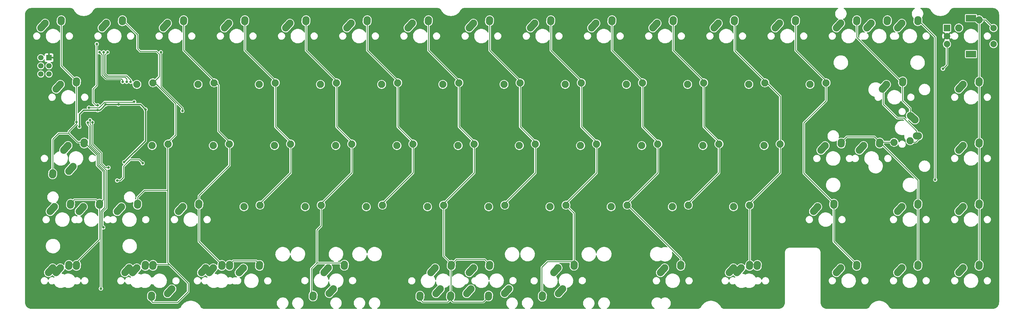
<source format=gtl>
G04 #@! TF.GenerationSoftware,KiCad,Pcbnew,6.99.0-unknown-af20d46d06~146~ubuntu21.10.1*
G04 #@! TF.CreationDate,2022-01-22T15:47:32-05:00*
G04 #@! TF.ProjectId,bakeneko-65-pcb,62616b65-6e65-46b6-9f2d-36352d706362,rev?*
G04 #@! TF.SameCoordinates,Original*
G04 #@! TF.FileFunction,Copper,L1,Top*
G04 #@! TF.FilePolarity,Positive*
%FSLAX46Y46*%
G04 Gerber Fmt 4.6, Leading zero omitted, Abs format (unit mm)*
G04 Created by KiCad (PCBNEW 6.99.0-unknown-af20d46d06~146~ubuntu21.10.1) date 2022-01-22 15:47:32*
%MOMM*%
%LPD*%
G01*
G04 APERTURE LIST*
G04 Aperture macros list*
%AMHorizOval*
0 Thick line with rounded ends*
0 $1 width*
0 $2 $3 position (X,Y) of the first rounded end (center of the circle)*
0 $4 $5 position (X,Y) of the second rounded end (center of the circle)*
0 Add line between two ends*
20,1,$1,$2,$3,$4,$5,0*
0 Add two circle primitives to create the rounded ends*
1,1,$1,$2,$3*
1,1,$1,$4,$5*%
%AMRotRect*
0 Rectangle, with rotation*
0 The origin of the aperture is its center*
0 $1 length*
0 $2 width*
0 $3 Rotation angle, in degrees counterclockwise*
0 Add horizontal line*
21,1,$1,$2,0,0,$3*%
G04 Aperture macros list end*
G04 #@! TA.AperFunction,ComponentPad*
%ADD10C,2.250000*%
G04 #@! TD*
G04 #@! TA.AperFunction,ComponentPad*
%ADD11R,2.000000X2.000000*%
G04 #@! TD*
G04 #@! TA.AperFunction,ComponentPad*
%ADD12C,2.000000*%
G04 #@! TD*
G04 #@! TA.AperFunction,ComponentPad*
%ADD13R,3.200000X2.000000*%
G04 #@! TD*
G04 #@! TA.AperFunction,ComponentPad*
%ADD14HorizOval,2.250000X0.655001X0.730000X-0.655001X-0.730000X0*%
G04 #@! TD*
G04 #@! TA.AperFunction,ComponentPad*
%ADD15HorizOval,2.250000X0.020000X0.290000X-0.020000X-0.290000X0*%
G04 #@! TD*
G04 #@! TA.AperFunction,ComponentPad*
%ADD16HorizOval,2.250000X-0.655001X-0.730000X0.655001X0.730000X0*%
G04 #@! TD*
G04 #@! TA.AperFunction,ComponentPad*
%ADD17HorizOval,2.250000X-0.020000X-0.290000X0.020000X0.290000X0*%
G04 #@! TD*
G04 #@! TA.AperFunction,ComponentPad*
%ADD18HorizOval,2.250000X0.290000X-0.019999X-0.290000X0.019999X0*%
G04 #@! TD*
G04 #@! TA.AperFunction,ComponentPad*
%ADD19HorizOval,2.250000X0.730004X-0.654995X-0.730004X0.654995X0*%
G04 #@! TD*
G04 #@! TA.AperFunction,ComponentPad*
%ADD20HorizOval,1.700000X0.000000X0.000000X0.000000X0.000000X0*%
G04 #@! TD*
G04 #@! TA.AperFunction,ComponentPad*
%ADD21RotRect,1.700000X1.700000X180.000000*%
G04 #@! TD*
G04 #@! TA.AperFunction,ViaPad*
%ADD22C,0.800000*%
G04 #@! TD*
G04 #@! TA.AperFunction,Conductor*
%ADD23C,0.250000*%
G04 #@! TD*
G04 #@! TA.AperFunction,Conductor*
%ADD24C,0.381000*%
G04 #@! TD*
G04 APERTURE END LIST*
D10*
X290940000Y-6460000D03*
X297290000Y-3920000D03*
D11*
X287262999Y-6499999D03*
D12*
X287263000Y-11500000D03*
X287263000Y-9000000D03*
D13*
X294762999Y-3399999D03*
X294762999Y-14599999D03*
D12*
X301763000Y-11500000D03*
X301763000Y-6500000D03*
D14*
X5845000Y-5729999D03*
D10*
X6500000Y-5000000D03*
D15*
X11519999Y-4209999D03*
D10*
X11540000Y-3920000D03*
D14*
X24895000Y-5729999D03*
D10*
X25550000Y-5000000D03*
D15*
X30569999Y-4209999D03*
D10*
X30590000Y-3920000D03*
D14*
X43945000Y-5729999D03*
D10*
X44600000Y-5000000D03*
D15*
X49619999Y-4209999D03*
D10*
X49640000Y-3920000D03*
D14*
X62995000Y-5729999D03*
D10*
X63650000Y-5000000D03*
D15*
X68669999Y-4209999D03*
D10*
X68690000Y-3920000D03*
D14*
X82045000Y-5729999D03*
D10*
X82700000Y-5000000D03*
D15*
X87719999Y-4209999D03*
D10*
X87740000Y-3920000D03*
D14*
X101095000Y-5729999D03*
D10*
X101750000Y-5000000D03*
D15*
X106769999Y-4209999D03*
D10*
X106790000Y-3920000D03*
D14*
X120145000Y-5729999D03*
D10*
X120800000Y-5000000D03*
D15*
X125819999Y-4209999D03*
D10*
X125840000Y-3920000D03*
D14*
X158245000Y-5729999D03*
D10*
X158900000Y-5000000D03*
D15*
X163919999Y-4209999D03*
D10*
X163940000Y-3920000D03*
D14*
X177295000Y-5729999D03*
D10*
X177950000Y-5000000D03*
D15*
X182969999Y-4209999D03*
D10*
X182990000Y-3920000D03*
D14*
X196345000Y-5729999D03*
D10*
X197000000Y-5000000D03*
D15*
X202019999Y-4209999D03*
D10*
X202040000Y-3920000D03*
D14*
X215395000Y-5729999D03*
D10*
X216050000Y-5000000D03*
D15*
X221069999Y-4209999D03*
D10*
X221090000Y-3920000D03*
D14*
X234445000Y-5729999D03*
D10*
X235100000Y-5000000D03*
D15*
X240119999Y-4209999D03*
D10*
X240140000Y-3920000D03*
D14*
X253495000Y-5729999D03*
D10*
X254150000Y-5000000D03*
D15*
X259169999Y-4209999D03*
D10*
X259190000Y-3920000D03*
D14*
X263020000Y-5729999D03*
D10*
X263675000Y-5000000D03*
D15*
X268694999Y-4209999D03*
D10*
X268715000Y-3920000D03*
D14*
X10607500Y-24779999D03*
D10*
X11262500Y-24050000D03*
D15*
X16282499Y-23259999D03*
D10*
X16302500Y-22970000D03*
X35075000Y-24050000D03*
X40075000Y-23550000D03*
X54125000Y-24050000D03*
X59125000Y-23550000D03*
X73175000Y-24050000D03*
X78175000Y-23550000D03*
X92225000Y-24050000D03*
X97225000Y-23550000D03*
X111275000Y-24050000D03*
X116275000Y-23550000D03*
X130325000Y-24050000D03*
X135325000Y-23550000D03*
X149375000Y-24050000D03*
X154375000Y-23550000D03*
X168425000Y-24050000D03*
X173425000Y-23550000D03*
X187475000Y-24050000D03*
X192475000Y-23550000D03*
X206525000Y-24050000D03*
X211525000Y-23550000D03*
X225575000Y-24050000D03*
X230575000Y-23550000D03*
X244625000Y-24050000D03*
X249625000Y-23550000D03*
D14*
X267782500Y-24779999D03*
D10*
X268437500Y-24050000D03*
D15*
X273457499Y-23259999D03*
D10*
X273477500Y-22970000D03*
D14*
X291595000Y-24779999D03*
D10*
X292250000Y-24050000D03*
D15*
X297269999Y-23259999D03*
D10*
X297290000Y-22970000D03*
D16*
X14536248Y-50369999D03*
D10*
X13881250Y-51100000D03*
D17*
X8861249Y-51889999D03*
D10*
X8841250Y-52180000D03*
D14*
X12988750Y-43829999D03*
D10*
X13643750Y-43100000D03*
D15*
X18663749Y-42309999D03*
D10*
X18683750Y-42020000D03*
X39837500Y-43100000D03*
X44837500Y-42600000D03*
X58887500Y-43100000D03*
X63887500Y-42600000D03*
X77937500Y-43100000D03*
X82937500Y-42600000D03*
X96987500Y-43100000D03*
X101987500Y-42600000D03*
X116037500Y-43100000D03*
X121037500Y-42600000D03*
X135087500Y-43100000D03*
X140087500Y-42600000D03*
X154137500Y-43100000D03*
X159137500Y-42600000D03*
X173187500Y-43100000D03*
X178187500Y-42600000D03*
X192237500Y-43100000D03*
X197237500Y-42600000D03*
X211287500Y-43100000D03*
X216287500Y-42600000D03*
X230337500Y-43100000D03*
X235337500Y-42600000D03*
D14*
X260638750Y-43829999D03*
D10*
X261293750Y-43100000D03*
D15*
X266313749Y-42309999D03*
D10*
X266333750Y-42020000D03*
D14*
X291595000Y-43829999D03*
D10*
X292250000Y-43100000D03*
D15*
X297269999Y-42309999D03*
D10*
X297290000Y-42020000D03*
D14*
X17751250Y-62879999D03*
D10*
X18406250Y-62150000D03*
D15*
X23426249Y-61359999D03*
D10*
X23446250Y-61070000D03*
D14*
X48707500Y-62879999D03*
D10*
X49362500Y-62150000D03*
D15*
X54382499Y-61359999D03*
D10*
X54402500Y-61070000D03*
X68412500Y-62150000D03*
X73412500Y-61650000D03*
X87462500Y-62150000D03*
X92462500Y-61650000D03*
X106512500Y-62150000D03*
X111512500Y-61650000D03*
X125562500Y-62150000D03*
X130562500Y-61650000D03*
X144612500Y-62150000D03*
X149612500Y-61650000D03*
X163662500Y-62150000D03*
X168662500Y-61650000D03*
X182712500Y-62150000D03*
X187712500Y-61650000D03*
X201762500Y-62150000D03*
X206762500Y-61650000D03*
X220812500Y-62150000D03*
X225812500Y-61650000D03*
D14*
X246351250Y-62879999D03*
D10*
X247006250Y-62150000D03*
D15*
X252026249Y-61359999D03*
D10*
X252046250Y-61070000D03*
D14*
X272545000Y-62879999D03*
D10*
X273200000Y-62150000D03*
D15*
X278219999Y-61359999D03*
D10*
X278240000Y-61070000D03*
D14*
X291595000Y-62879999D03*
D10*
X292250000Y-62150000D03*
D15*
X297269999Y-61359999D03*
D10*
X297290000Y-61070000D03*
D14*
X10607500Y-81929999D03*
D10*
X11262500Y-81200000D03*
D15*
X16282499Y-80409999D03*
D10*
X16302500Y-80120000D03*
D14*
X34420000Y-81929999D03*
D10*
X35075000Y-81200000D03*
D15*
X40094999Y-80409999D03*
D10*
X40115000Y-80120000D03*
D14*
X58232500Y-81929999D03*
D10*
X58887500Y-81200000D03*
D15*
X63907499Y-80409999D03*
D10*
X63927500Y-80120000D03*
D14*
X198726250Y-81929999D03*
D10*
X199381250Y-81200000D03*
D15*
X204401249Y-80409999D03*
D10*
X204421250Y-80120000D03*
D14*
X220157500Y-81929999D03*
D10*
X220812500Y-81200000D03*
D15*
X225832499Y-80409999D03*
D10*
X225852500Y-80120000D03*
D14*
X253495000Y-81929999D03*
D10*
X254150000Y-81200000D03*
D15*
X259169999Y-80409999D03*
D10*
X259190000Y-80120000D03*
D14*
X272545000Y-81929999D03*
D10*
X273200000Y-81200000D03*
D15*
X278219999Y-80409999D03*
D10*
X278240000Y-80120000D03*
D14*
X291595000Y-81929999D03*
D10*
X292250000Y-81200000D03*
D15*
X297269999Y-80409999D03*
D10*
X297290000Y-80120000D03*
D14*
X222538750Y-81929999D03*
D10*
X223193750Y-81200000D03*
D15*
X228213749Y-80409999D03*
D10*
X228233750Y-80120000D03*
D14*
X139195000Y-81929999D03*
D10*
X139850000Y-81200000D03*
D15*
X144869999Y-80409999D03*
D10*
X144890000Y-80120000D03*
D14*
X139195000Y-5729999D03*
D10*
X139850000Y-5000000D03*
D15*
X144869999Y-4209999D03*
D10*
X144890000Y-3920000D03*
D14*
X272545000Y-5729999D03*
D10*
X273200000Y-5000000D03*
D15*
X278219999Y-4209999D03*
D10*
X278240000Y-3920000D03*
D14*
X8226250Y-81929999D03*
D10*
X8881250Y-81200000D03*
D15*
X13901249Y-80409999D03*
D10*
X13921250Y-80120000D03*
D14*
X32038750Y-81929999D03*
D10*
X32693750Y-81200000D03*
D15*
X37713749Y-80409999D03*
D10*
X37733750Y-80120000D03*
D14*
X55851250Y-81929999D03*
D10*
X56506250Y-81200000D03*
D15*
X61526249Y-80409999D03*
D10*
X61546250Y-80120000D03*
D14*
X127288750Y-81929999D03*
D10*
X127943750Y-81200000D03*
D15*
X132963749Y-80409999D03*
D10*
X132983750Y-80120000D03*
D16*
X95610998Y-88430449D03*
D10*
X94956000Y-89160450D03*
D17*
X89935999Y-89950449D03*
D10*
X89916000Y-90240450D03*
D14*
X67584000Y-81946999D03*
D10*
X68239000Y-81217000D03*
D15*
X73258999Y-80426999D03*
D10*
X73279000Y-80137000D03*
D14*
X94000000Y-81890449D03*
D10*
X94655000Y-81160450D03*
D15*
X99674999Y-80370449D03*
D10*
X99695000Y-80080450D03*
D16*
X45318998Y-88486999D03*
D10*
X44664000Y-89217000D03*
D17*
X39643999Y-90006999D03*
D10*
X39624000Y-90297000D03*
X275804000Y-41592000D03*
D18*
X278093999Y-40111998D03*
D10*
X278384000Y-40132000D03*
X270804000Y-42092000D03*
D19*
X276574003Y-34436994D03*
D10*
X277304000Y-35092000D03*
D14*
X165501000Y-81890449D03*
D10*
X166156000Y-81160450D03*
D15*
X171175999Y-80370449D03*
D10*
X171196000Y-80080450D03*
D14*
X8751250Y-62879999D03*
D10*
X9406250Y-62150000D03*
D15*
X14426249Y-61359999D03*
D10*
X14446250Y-61070000D03*
D16*
X138409998Y-88486999D03*
D10*
X137755000Y-89217000D03*
D17*
X132734999Y-90006999D03*
D10*
X132715000Y-90297000D03*
D14*
X248686000Y-43846999D03*
D10*
X249341000Y-43117000D03*
D15*
X254360999Y-42326999D03*
D10*
X254381000Y-42037000D03*
D16*
X166984998Y-88486999D03*
D10*
X166330000Y-89217000D03*
D17*
X161309999Y-90006999D03*
D10*
X161290000Y-90297000D03*
D14*
X29611000Y-62896999D03*
D10*
X30266000Y-62167000D03*
D15*
X35285999Y-61376999D03*
D10*
X35306000Y-61087000D03*
D16*
X150220998Y-88430449D03*
D10*
X149566000Y-89160450D03*
D17*
X144545999Y-89950449D03*
D10*
X144526000Y-90240450D03*
D16*
X128884998Y-88486999D03*
D10*
X128230000Y-89217000D03*
D17*
X123209999Y-90006999D03*
D10*
X123190000Y-90297000D03*
D20*
X5189999Y-20807500D03*
X7729999Y-20807500D03*
X5189999Y-18267500D03*
X7729999Y-18267500D03*
X5189999Y-15727500D03*
D21*
X7729999Y-15727500D03*
D22*
X19050000Y-46990000D03*
X24765000Y-24765000D03*
X92456000Y-90170000D03*
X88900000Y-92837000D03*
X115316000Y-91694000D03*
X286004000Y-19177000D03*
X268986000Y-8128000D03*
X275971000Y-4953000D03*
X31413750Y-54630000D03*
X10251485Y-19431484D03*
X32997500Y-48576250D03*
X40887500Y-33060000D03*
X40277500Y-19880000D03*
X22603750Y-11443750D03*
X22893750Y-30565000D03*
X34250000Y-29460000D03*
X20160000Y-31290000D03*
X36883750Y-48590000D03*
X28943750Y-53970000D03*
X24621260Y-68590000D03*
X20511781Y-35178113D03*
X19783769Y-35913254D03*
X23887500Y-87643750D03*
X42553750Y-14020002D03*
X49249145Y-32284605D03*
X31902295Y-23252418D03*
X24710000Y-14020002D03*
X30652295Y-23252418D03*
X23460000Y-14020002D03*
X33152295Y-23252418D03*
X25960000Y-14020002D03*
X16302500Y-35811250D03*
X21233770Y-35870020D03*
X26248750Y-49950000D03*
X283591000Y-53721000D03*
X17164520Y-37255480D03*
X29360000Y-30295000D03*
X25353750Y-30306250D03*
X31120000Y-48260000D03*
X22854251Y-32080501D03*
X37779382Y-31859382D03*
D23*
X20511781Y-35178113D02*
X20511781Y-35743798D01*
X20511781Y-35743798D02*
X20508769Y-35746810D01*
X20508769Y-35746810D02*
X20508769Y-36415019D01*
X20508769Y-36415019D02*
X20783760Y-36690010D01*
X20783760Y-42847190D02*
X23584364Y-45647794D01*
X25543759Y-62562491D02*
X24346270Y-63759980D01*
X20783760Y-36690010D02*
X20783760Y-42847190D01*
X24346270Y-68315010D02*
X24621260Y-68590000D01*
X23584364Y-45647794D02*
X23584364Y-48847024D01*
X23584364Y-48847024D02*
X25543759Y-50806419D01*
X25543759Y-50806419D02*
X25543759Y-62562491D01*
X24346270Y-63759980D02*
X24346270Y-68315010D01*
X19783769Y-35913254D02*
X19783769Y-36478939D01*
X20333750Y-43033590D02*
X23134354Y-45834194D01*
X19783769Y-36478939D02*
X20333750Y-37028920D01*
X20333750Y-37028920D02*
X20333750Y-43033590D01*
X23134354Y-45834194D02*
X23134354Y-49033424D01*
X23896750Y-63573783D02*
X23896750Y-87634500D01*
X23134354Y-49033424D02*
X25093749Y-50992819D01*
X25093749Y-50992819D02*
X25093749Y-62376783D01*
X23896750Y-87634500D02*
X23891249Y-87640001D01*
X25093749Y-62376783D02*
X23896750Y-63573783D01*
X39624000Y-90297000D02*
X39624000Y-91567000D01*
X39624000Y-91567000D02*
X40005000Y-91948000D01*
X40005000Y-91948000D02*
X47752000Y-91948000D01*
X47752000Y-91948000D02*
X51054000Y-88646000D01*
X51054000Y-88646000D02*
X51054000Y-85979000D01*
X51054000Y-85979000D02*
X45195000Y-80120000D01*
X30590000Y-3920000D02*
X35278750Y-8608750D01*
X42065000Y-14641250D02*
X42065000Y-15693750D01*
X35278750Y-8608750D02*
X35278750Y-12930000D01*
X35278750Y-12930000D02*
X36078750Y-13730000D01*
X36078750Y-13730000D02*
X41153750Y-13730000D01*
X41153750Y-13730000D02*
X42065000Y-14641250D01*
X44662501Y-57064499D02*
X44662501Y-42234999D01*
X44662501Y-42234999D02*
X47140000Y-39757500D01*
X47140000Y-29995000D02*
X40695000Y-23550000D01*
X42065000Y-21560000D02*
X42065000Y-15693750D01*
X47140000Y-39757500D02*
X47140000Y-29995000D01*
X40695000Y-23550000D02*
X40075000Y-23550000D01*
X40075000Y-23550000D02*
X42065000Y-21560000D01*
X225852500Y-80120000D02*
X225852500Y-61070000D01*
X221234000Y-4064000D02*
X221090000Y-3920000D01*
X225852500Y-61070000D02*
X235377500Y-51545000D01*
X235377500Y-51545000D02*
X235377500Y-27732500D01*
X235377500Y-27732500D02*
X221234000Y-13589000D01*
X221234000Y-13589000D02*
X221234000Y-4064000D01*
X132943750Y-80700000D02*
X132842000Y-80801750D01*
X132842000Y-80801750D02*
X132842000Y-89630000D01*
X132842000Y-89630000D02*
X132755000Y-89717000D01*
X23446250Y-61070000D02*
X23446250Y-72291090D01*
X23446250Y-72291090D02*
X15687340Y-80050000D01*
X15687340Y-80050000D02*
X15582240Y-80050000D01*
X15582240Y-80050000D02*
X15512240Y-80120000D01*
X15512240Y-80120000D02*
X13921250Y-80120000D01*
X144526000Y-90240450D02*
X142945450Y-91821000D01*
X142945450Y-91821000D02*
X133477000Y-91821000D01*
X133477000Y-91821000D02*
X132715000Y-91059000D01*
X132715000Y-91059000D02*
X132715000Y-90297000D01*
X123190000Y-90297000D02*
X123190000Y-90932000D01*
X123190000Y-90932000D02*
X124079000Y-91821000D01*
X124079000Y-91821000D02*
X131826000Y-91821000D01*
X131826000Y-91821000D02*
X132715000Y-90932000D01*
X132715000Y-90932000D02*
X132715000Y-90297000D01*
X283591000Y-53721000D02*
X283591000Y-9271000D01*
X283591000Y-9271000D02*
X278240000Y-3920000D01*
X89956000Y-89660450D02*
X89408000Y-89112450D01*
X89408000Y-89112450D02*
X89408000Y-81407000D01*
X89408000Y-81407000D02*
X91134415Y-79680585D01*
X44662501Y-57064499D02*
X44662501Y-79587501D01*
X44662501Y-79587501D02*
X45195000Y-80120000D01*
X92462500Y-68078500D02*
X91134415Y-69406585D01*
X91134415Y-69406585D02*
X91134415Y-79680585D01*
X286004000Y-19177000D02*
X287263000Y-17918000D01*
X287263000Y-17918000D02*
X287263000Y-11500000D01*
X259190000Y-3920000D02*
X259190000Y-9381000D01*
X259190000Y-9381000D02*
X272779000Y-22970000D01*
X272779000Y-22970000D02*
X273477500Y-22970000D01*
X297290000Y-3920000D02*
X299183000Y-3920000D01*
X299183000Y-3920000D02*
X301763000Y-6500000D01*
D24*
X8961000Y-15727501D02*
X9790000Y-16556501D01*
X31413750Y-50160000D02*
X32997500Y-48576250D01*
X7730000Y-15727501D02*
X8961000Y-15727501D01*
X37941250Y-22216250D02*
X40277500Y-19880000D01*
X40887500Y-27413750D02*
X37941250Y-24467500D01*
X9790000Y-18969999D02*
X10251485Y-19431484D01*
X40887500Y-33060000D02*
X40887500Y-27413750D01*
X31413750Y-54630000D02*
X31413750Y-50160000D01*
X9790000Y-16556501D02*
X9790000Y-18969999D01*
X37941250Y-24467500D02*
X37941250Y-22216250D01*
D23*
X22603750Y-24336250D02*
X21460000Y-25480000D01*
X21460000Y-25480000D02*
X21460000Y-29696935D01*
X22603750Y-11443750D02*
X22603750Y-24336250D01*
X21460000Y-29696935D02*
X22328065Y-30565000D01*
X22328065Y-30565000D02*
X22893750Y-30565000D01*
X25016998Y-29570000D02*
X33340000Y-29570000D01*
X33340000Y-29570000D02*
X34140000Y-29570000D01*
X20160000Y-31290000D02*
X23296998Y-31290000D01*
X23296998Y-31290000D02*
X25016998Y-29570000D01*
X34140000Y-29570000D02*
X34250000Y-29460000D01*
X35783750Y-47490000D02*
X36883750Y-48590000D01*
X30898240Y-49554762D02*
X31768376Y-48684626D01*
X32963002Y-47490000D02*
X35783750Y-47490000D01*
X28943750Y-53970000D02*
X29928240Y-53970000D01*
X31768376Y-48684626D02*
X32963002Y-47490000D01*
X29928240Y-53970000D02*
X30898240Y-53000000D01*
X30898240Y-53000000D02*
X30898240Y-49554762D01*
X278384000Y-41148000D02*
X277518479Y-42013521D01*
X277804000Y-40092000D02*
X277804000Y-38536000D01*
X277804000Y-38536000D02*
X273812000Y-34544000D01*
X278384000Y-40132000D02*
X278384000Y-41148000D01*
X273812000Y-34544000D02*
X271780000Y-34544000D01*
X271780000Y-34544000D02*
X267417421Y-30181421D01*
X267417421Y-30181421D02*
X267417421Y-25510000D01*
X277518479Y-42013521D02*
X275804000Y-42013521D01*
X49249145Y-31450395D02*
X49249145Y-32284605D01*
X42553750Y-14020002D02*
X42553750Y-24755000D01*
X42553750Y-24755000D02*
X49249145Y-31450395D01*
X31902295Y-22303545D02*
X31902295Y-23252418D01*
X24710000Y-20911250D02*
X25628750Y-21830000D01*
X25628750Y-21830000D02*
X31428750Y-21830000D01*
X31428750Y-21830000D02*
X31902295Y-22303545D01*
X24710000Y-14020002D02*
X24710000Y-20911250D01*
X30652295Y-22731455D02*
X30200850Y-22280010D01*
X30200850Y-22280010D02*
X25442349Y-22280009D01*
X24259990Y-14819992D02*
X23460000Y-14020002D01*
X25442349Y-22280009D02*
X24259990Y-21097650D01*
X30652295Y-23252418D02*
X30652295Y-22731455D01*
X24259990Y-21097650D02*
X24259990Y-14819992D01*
X25960000Y-14020002D02*
X25160010Y-14819992D01*
X25903740Y-21379990D02*
X31845552Y-21379990D01*
X25160010Y-14819992D02*
X25160010Y-20636260D01*
X33152295Y-22686733D02*
X33152295Y-23252418D01*
X31845552Y-21379990D02*
X33152295Y-22686733D01*
X25160010Y-20636260D02*
X25903740Y-21379990D01*
X13921250Y-39321250D02*
X13921250Y-39260000D01*
X8881250Y-41125000D02*
X10746250Y-39260000D01*
X22684345Y-49219825D02*
X22684345Y-47640595D01*
X11540000Y-3920000D02*
X11540000Y-18207500D01*
X24643741Y-51179221D02*
X22684345Y-49219825D01*
X15571250Y-59945000D02*
X22321250Y-59945000D01*
X8881250Y-51600000D02*
X8881250Y-41125000D01*
X13921250Y-38638765D02*
X16302500Y-36257515D01*
X22321250Y-59945000D02*
X23446250Y-61070000D01*
X16302500Y-22970000D02*
X16302500Y-35811250D01*
X14446250Y-61070000D02*
X15571250Y-59945000D01*
X11540000Y-18207500D02*
X16302500Y-22970000D01*
X13921250Y-39260000D02*
X13921250Y-38638765D01*
X23446250Y-61070000D02*
X24643741Y-59872509D01*
X18683750Y-42020000D02*
X16620000Y-42020000D01*
X10746250Y-39260000D02*
X13921250Y-39260000D01*
X18683750Y-42020000D02*
X22684345Y-46020595D01*
X16302500Y-36257515D02*
X16302500Y-35811250D01*
X16620000Y-42020000D02*
X13921250Y-39321250D01*
X24643741Y-59872509D02*
X24643741Y-51179221D01*
X22684345Y-46020595D02*
X22684345Y-47640595D01*
X45195000Y-80120000D02*
X40115000Y-80120000D01*
X35306000Y-59182000D02*
X37423501Y-57064499D01*
X37423501Y-57064499D02*
X44662501Y-57064499D01*
X35306000Y-61087000D02*
X35306000Y-59182000D01*
X42065000Y-15693750D02*
X42065000Y-15395000D01*
X40115000Y-80120000D02*
X37733750Y-80120000D01*
X21233770Y-37340020D02*
X21233770Y-42660790D01*
X26248750Y-49950000D02*
X25323750Y-49950000D01*
X65053500Y-78994000D02*
X72263000Y-78994000D01*
X24034374Y-45461394D02*
X24034374Y-48660624D01*
X24034374Y-48660624D02*
X25093750Y-49720000D01*
X21233770Y-42660790D02*
X24034374Y-45461394D01*
X54402500Y-58757500D02*
X54402500Y-61070000D01*
X54402500Y-72976250D02*
X61546250Y-80120000D01*
X49640000Y-3920000D02*
X49640000Y-13445000D01*
X72263000Y-78994000D02*
X73279000Y-80010000D01*
X63927500Y-49232500D02*
X54402500Y-58757500D01*
X63927500Y-42020000D02*
X63927500Y-49232500D01*
X63927500Y-80120000D02*
X65053500Y-78994000D01*
X21233770Y-37340020D02*
X21233770Y-35870020D01*
X60490000Y-38582500D02*
X63927500Y-42020000D01*
X59165000Y-22970000D02*
X60490000Y-24295000D01*
X25323750Y-49950000D02*
X25093750Y-49720000D01*
X54402500Y-61070000D02*
X54402500Y-72976250D01*
X49640000Y-13445000D02*
X59165000Y-22970000D01*
X21233770Y-36965930D02*
X21233770Y-37340020D01*
X60490000Y-24295000D02*
X60490000Y-38582500D01*
X61546250Y-80120000D02*
X63927500Y-80120000D01*
X68690000Y-3920000D02*
X68690000Y-13445000D01*
X78215000Y-22970000D02*
X78215000Y-37257500D01*
X68690000Y-13445000D02*
X78215000Y-22970000D01*
X78215000Y-37257500D02*
X82977500Y-42020000D01*
X82977500Y-42020000D02*
X82977500Y-51545000D01*
X82977500Y-51545000D02*
X73452500Y-61070000D01*
X97265000Y-22970000D02*
X97265000Y-37257500D01*
X102027500Y-51545000D02*
X92502500Y-61070000D01*
X99295135Y-79680585D02*
X99695000Y-80080450D01*
X91134415Y-79680585D02*
X99295135Y-79680585D01*
X92462500Y-68078500D02*
X92462500Y-61650000D01*
X87740000Y-13445000D02*
X97265000Y-22970000D01*
X87740000Y-3920000D02*
X87740000Y-13445000D01*
X97265000Y-37257500D02*
X102027500Y-42020000D01*
X102027500Y-42020000D02*
X102027500Y-51545000D01*
X116315000Y-37257500D02*
X121077500Y-42020000D01*
X121077500Y-42020000D02*
X121077500Y-51545000D01*
X121077500Y-51545000D02*
X111552500Y-61070000D01*
X106790000Y-13445000D02*
X116315000Y-22970000D01*
X116315000Y-22970000D02*
X116315000Y-37257500D01*
X106790000Y-3920000D02*
X106790000Y-13445000D01*
X134522500Y-78581250D02*
X143351250Y-78581250D01*
X130602500Y-77482500D02*
X132983750Y-79863750D01*
X143351250Y-78581250D02*
X144890000Y-80120000D01*
X130602500Y-61070000D02*
X130602500Y-77482500D01*
X140127500Y-51545000D02*
X130602500Y-61070000D01*
X132983750Y-79863750D02*
X132983750Y-80120000D01*
X140127500Y-42020000D02*
X140127500Y-51545000D01*
X125840000Y-3920000D02*
X125840000Y-13445000D01*
X125840000Y-13445000D02*
X135365000Y-22970000D01*
X132983750Y-80120000D02*
X134522500Y-78581250D01*
X135365000Y-37257500D02*
X140127500Y-42020000D01*
X135365000Y-22970000D02*
X135365000Y-37257500D01*
X159177500Y-51545000D02*
X149652500Y-61070000D01*
X144890000Y-13445000D02*
X154415000Y-22970000D01*
X159177500Y-42020000D02*
X159177500Y-51545000D01*
X154415000Y-22970000D02*
X154415000Y-37257500D01*
X154415000Y-37257500D02*
X159177500Y-42020000D01*
X144890000Y-3920000D02*
X144890000Y-13445000D01*
X178227500Y-51545000D02*
X168702500Y-61070000D01*
X162941000Y-79248000D02*
X170363550Y-79248000D01*
X173465000Y-37257500D02*
X178227500Y-42020000D01*
X171196000Y-80080450D02*
X171196000Y-64183500D01*
X161163000Y-89550000D02*
X161163000Y-81026000D01*
X178227500Y-42020000D02*
X178227500Y-51545000D01*
X163940000Y-13445000D02*
X173465000Y-22970000D01*
X173465000Y-22970000D02*
X173465000Y-37257500D01*
X171196000Y-64183500D02*
X168662500Y-61650000D01*
X170363550Y-79248000D02*
X171196000Y-80080450D01*
X161330000Y-89717000D02*
X161163000Y-89550000D01*
X161163000Y-81026000D02*
X162941000Y-79248000D01*
X163940000Y-3920000D02*
X163940000Y-13445000D01*
X187833000Y-60989500D02*
X197277500Y-51545000D01*
X197277500Y-42020000D02*
X192515000Y-37257500D01*
X197277500Y-51545000D02*
X197277500Y-42020000D01*
X192515000Y-22970000D02*
X182990000Y-13445000D01*
X204421250Y-78215000D02*
X187856250Y-61650000D01*
X187856250Y-61650000D02*
X187712500Y-61650000D01*
X204421250Y-80120000D02*
X204421250Y-78215000D01*
X192515000Y-37257500D02*
X192515000Y-22970000D01*
X182990000Y-13445000D02*
X182990000Y-3920000D01*
X216327500Y-42020000D02*
X216327500Y-51545000D01*
X211565000Y-37257500D02*
X216327500Y-42020000D01*
X202040000Y-13445000D02*
X211565000Y-22970000D01*
X211565000Y-22970000D02*
X211565000Y-37257500D01*
X216327500Y-51545000D02*
X206802500Y-61070000D01*
X202040000Y-3920000D02*
X202040000Y-13445000D01*
X225852500Y-80120000D02*
X228233750Y-80120000D01*
X252046250Y-61070000D02*
X252046250Y-72976250D01*
X252046250Y-61070000D02*
X242697000Y-51720750D01*
X242697000Y-51720750D02*
X242697000Y-36068000D01*
X249625000Y-29140000D02*
X249625000Y-23550000D01*
X252046250Y-72976250D02*
X259190000Y-80120000D01*
X242697000Y-36068000D02*
X249625000Y-29140000D01*
X240140000Y-13445000D02*
X249665000Y-22970000D01*
X240140000Y-3920000D02*
X240140000Y-13445000D01*
X273437500Y-29089500D02*
X273437500Y-23550000D01*
X278240000Y-53926250D02*
X278240000Y-61070000D01*
X275844000Y-33782000D02*
X275844000Y-31496000D01*
X266333750Y-42020000D02*
X270732000Y-42020000D01*
X270732000Y-42020000D02*
X270804000Y-42092000D01*
X266333750Y-42020000D02*
X264699750Y-40386000D01*
X275844000Y-31496000D02*
X273437500Y-29089500D01*
X278240000Y-61070000D02*
X278240000Y-80120000D01*
X264699750Y-40386000D02*
X256032000Y-40386000D01*
X256032000Y-40386000D02*
X254381000Y-42037000D01*
X266333750Y-42020000D02*
X278240000Y-53926250D01*
X297290000Y-22770000D02*
X297290000Y-42020000D01*
X297290000Y-22970000D02*
X297290000Y-3920000D01*
X297290000Y-61070000D02*
X297290000Y-80120000D01*
X297290000Y-42020000D02*
X297290000Y-61070000D01*
D24*
X29360000Y-30295000D02*
X36215000Y-30295000D01*
X25353750Y-30306250D02*
X23960000Y-31700000D01*
X36215000Y-30295000D02*
X37779382Y-31859382D01*
X17164520Y-37255480D02*
X17164520Y-33345480D01*
X22854251Y-32080501D02*
X23579499Y-32080501D01*
X37779382Y-31859382D02*
X37779382Y-41600618D01*
X17164520Y-33345480D02*
X18429499Y-32080501D01*
X37779382Y-41600618D02*
X31120000Y-48260000D01*
X25365000Y-30295000D02*
X25353750Y-30306250D01*
X29360000Y-30295000D02*
X25365000Y-30295000D01*
X23579499Y-32080501D02*
X23960000Y-31700000D01*
X18429499Y-32080501D02*
X22854251Y-32080501D01*
G04 #@! TA.AperFunction,Conductor*
G36*
X14389047Y-256421D02*
G01*
X14401894Y-258976D01*
X14414065Y-256555D01*
X14426475Y-256555D01*
X14426475Y-257392D01*
X14437192Y-256754D01*
X14585351Y-268314D01*
X14604715Y-271354D01*
X14774172Y-311676D01*
X14792831Y-317684D01*
X14953988Y-383803D01*
X14971485Y-392628D01*
X15120432Y-482941D01*
X15136347Y-494374D01*
X15269484Y-606696D01*
X15283438Y-620463D01*
X15397544Y-752078D01*
X15409190Y-767838D01*
X15464567Y-856455D01*
X15487946Y-893868D01*
X15492340Y-903662D01*
X15493077Y-903277D01*
X15498816Y-914282D01*
X15502297Y-926194D01*
X15504284Y-928666D01*
X15509723Y-937894D01*
X15509723Y-937895D01*
X15680642Y-1227894D01*
X15682305Y-1230715D01*
X15892521Y-1515193D01*
X16131088Y-1776354D01*
X16133531Y-1778526D01*
X16380059Y-1997712D01*
X16395436Y-2011384D01*
X16398086Y-2013288D01*
X16398094Y-2013294D01*
X16680060Y-2215844D01*
X16680065Y-2215847D01*
X16682718Y-2217753D01*
X16989841Y-2393238D01*
X16992838Y-2394559D01*
X16992843Y-2394562D01*
X17042291Y-2416365D01*
X17313496Y-2535948D01*
X17650199Y-2644348D01*
X17865594Y-2689728D01*
X17993117Y-2716595D01*
X17993121Y-2716596D01*
X17996322Y-2717270D01*
X17999565Y-2717608D01*
X17999572Y-2717609D01*
X18344883Y-2753589D01*
X18344888Y-2753589D01*
X18348139Y-2753928D01*
X18701861Y-2753928D01*
X18705112Y-2753589D01*
X18705117Y-2753589D01*
X19050428Y-2717609D01*
X19050435Y-2717608D01*
X19053678Y-2717270D01*
X19056879Y-2716596D01*
X19056883Y-2716595D01*
X19184406Y-2689728D01*
X19399801Y-2644348D01*
X19736504Y-2535948D01*
X20007709Y-2416365D01*
X20057157Y-2394562D01*
X20057162Y-2394559D01*
X20060159Y-2393238D01*
X20367282Y-2217753D01*
X20369935Y-2215847D01*
X20369940Y-2215844D01*
X20651906Y-2013294D01*
X20651914Y-2013288D01*
X20654564Y-2011384D01*
X20669942Y-1997712D01*
X20916469Y-1778526D01*
X20918912Y-1776354D01*
X21157479Y-1515193D01*
X21367695Y-1230715D01*
X21369358Y-1227894D01*
X21539360Y-939451D01*
X21539360Y-939449D01*
X21545716Y-928666D01*
X21547703Y-926194D01*
X21551184Y-914281D01*
X21556923Y-903277D01*
X21557662Y-903662D01*
X21562053Y-893868D01*
X21640812Y-767833D01*
X21652453Y-752080D01*
X21691006Y-707612D01*
X21766561Y-620463D01*
X21780515Y-606696D01*
X21913652Y-494374D01*
X21929567Y-482941D01*
X22078514Y-392628D01*
X22096011Y-383803D01*
X22257168Y-317684D01*
X22275827Y-311676D01*
X22445284Y-271354D01*
X22464648Y-268314D01*
X22612807Y-256754D01*
X22623524Y-257392D01*
X22623524Y-256555D01*
X22635934Y-256555D01*
X22648105Y-258976D01*
X22660952Y-256421D01*
X22685530Y-254000D01*
X128664469Y-254000D01*
X128689047Y-256421D01*
X128701894Y-258976D01*
X128714065Y-256555D01*
X128726475Y-256555D01*
X128726475Y-257392D01*
X128737192Y-256754D01*
X128885351Y-268314D01*
X128904715Y-271354D01*
X129074172Y-311676D01*
X129092831Y-317684D01*
X129253988Y-383803D01*
X129271485Y-392628D01*
X129420432Y-482941D01*
X129436347Y-494374D01*
X129569484Y-606696D01*
X129583438Y-620463D01*
X129697544Y-752078D01*
X129709190Y-767838D01*
X129764567Y-856455D01*
X129787946Y-893868D01*
X129792340Y-903662D01*
X129793077Y-903277D01*
X129798816Y-914282D01*
X129802297Y-926194D01*
X129804284Y-928666D01*
X129809723Y-937894D01*
X129809723Y-937895D01*
X129980642Y-1227894D01*
X129982305Y-1230715D01*
X130192521Y-1515193D01*
X130431088Y-1776354D01*
X130433531Y-1778526D01*
X130680059Y-1997712D01*
X130695436Y-2011384D01*
X130698086Y-2013288D01*
X130698094Y-2013294D01*
X130980060Y-2215844D01*
X130980065Y-2215847D01*
X130982718Y-2217753D01*
X131289841Y-2393238D01*
X131292838Y-2394559D01*
X131292843Y-2394562D01*
X131342291Y-2416365D01*
X131613496Y-2535948D01*
X131950199Y-2644348D01*
X132165594Y-2689728D01*
X132293117Y-2716595D01*
X132293121Y-2716596D01*
X132296322Y-2717270D01*
X132299565Y-2717608D01*
X132299572Y-2717609D01*
X132644883Y-2753589D01*
X132644888Y-2753589D01*
X132648139Y-2753928D01*
X133001861Y-2753928D01*
X133005112Y-2753589D01*
X133005117Y-2753589D01*
X133350428Y-2717609D01*
X133350435Y-2717608D01*
X133353678Y-2717270D01*
X133356879Y-2716596D01*
X133356883Y-2716595D01*
X133484406Y-2689728D01*
X133699801Y-2644348D01*
X134036504Y-2535948D01*
X134307709Y-2416365D01*
X134357157Y-2394562D01*
X134357162Y-2394559D01*
X134360159Y-2393238D01*
X134667282Y-2217753D01*
X134669935Y-2215847D01*
X134669940Y-2215844D01*
X134951906Y-2013294D01*
X134951914Y-2013288D01*
X134954564Y-2011384D01*
X134969942Y-1997712D01*
X135216469Y-1778526D01*
X135218912Y-1776354D01*
X135457479Y-1515193D01*
X135667695Y-1230715D01*
X135669358Y-1227894D01*
X135839360Y-939451D01*
X135839360Y-939449D01*
X135845716Y-928666D01*
X135847703Y-926194D01*
X135851184Y-914281D01*
X135856923Y-903277D01*
X135857662Y-903662D01*
X135862053Y-893868D01*
X135940812Y-767833D01*
X135952453Y-752080D01*
X135991006Y-707612D01*
X136066561Y-620463D01*
X136080515Y-606696D01*
X136213652Y-494374D01*
X136229567Y-482941D01*
X136378514Y-392628D01*
X136396011Y-383803D01*
X136557168Y-317684D01*
X136575827Y-311676D01*
X136745284Y-271354D01*
X136764648Y-268314D01*
X136912807Y-256754D01*
X136923524Y-257392D01*
X136923524Y-256555D01*
X136935934Y-256555D01*
X136948105Y-258976D01*
X136960952Y-256421D01*
X136985530Y-254000D01*
X253259904Y-254000D01*
X253328025Y-274002D01*
X253374518Y-327658D01*
X253384622Y-397932D01*
X253355128Y-462512D01*
X253322904Y-489119D01*
X253236406Y-539058D01*
X253236402Y-539061D01*
X253232326Y-541414D01*
X253228649Y-544346D01*
X253228645Y-544349D01*
X253056821Y-681375D01*
X253023921Y-707612D01*
X252842614Y-903014D01*
X252839963Y-906902D01*
X252839960Y-906906D01*
X252803462Y-960439D01*
X252692455Y-1123256D01*
X252690410Y-1127503D01*
X252690408Y-1127506D01*
X252633761Y-1245135D01*
X252576799Y-1363419D01*
X252498229Y-1618137D01*
X252458500Y-1881720D01*
X252458500Y-2148280D01*
X252473832Y-2250000D01*
X252495422Y-2393238D01*
X252498229Y-2411863D01*
X252576799Y-2666581D01*
X252578844Y-2670828D01*
X252578845Y-2670830D01*
X252601373Y-2717609D01*
X252692455Y-2906743D01*
X252695110Y-2910637D01*
X252695111Y-2910639D01*
X252839953Y-3123084D01*
X252839958Y-3123090D01*
X252842614Y-3126986D01*
X252845821Y-3130442D01*
X252845826Y-3130448D01*
X252971558Y-3265954D01*
X253023921Y-3322388D01*
X253027599Y-3325321D01*
X253027601Y-3325323D01*
X253228645Y-3485651D01*
X253228649Y-3485654D01*
X253232326Y-3488586D01*
X253236402Y-3490939D01*
X253236406Y-3490942D01*
X253430078Y-3602758D01*
X253479071Y-3654140D01*
X253492507Y-3723854D01*
X253466121Y-3789765D01*
X253427047Y-3822691D01*
X253397486Y-3838688D01*
X253397480Y-3838692D01*
X253392899Y-3841171D01*
X253391160Y-3842524D01*
X253390448Y-3842996D01*
X253385751Y-3845561D01*
X253381553Y-3848884D01*
X253381554Y-3848884D01*
X253298646Y-3914525D01*
X253297824Y-3915170D01*
X253212488Y-3981590D01*
X253209702Y-3984617D01*
X253206864Y-3987041D01*
X253205839Y-3988005D01*
X253201644Y-3991326D01*
X253198076Y-3995302D01*
X253198067Y-3995311D01*
X253129666Y-4071545D01*
X253128607Y-4072710D01*
X253057650Y-4149790D01*
X253054798Y-4154155D01*
X253052628Y-4156943D01*
X253046981Y-4163698D01*
X251775871Y-5580353D01*
X251774091Y-5582337D01*
X251668078Y-5722839D01*
X251665623Y-5727594D01*
X251665620Y-5727599D01*
X251619866Y-5816225D01*
X251560354Y-5931498D01*
X251558738Y-5936599D01*
X251558737Y-5936602D01*
X251535316Y-6010542D01*
X251489443Y-6155361D01*
X251457386Y-6387988D01*
X251465104Y-6622687D01*
X251512374Y-6852706D01*
X251597839Y-7071426D01*
X251719038Y-7272557D01*
X251765280Y-7326125D01*
X251868983Y-7446258D01*
X251868987Y-7446262D01*
X251872485Y-7450314D01*
X251876618Y-7453717D01*
X251876619Y-7453718D01*
X251894783Y-7468674D01*
X252053766Y-7599580D01*
X252058404Y-7602230D01*
X252058409Y-7602233D01*
X252253022Y-7713410D01*
X252253026Y-7713412D01*
X252257665Y-7716062D01*
X252262688Y-7717891D01*
X252262690Y-7717892D01*
X252294107Y-7729332D01*
X252478317Y-7796410D01*
X252483584Y-7797365D01*
X252483587Y-7797366D01*
X252613489Y-7820923D01*
X252709373Y-7838311D01*
X252820166Y-7839373D01*
X252938832Y-7840511D01*
X252938836Y-7840511D01*
X252944188Y-7840562D01*
X252949470Y-7839708D01*
X252949474Y-7839708D01*
X253170725Y-7803950D01*
X253170731Y-7803949D01*
X253176006Y-7803096D01*
X253398157Y-7726992D01*
X253552684Y-7642601D01*
X253599553Y-7617005D01*
X253599556Y-7617003D01*
X253604251Y-7614439D01*
X253788358Y-7468674D01*
X255170500Y-5928273D01*
X255171480Y-5927196D01*
X255218553Y-5876061D01*
X255238821Y-5854044D01*
X255238823Y-5854041D01*
X255242350Y-5850210D01*
X255276998Y-5797177D01*
X255281879Y-5790233D01*
X255291224Y-5777849D01*
X255315187Y-5746090D01*
X255318698Y-5741437D01*
X255318700Y-5741434D01*
X255321924Y-5737161D01*
X255340499Y-5701182D01*
X255346976Y-5690069D01*
X255364540Y-5663186D01*
X255364542Y-5663182D01*
X255367392Y-5658820D01*
X255394175Y-5597762D01*
X255397589Y-5590601D01*
X255429648Y-5528502D01*
X255440852Y-5493129D01*
X255445583Y-5480562D01*
X255457135Y-5454228D01*
X255457136Y-5454224D01*
X255459227Y-5449458D01*
X255461220Y-5441590D01*
X255476420Y-5381563D01*
X255478447Y-5374444D01*
X255486811Y-5348042D01*
X255500559Y-5304639D01*
X255505167Y-5271200D01*
X255507840Y-5257486D01*
X255515349Y-5227836D01*
X255521412Y-5154670D01*
X255522162Y-5147876D01*
X255526379Y-5117271D01*
X255532616Y-5072012D01*
X255531618Y-5041663D01*
X255531980Y-5027136D01*
X255534228Y-5000000D01*
X255529125Y-4938410D01*
X255527888Y-4923484D01*
X255527526Y-4917221D01*
X255525074Y-4842657D01*
X255525074Y-4842654D01*
X255524898Y-4837313D01*
X255519467Y-4810885D01*
X255517318Y-4795927D01*
X255515779Y-4777357D01*
X255515349Y-4772164D01*
X255514070Y-4767112D01*
X255514068Y-4767102D01*
X255495679Y-4694485D01*
X255494402Y-4688917D01*
X255478706Y-4612537D01*
X255478704Y-4612531D01*
X255477628Y-4607294D01*
X255469038Y-4585311D01*
X255464251Y-4570382D01*
X255460505Y-4555587D01*
X255460503Y-4555582D01*
X255459227Y-4550542D01*
X255436751Y-4499301D01*
X255425681Y-4474063D01*
X255423711Y-4469309D01*
X255394111Y-4393559D01*
X255392163Y-4388573D01*
X255381724Y-4371250D01*
X255374256Y-4356829D01*
X255369483Y-4345948D01*
X255367392Y-4341180D01*
X255364542Y-4336817D01*
X255319889Y-4268470D01*
X255317452Y-4264587D01*
X255273727Y-4192026D01*
X255273723Y-4192020D01*
X255270964Y-4187442D01*
X255267473Y-4183398D01*
X255267468Y-4183391D01*
X255259952Y-4174684D01*
X255249851Y-4161270D01*
X255245200Y-4154152D01*
X255245200Y-4154151D01*
X255242350Y-4149790D01*
X255238829Y-4145965D01*
X255238825Y-4145960D01*
X255181255Y-4083422D01*
X255178579Y-4080420D01*
X255121016Y-4013738D01*
X255121015Y-4013737D01*
X255117518Y-4009686D01*
X255107120Y-4001124D01*
X255094514Y-3989196D01*
X255091039Y-3985421D01*
X255091038Y-3985420D01*
X255087512Y-3981590D01*
X255013603Y-3924064D01*
X255011008Y-3921986D01*
X254936236Y-3860420D01*
X254936248Y-3860405D01*
X254892593Y-3806564D01*
X254884791Y-3735997D01*
X254916380Y-3672415D01*
X254962823Y-3640706D01*
X254998415Y-3626737D01*
X255010826Y-3621866D01*
X255149662Y-3541709D01*
X255237594Y-3490942D01*
X255237598Y-3490939D01*
X255241674Y-3488586D01*
X255245351Y-3485654D01*
X255245355Y-3485651D01*
X255446399Y-3325323D01*
X255446401Y-3325321D01*
X255450079Y-3322388D01*
X255631386Y-3126986D01*
X255634047Y-3123084D01*
X255757080Y-2942628D01*
X255781545Y-2906744D01*
X255788516Y-2892270D01*
X255895155Y-2670830D01*
X255895156Y-2670828D01*
X255897201Y-2666581D01*
X255975771Y-2411863D01*
X255978579Y-2393238D01*
X256000168Y-2250000D01*
X256015500Y-2148280D01*
X256015500Y-1881720D01*
X255975771Y-1618137D01*
X255897201Y-1363419D01*
X255781545Y-1123257D01*
X255778890Y-1119363D01*
X255778889Y-1119361D01*
X255634047Y-906916D01*
X255634042Y-906910D01*
X255631386Y-903014D01*
X255577394Y-844824D01*
X255453283Y-711065D01*
X255453282Y-711064D01*
X255450079Y-707612D01*
X255417179Y-681375D01*
X255245355Y-544349D01*
X255245351Y-544346D01*
X255241674Y-541414D01*
X255237598Y-539061D01*
X255237594Y-539058D01*
X255151096Y-489119D01*
X255102103Y-437737D01*
X255088667Y-368023D01*
X255115053Y-302112D01*
X255172885Y-260930D01*
X255214096Y-254000D01*
X277135904Y-254000D01*
X277204025Y-274002D01*
X277250518Y-327658D01*
X277260622Y-397932D01*
X277231128Y-462512D01*
X277198904Y-489119D01*
X277112406Y-539058D01*
X277112402Y-539061D01*
X277108326Y-541414D01*
X277104649Y-544346D01*
X277104645Y-544349D01*
X276932821Y-681375D01*
X276899921Y-707612D01*
X276718614Y-903014D01*
X276715963Y-906902D01*
X276715960Y-906906D01*
X276679462Y-960439D01*
X276568455Y-1123256D01*
X276566410Y-1127503D01*
X276566408Y-1127506D01*
X276509761Y-1245135D01*
X276452799Y-1363419D01*
X276374229Y-1618137D01*
X276334500Y-1881720D01*
X276334500Y-2148280D01*
X276349832Y-2250000D01*
X276371422Y-2393238D01*
X276374229Y-2411863D01*
X276452799Y-2666581D01*
X276454844Y-2670828D01*
X276454845Y-2670830D01*
X276477373Y-2717609D01*
X276568455Y-2906743D01*
X276571110Y-2910637D01*
X276571111Y-2910639D01*
X276715953Y-3123084D01*
X276715958Y-3123090D01*
X276718614Y-3126986D01*
X276721821Y-3130442D01*
X276721826Y-3130448D01*
X276736294Y-3146041D01*
X276899921Y-3322388D01*
X276902677Y-3324586D01*
X276938846Y-3385314D01*
X276936430Y-3456270D01*
X276933574Y-3463710D01*
X276932868Y-3465765D01*
X276930773Y-3470542D01*
X276930175Y-3472903D01*
X276929979Y-3473410D01*
X276929491Y-3474866D01*
X276927362Y-3479783D01*
X276901861Y-3584595D01*
X276901272Y-3587014D01*
X276900988Y-3588157D01*
X276875930Y-3687111D01*
X276875929Y-3687118D01*
X276874651Y-3692164D01*
X276874269Y-3696768D01*
X276873325Y-3701380D01*
X276873113Y-3702748D01*
X276871847Y-3707952D01*
X276871478Y-3713296D01*
X276871478Y-3713299D01*
X276870119Y-3733008D01*
X276865890Y-3794335D01*
X276864488Y-3814658D01*
X276864359Y-3816367D01*
X276855772Y-3920000D01*
X276856202Y-3925189D01*
X276856202Y-3930405D01*
X276855786Y-3930405D01*
X276855906Y-3939100D01*
X276819737Y-4463553D01*
X276819780Y-4466229D01*
X276822129Y-4612537D01*
X276822562Y-4639540D01*
X276823550Y-4644794D01*
X276823550Y-4644795D01*
X276864967Y-4865059D01*
X276864969Y-4865065D01*
X276865957Y-4870321D01*
X276889991Y-4935018D01*
X276944035Y-5080500D01*
X276947730Y-5090448D01*
X277065530Y-5293590D01*
X277068964Y-5297706D01*
X277212538Y-5469793D01*
X277212542Y-5469797D01*
X277215966Y-5473901D01*
X277285631Y-5533257D01*
X277390634Y-5622723D01*
X277390640Y-5622727D01*
X277394710Y-5626195D01*
X277399316Y-5628930D01*
X277550265Y-5718563D01*
X277596622Y-5746090D01*
X277601613Y-5748003D01*
X277601617Y-5748005D01*
X277810897Y-5828223D01*
X277810899Y-5828224D01*
X277815891Y-5830137D01*
X277821132Y-5831179D01*
X277821136Y-5831180D01*
X278040962Y-5874877D01*
X278040964Y-5874877D01*
X278046210Y-5875920D01*
X278163582Y-5879019D01*
X278275605Y-5881978D01*
X278275608Y-5881978D01*
X278280954Y-5882119D01*
X278286251Y-5881354D01*
X278286253Y-5881354D01*
X278508066Y-5849323D01*
X278508068Y-5849322D01*
X278513369Y-5848557D01*
X278736769Y-5776200D01*
X278741502Y-5773717D01*
X278741508Y-5773715D01*
X278939982Y-5669616D01*
X278944726Y-5667128D01*
X279131260Y-5524481D01*
X279134623Y-5520858D01*
X279198372Y-5489892D01*
X279268867Y-5498322D01*
X279308359Y-5525053D01*
X283174595Y-9391289D01*
X283208621Y-9453601D01*
X283211500Y-9480384D01*
X283211500Y-53126097D01*
X283191498Y-53194218D01*
X283169054Y-53220409D01*
X283103207Y-53278744D01*
X283103204Y-53278748D01*
X283097502Y-53283799D01*
X283093173Y-53290071D01*
X283093171Y-53290073D01*
X283019020Y-53397499D01*
X283007213Y-53414605D01*
X282950851Y-53563218D01*
X282949933Y-53570781D01*
X282949932Y-53570784D01*
X282932612Y-53713431D01*
X282931693Y-53721000D01*
X282932612Y-53728569D01*
X282943285Y-53816467D01*
X282950851Y-53878782D01*
X283007213Y-54027395D01*
X283011541Y-54033665D01*
X283011542Y-54033667D01*
X283081423Y-54134906D01*
X283097502Y-54158201D01*
X283103204Y-54163252D01*
X283103207Y-54163256D01*
X283153318Y-54207650D01*
X283216471Y-54263599D01*
X283223221Y-54267142D01*
X283223223Y-54267143D01*
X283348629Y-54332961D01*
X283357207Y-54337463D01*
X283426000Y-54354419D01*
X283504135Y-54373678D01*
X283504139Y-54373678D01*
X283511529Y-54375500D01*
X283670471Y-54375500D01*
X283677861Y-54373678D01*
X283677865Y-54373678D01*
X283756000Y-54354419D01*
X283824793Y-54337463D01*
X283833371Y-54332961D01*
X283958777Y-54267143D01*
X283958779Y-54267142D01*
X283965529Y-54263599D01*
X284028682Y-54207650D01*
X284078793Y-54163256D01*
X284078796Y-54163252D01*
X284084498Y-54158201D01*
X284100578Y-54134906D01*
X284170458Y-54033667D01*
X284170459Y-54033665D01*
X284174787Y-54027395D01*
X284231149Y-53878782D01*
X284238716Y-53816467D01*
X284249388Y-53728569D01*
X284250307Y-53721000D01*
X284249388Y-53713431D01*
X284232068Y-53570784D01*
X284232067Y-53570781D01*
X284231149Y-53563218D01*
X284174787Y-53414605D01*
X284162980Y-53397499D01*
X284088829Y-53290073D01*
X284088827Y-53290071D01*
X284084498Y-53283799D01*
X284078796Y-53278748D01*
X284078793Y-53278744D01*
X284012946Y-53220409D01*
X283975221Y-53160265D01*
X283970500Y-53126097D01*
X283970500Y-47046012D01*
X288536647Y-47046012D01*
X288546911Y-47261476D01*
X288597766Y-47471104D01*
X288600261Y-47476568D01*
X288600262Y-47476570D01*
X288609096Y-47495913D01*
X288687375Y-47667319D01*
X288723038Y-47717401D01*
X288804965Y-47832451D01*
X288812498Y-47843030D01*
X288968613Y-47991886D01*
X289150079Y-48108506D01*
X289350336Y-48188677D01*
X289356229Y-48189813D01*
X289356233Y-48189814D01*
X289556257Y-48228365D01*
X289562146Y-48229500D01*
X289723809Y-48229500D01*
X289795945Y-48222612D01*
X289878757Y-48214705D01*
X289878762Y-48214704D01*
X289884732Y-48214134D01*
X290028040Y-48172055D01*
X290085937Y-48155055D01*
X290085939Y-48155054D01*
X290091702Y-48153362D01*
X290283432Y-48054518D01*
X290452990Y-47921176D01*
X290473272Y-47897770D01*
X290590316Y-47762694D01*
X290590316Y-47762693D01*
X290594249Y-47758155D01*
X290598091Y-47751500D01*
X290699100Y-47576548D01*
X290699101Y-47576545D01*
X290702103Y-47571346D01*
X290772654Y-47367501D01*
X290788294Y-47258725D01*
X290802499Y-47159931D01*
X290802499Y-47159926D01*
X290803353Y-47153988D01*
X290793089Y-46938524D01*
X290742234Y-46728896D01*
X290652625Y-46532681D01*
X290552928Y-46392676D01*
X290530983Y-46361858D01*
X290530981Y-46361856D01*
X290527502Y-46356970D01*
X290371387Y-46208114D01*
X290189921Y-46091494D01*
X289989664Y-46011323D01*
X289983771Y-46010187D01*
X289983767Y-46010186D01*
X289783743Y-45971635D01*
X289777854Y-45970500D01*
X289616191Y-45970500D01*
X289553310Y-45976504D01*
X289461243Y-45985295D01*
X289461238Y-45985296D01*
X289455268Y-45985866D01*
X289372442Y-46010186D01*
X289254063Y-46044945D01*
X289254061Y-46044946D01*
X289248298Y-46046638D01*
X289056568Y-46145482D01*
X288887010Y-46278824D01*
X288883083Y-46283356D01*
X288883082Y-46283357D01*
X288862509Y-46307099D01*
X288745751Y-46441845D01*
X288742749Y-46447044D01*
X288742748Y-46447046D01*
X288655155Y-46598763D01*
X288637897Y-46628654D01*
X288567346Y-46832499D01*
X288566492Y-46838440D01*
X288540313Y-47020517D01*
X288536647Y-47046012D01*
X283970500Y-47046012D01*
X283970500Y-44487988D01*
X289557386Y-44487988D01*
X289565104Y-44722687D01*
X289566180Y-44727921D01*
X289566180Y-44727924D01*
X289569674Y-44744924D01*
X289612374Y-44952706D01*
X289697839Y-45171426D01*
X289730169Y-45225078D01*
X289802066Y-45344391D01*
X289819038Y-45372557D01*
X289877563Y-45440354D01*
X289968983Y-45546258D01*
X289968987Y-45546262D01*
X289972485Y-45550314D01*
X290153766Y-45699580D01*
X290158404Y-45702230D01*
X290158409Y-45702233D01*
X290353022Y-45813410D01*
X290353026Y-45813412D01*
X290357665Y-45816062D01*
X290362688Y-45817891D01*
X290362690Y-45817892D01*
X290404350Y-45833062D01*
X290578317Y-45896410D01*
X290583584Y-45897365D01*
X290583587Y-45897366D01*
X290677332Y-45914366D01*
X290809373Y-45938311D01*
X290920166Y-45939373D01*
X291038832Y-45940511D01*
X291038836Y-45940511D01*
X291044188Y-45940562D01*
X291049470Y-45939708D01*
X291049474Y-45939708D01*
X291270725Y-45903950D01*
X291270731Y-45903949D01*
X291276006Y-45903096D01*
X291498157Y-45826992D01*
X291673123Y-45731439D01*
X291699553Y-45717005D01*
X291699556Y-45717003D01*
X291704251Y-45714439D01*
X291888358Y-45568674D01*
X293270500Y-44028273D01*
X293271480Y-44027196D01*
X293318553Y-43976061D01*
X293338821Y-43954044D01*
X293338823Y-43954041D01*
X293342350Y-43950210D01*
X293376998Y-43897177D01*
X293381879Y-43890233D01*
X293391224Y-43877849D01*
X293416312Y-43844599D01*
X293418698Y-43841437D01*
X293418700Y-43841434D01*
X293421924Y-43837161D01*
X293440499Y-43801182D01*
X293446976Y-43790069D01*
X293464540Y-43763186D01*
X293464543Y-43763181D01*
X293467392Y-43758820D01*
X293477746Y-43735217D01*
X293494174Y-43697764D01*
X293497589Y-43690601D01*
X293529648Y-43628502D01*
X293540852Y-43593129D01*
X293545583Y-43580562D01*
X293557135Y-43554228D01*
X293557136Y-43554224D01*
X293559227Y-43549458D01*
X293563414Y-43532926D01*
X293576420Y-43481563D01*
X293578447Y-43474444D01*
X293578815Y-43473284D01*
X293600559Y-43404639D01*
X293605167Y-43371200D01*
X293607840Y-43357486D01*
X293615349Y-43327836D01*
X293621412Y-43254670D01*
X293622162Y-43247876D01*
X293628424Y-43202433D01*
X293632616Y-43172012D01*
X293631618Y-43141663D01*
X293631980Y-43127136D01*
X293634228Y-43100000D01*
X293630683Y-43057216D01*
X293627888Y-43023484D01*
X293627526Y-43017221D01*
X293625074Y-42942657D01*
X293625074Y-42942654D01*
X293624898Y-42937313D01*
X293619467Y-42910885D01*
X293617318Y-42895927D01*
X293616338Y-42884102D01*
X293615349Y-42872164D01*
X293614070Y-42867112D01*
X293614068Y-42867102D01*
X293595679Y-42794485D01*
X293594402Y-42788917D01*
X293578706Y-42712537D01*
X293578704Y-42712531D01*
X293577628Y-42707294D01*
X293569038Y-42685311D01*
X293564251Y-42670382D01*
X293560505Y-42655587D01*
X293560503Y-42655582D01*
X293559227Y-42650542D01*
X293539334Y-42605189D01*
X293525681Y-42574063D01*
X293523711Y-42569309D01*
X293494111Y-42493559D01*
X293492163Y-42488573D01*
X293481724Y-42471250D01*
X293474256Y-42456829D01*
X293471369Y-42450248D01*
X293467392Y-42441180D01*
X293464542Y-42436817D01*
X293419889Y-42368470D01*
X293417452Y-42364587D01*
X293373727Y-42292026D01*
X293373723Y-42292020D01*
X293370964Y-42287442D01*
X293367473Y-42283398D01*
X293367468Y-42283391D01*
X293359952Y-42274684D01*
X293349851Y-42261270D01*
X293345200Y-42254152D01*
X293345200Y-42254151D01*
X293342350Y-42249790D01*
X293338829Y-42245965D01*
X293338825Y-42245960D01*
X293281255Y-42183422D01*
X293278579Y-42180420D01*
X293221016Y-42113738D01*
X293221015Y-42113737D01*
X293217518Y-42109686D01*
X293207120Y-42101124D01*
X293194514Y-42089196D01*
X293191039Y-42085421D01*
X293191038Y-42085420D01*
X293187512Y-42081590D01*
X293113603Y-42024064D01*
X293111008Y-42021986D01*
X293036236Y-41960420D01*
X293031594Y-41957768D01*
X293031588Y-41957764D01*
X293027481Y-41955418D01*
X293012591Y-41945444D01*
X293011211Y-41944370D01*
X293007101Y-41941171D01*
X293002531Y-41938698D01*
X293002519Y-41938690D01*
X292921815Y-41895015D01*
X292919285Y-41893608D01*
X292836990Y-41846596D01*
X292836989Y-41846595D01*
X292832337Y-41843938D01*
X292826045Y-41841647D01*
X292815421Y-41836869D01*
X292815393Y-41836934D01*
X292810620Y-41834841D01*
X292806038Y-41832361D01*
X292711117Y-41799774D01*
X292708970Y-41799015D01*
X292611685Y-41763590D01*
X292606416Y-41762634D01*
X292601256Y-41761238D01*
X292601282Y-41761142D01*
X292599872Y-41760775D01*
X292599790Y-41761100D01*
X292594734Y-41759820D01*
X292589808Y-41758129D01*
X292487538Y-41741063D01*
X292485794Y-41740760D01*
X292385896Y-41722644D01*
X292385894Y-41722644D01*
X292380629Y-41721689D01*
X292375279Y-41721637D01*
X292373893Y-41721506D01*
X292368983Y-41721280D01*
X292364309Y-41720500D01*
X292257235Y-41720500D01*
X292256027Y-41720494D01*
X292151169Y-41719488D01*
X292151165Y-41719488D01*
X292145814Y-41719437D01*
X292140529Y-41720291D01*
X292139008Y-41720406D01*
X292138238Y-41720500D01*
X292135691Y-41720500D01*
X292130555Y-41721357D01*
X292130544Y-41721358D01*
X292026705Y-41738686D01*
X292026179Y-41738773D01*
X291950085Y-41751071D01*
X291919279Y-41756050D01*
X291919277Y-41756050D01*
X291913996Y-41756904D01*
X291910637Y-41758055D01*
X291910192Y-41758129D01*
X291908099Y-41758847D01*
X291908097Y-41758848D01*
X291802126Y-41795228D01*
X291802050Y-41795254D01*
X291784168Y-41801380D01*
X291691845Y-41833008D01*
X291625282Y-41869360D01*
X291591233Y-41887955D01*
X291590865Y-41888154D01*
X291492899Y-41941171D01*
X291491160Y-41942524D01*
X291490448Y-41942996D01*
X291485751Y-41945561D01*
X291441217Y-41980820D01*
X291398646Y-42014525D01*
X291397824Y-42015170D01*
X291312488Y-42081590D01*
X291309702Y-42084617D01*
X291306864Y-42087041D01*
X291305839Y-42088005D01*
X291301644Y-42091326D01*
X291298076Y-42095302D01*
X291298067Y-42095311D01*
X291229666Y-42171545D01*
X291228607Y-42172710D01*
X291157650Y-42249790D01*
X291154798Y-42254155D01*
X291152628Y-42256943D01*
X291146981Y-42263698D01*
X289902875Y-43650257D01*
X289874091Y-43682337D01*
X289768078Y-43822839D01*
X289765623Y-43827594D01*
X289765620Y-43827599D01*
X289720906Y-43914210D01*
X289660354Y-44031498D01*
X289589443Y-44255361D01*
X289557386Y-44487988D01*
X283970500Y-44487988D01*
X283970500Y-27996012D01*
X288536647Y-27996012D01*
X288546911Y-28211476D01*
X288597766Y-28421104D01*
X288687375Y-28617319D01*
X288812498Y-28793030D01*
X288968613Y-28941886D01*
X289150079Y-29058506D01*
X289350336Y-29138677D01*
X289356229Y-29139813D01*
X289356233Y-29139814D01*
X289550005Y-29177160D01*
X289562146Y-29179500D01*
X289723809Y-29179500D01*
X289786690Y-29173496D01*
X289878757Y-29164705D01*
X289878762Y-29164704D01*
X289884732Y-29164134D01*
X290031827Y-29120943D01*
X290085937Y-29105055D01*
X290085939Y-29105054D01*
X290091702Y-29103362D01*
X290283432Y-29004518D01*
X290452990Y-28871176D01*
X290476940Y-28843537D01*
X290590316Y-28712694D01*
X290590316Y-28712693D01*
X290594249Y-28708155D01*
X290602722Y-28693479D01*
X290699100Y-28526548D01*
X290699101Y-28526545D01*
X290702103Y-28521346D01*
X290772654Y-28317501D01*
X290787898Y-28211476D01*
X290802499Y-28109931D01*
X290802499Y-28109926D01*
X290803353Y-28103988D01*
X290793089Y-27888524D01*
X290742234Y-27678896D01*
X290735994Y-27665231D01*
X290694079Y-27573452D01*
X290652625Y-27482681D01*
X290562792Y-27356528D01*
X290530983Y-27311858D01*
X290530981Y-27311856D01*
X290527502Y-27306970D01*
X290371387Y-27158114D01*
X290189921Y-27041494D01*
X289989664Y-26961323D01*
X289983771Y-26960187D01*
X289983767Y-26960186D01*
X289783743Y-26921635D01*
X289777854Y-26920500D01*
X289616191Y-26920500D01*
X289553310Y-26926504D01*
X289461243Y-26935295D01*
X289461238Y-26935296D01*
X289455268Y-26935866D01*
X289418957Y-26946528D01*
X289254063Y-26994945D01*
X289254061Y-26994946D01*
X289248298Y-26996638D01*
X289056568Y-27095482D01*
X288887010Y-27228824D01*
X288883083Y-27233356D01*
X288883082Y-27233357D01*
X288776353Y-27356528D01*
X288745751Y-27391845D01*
X288742749Y-27397044D01*
X288742748Y-27397046D01*
X288667368Y-27527609D01*
X288637897Y-27578654D01*
X288635933Y-27584329D01*
X288635932Y-27584331D01*
X288625145Y-27615498D01*
X288567346Y-27782499D01*
X288566492Y-27788440D01*
X288544430Y-27941884D01*
X288536647Y-27996012D01*
X283970500Y-27996012D01*
X283970500Y-25437988D01*
X289557386Y-25437988D01*
X289565104Y-25672687D01*
X289612374Y-25902706D01*
X289697839Y-26121426D01*
X289819038Y-26322557D01*
X289865280Y-26376125D01*
X289968983Y-26496258D01*
X289968987Y-26496262D01*
X289972485Y-26500314D01*
X290153766Y-26649580D01*
X290158404Y-26652230D01*
X290158409Y-26652233D01*
X290353022Y-26763410D01*
X290353026Y-26763412D01*
X290357665Y-26766062D01*
X290362688Y-26767891D01*
X290362690Y-26767892D01*
X290426100Y-26790982D01*
X290578317Y-26846410D01*
X290583584Y-26847365D01*
X290583587Y-26847366D01*
X290668967Y-26862849D01*
X290809373Y-26888311D01*
X290920166Y-26889373D01*
X291038832Y-26890511D01*
X291038836Y-26890511D01*
X291044188Y-26890562D01*
X291049470Y-26889708D01*
X291049474Y-26889708D01*
X291270725Y-26853950D01*
X291270731Y-26853949D01*
X291276006Y-26853096D01*
X291498157Y-26776992D01*
X291699549Y-26667007D01*
X291699553Y-26667005D01*
X291699556Y-26667003D01*
X291704251Y-26664439D01*
X291888358Y-26518674D01*
X293270500Y-24978273D01*
X293271480Y-24977196D01*
X293333998Y-24909283D01*
X293338821Y-24904044D01*
X293338823Y-24904041D01*
X293342350Y-24900210D01*
X293376998Y-24847177D01*
X293381879Y-24840233D01*
X293418698Y-24791437D01*
X293418700Y-24791434D01*
X293421924Y-24787161D01*
X293440499Y-24751182D01*
X293446976Y-24740069D01*
X293464540Y-24713186D01*
X293464543Y-24713181D01*
X293467392Y-24708820D01*
X293475927Y-24689364D01*
X293494174Y-24647764D01*
X293497589Y-24640601D01*
X293529648Y-24578502D01*
X293540852Y-24543129D01*
X293545583Y-24530562D01*
X293557135Y-24504228D01*
X293557136Y-24504224D01*
X293559227Y-24499458D01*
X293576421Y-24431558D01*
X293578447Y-24424444D01*
X293586863Y-24397878D01*
X293600559Y-24354639D01*
X293605167Y-24321200D01*
X293607840Y-24307486D01*
X293615349Y-24277836D01*
X293621412Y-24204670D01*
X293622162Y-24197876D01*
X293627259Y-24160889D01*
X293632616Y-24122012D01*
X293631618Y-24091663D01*
X293631980Y-24077136D01*
X293634228Y-24050000D01*
X293631681Y-24019263D01*
X293627888Y-23973484D01*
X293627526Y-23967221D01*
X293625074Y-23892657D01*
X293625074Y-23892654D01*
X293624898Y-23887313D01*
X293619467Y-23860885D01*
X293617318Y-23845927D01*
X293617270Y-23845347D01*
X293615349Y-23822164D01*
X293614070Y-23817112D01*
X293614068Y-23817102D01*
X293595679Y-23744485D01*
X293594402Y-23738917D01*
X293578706Y-23662537D01*
X293578704Y-23662531D01*
X293577628Y-23657294D01*
X293569038Y-23635311D01*
X293564251Y-23620382D01*
X293560505Y-23605587D01*
X293560503Y-23605582D01*
X293559227Y-23600542D01*
X293537798Y-23551688D01*
X293525681Y-23524063D01*
X293523711Y-23519309D01*
X293509139Y-23482017D01*
X293492163Y-23438573D01*
X293481724Y-23421250D01*
X293474256Y-23406829D01*
X293469483Y-23395948D01*
X293467392Y-23391180D01*
X293464542Y-23386817D01*
X293419889Y-23318470D01*
X293417452Y-23314587D01*
X293373727Y-23242026D01*
X293373723Y-23242020D01*
X293370964Y-23237442D01*
X293367473Y-23233398D01*
X293367468Y-23233391D01*
X293359952Y-23224684D01*
X293349851Y-23211270D01*
X293345200Y-23204152D01*
X293345200Y-23204151D01*
X293342350Y-23199790D01*
X293338829Y-23195965D01*
X293338825Y-23195960D01*
X293281255Y-23133422D01*
X293278579Y-23130420D01*
X293221016Y-23063738D01*
X293221015Y-23063737D01*
X293217518Y-23059686D01*
X293207120Y-23051124D01*
X293194514Y-23039196D01*
X293191039Y-23035421D01*
X293191038Y-23035420D01*
X293187512Y-23031590D01*
X293113603Y-22974064D01*
X293111008Y-22971986D01*
X293036236Y-22910420D01*
X293031594Y-22907768D01*
X293031588Y-22907764D01*
X293027481Y-22905418D01*
X293012591Y-22895444D01*
X293011211Y-22894370D01*
X293007101Y-22891171D01*
X293002531Y-22888698D01*
X293002519Y-22888690D01*
X292921815Y-22845015D01*
X292919285Y-22843608D01*
X292836990Y-22796596D01*
X292836989Y-22796595D01*
X292832337Y-22793938D01*
X292826045Y-22791647D01*
X292815421Y-22786869D01*
X292815393Y-22786934D01*
X292810620Y-22784841D01*
X292806038Y-22782361D01*
X292711117Y-22749774D01*
X292708970Y-22749015D01*
X292611685Y-22713590D01*
X292606416Y-22712634D01*
X292601256Y-22711238D01*
X292601282Y-22711142D01*
X292599872Y-22710775D01*
X292599790Y-22711100D01*
X292594734Y-22709820D01*
X292589808Y-22708129D01*
X292487538Y-22691063D01*
X292485794Y-22690760D01*
X292385896Y-22672644D01*
X292385894Y-22672644D01*
X292380629Y-22671689D01*
X292375279Y-22671637D01*
X292373893Y-22671506D01*
X292368983Y-22671280D01*
X292364309Y-22670500D01*
X292257235Y-22670500D01*
X292256027Y-22670494D01*
X292151169Y-22669488D01*
X292151165Y-22669488D01*
X292145814Y-22669437D01*
X292140529Y-22670291D01*
X292139008Y-22670406D01*
X292138238Y-22670500D01*
X292135691Y-22670500D01*
X292130555Y-22671357D01*
X292130544Y-22671358D01*
X292026705Y-22688686D01*
X292026179Y-22688773D01*
X291956639Y-22700012D01*
X291919279Y-22706050D01*
X291919277Y-22706050D01*
X291913996Y-22706904D01*
X291910637Y-22708055D01*
X291910192Y-22708129D01*
X291908099Y-22708847D01*
X291908097Y-22708848D01*
X291802126Y-22745228D01*
X291802050Y-22745254D01*
X291795908Y-22747358D01*
X291691845Y-22783008D01*
X291602249Y-22831939D01*
X291591233Y-22837955D01*
X291590865Y-22838154D01*
X291492899Y-22891171D01*
X291491160Y-22892524D01*
X291490448Y-22892996D01*
X291485751Y-22895561D01*
X291478928Y-22900963D01*
X291398646Y-22964525D01*
X291397824Y-22965170D01*
X291312488Y-23031590D01*
X291309702Y-23034617D01*
X291306864Y-23037041D01*
X291305839Y-23038005D01*
X291301644Y-23041326D01*
X291298076Y-23045302D01*
X291298067Y-23045311D01*
X291229666Y-23121545D01*
X291228607Y-23122710D01*
X291157650Y-23199790D01*
X291154798Y-23204155D01*
X291152628Y-23206943D01*
X291146981Y-23213698D01*
X289912058Y-24590023D01*
X289874091Y-24632337D01*
X289768078Y-24772839D01*
X289765623Y-24777594D01*
X289765620Y-24777599D01*
X289720750Y-24864513D01*
X289660354Y-24981498D01*
X289589443Y-25205361D01*
X289557386Y-25437988D01*
X283970500Y-25437988D01*
X283970500Y-19177000D01*
X285344693Y-19177000D01*
X285345612Y-19184569D01*
X285355267Y-19264082D01*
X285363851Y-19334782D01*
X285420213Y-19483395D01*
X285424541Y-19489665D01*
X285424542Y-19489667D01*
X285433634Y-19502838D01*
X285510502Y-19614201D01*
X285516204Y-19619252D01*
X285516207Y-19619256D01*
X285566318Y-19663650D01*
X285629471Y-19719599D01*
X285636221Y-19723142D01*
X285636223Y-19723143D01*
X285763454Y-19789919D01*
X285770207Y-19793463D01*
X285845165Y-19811939D01*
X285917135Y-19829678D01*
X285917139Y-19829678D01*
X285924529Y-19831500D01*
X286083471Y-19831500D01*
X286090861Y-19829678D01*
X286090865Y-19829678D01*
X286162835Y-19811939D01*
X286237793Y-19793463D01*
X286244546Y-19789919D01*
X286371777Y-19723143D01*
X286371779Y-19723142D01*
X286378529Y-19719599D01*
X286441682Y-19663650D01*
X286491793Y-19619256D01*
X286491796Y-19619252D01*
X286497498Y-19614201D01*
X286574367Y-19502838D01*
X286583458Y-19489667D01*
X286583459Y-19489665D01*
X286587787Y-19483395D01*
X286644149Y-19334782D01*
X286652734Y-19264082D01*
X286662388Y-19184569D01*
X286663307Y-19177000D01*
X286657426Y-19128564D01*
X286669071Y-19058529D01*
X286693412Y-19024282D01*
X287494275Y-18223419D01*
X287514450Y-18207034D01*
X287523582Y-18201068D01*
X287543206Y-18175855D01*
X287546690Y-18171910D01*
X287546529Y-18171773D01*
X287549895Y-18167799D01*
X287553581Y-18164113D01*
X287556607Y-18159875D01*
X287556611Y-18159870D01*
X287565786Y-18147019D01*
X287568883Y-18142865D01*
X287601375Y-18101119D01*
X287603985Y-18093518D01*
X287608653Y-18086979D01*
X287611630Y-18076978D01*
X287611632Y-18076975D01*
X287623739Y-18036307D01*
X287625328Y-18031347D01*
X287639109Y-17991205D01*
X287642500Y-17981327D01*
X287642500Y-17973289D01*
X287644792Y-17965590D01*
X287643016Y-17922637D01*
X287642608Y-17912786D01*
X287642500Y-17907579D01*
X287642500Y-13574933D01*
X292908500Y-13574933D01*
X292908501Y-15625066D01*
X292915612Y-15660818D01*
X292920542Y-15685604D01*
X292923266Y-15699301D01*
X292979516Y-15783484D01*
X293063699Y-15839734D01*
X293137933Y-15854500D01*
X294762737Y-15854500D01*
X296388066Y-15854499D01*
X296423818Y-15847388D01*
X296450126Y-15842156D01*
X296450128Y-15842155D01*
X296462301Y-15839734D01*
X296472621Y-15832839D01*
X296472622Y-15832838D01*
X296536168Y-15790377D01*
X296546484Y-15783484D01*
X296602734Y-15699301D01*
X296617500Y-15625067D01*
X296617499Y-13574934D01*
X296602734Y-13500699D01*
X296590547Y-13482459D01*
X296553377Y-13426832D01*
X296546484Y-13416516D01*
X296462301Y-13360266D01*
X296388067Y-13345500D01*
X294763263Y-13345500D01*
X293137934Y-13345501D01*
X293106722Y-13351709D01*
X293075874Y-13357844D01*
X293075872Y-13357845D01*
X293063699Y-13360266D01*
X293053379Y-13367161D01*
X293053378Y-13367162D01*
X293015817Y-13392260D01*
X292979516Y-13416516D01*
X292923266Y-13500699D01*
X292908500Y-13574933D01*
X287642500Y-13574933D01*
X287642500Y-12787495D01*
X287662502Y-12719374D01*
X287715250Y-12673300D01*
X287887659Y-12592905D01*
X287887664Y-12592902D01*
X287892646Y-12590579D01*
X287897155Y-12587422D01*
X288067946Y-12467833D01*
X288067949Y-12467831D01*
X288072457Y-12464674D01*
X288227674Y-12309457D01*
X288353579Y-12129646D01*
X288355902Y-12124664D01*
X288355905Y-12124659D01*
X288411942Y-12004485D01*
X288446347Y-11930703D01*
X288503161Y-11718674D01*
X288522292Y-11500000D01*
X288503161Y-11281326D01*
X288446347Y-11069297D01*
X288384411Y-10936473D01*
X288355905Y-10875341D01*
X288355902Y-10875336D01*
X288353579Y-10870354D01*
X288298065Y-10791072D01*
X288230833Y-10695054D01*
X288230831Y-10695051D01*
X288227674Y-10690543D01*
X288072457Y-10535326D01*
X288029779Y-10505442D01*
X287985451Y-10449987D01*
X287978142Y-10379368D01*
X288010172Y-10316007D01*
X288036214Y-10294798D01*
X288121446Y-10242567D01*
X288130907Y-10232110D01*
X288127124Y-10223334D01*
X287275812Y-9372022D01*
X287261868Y-9364408D01*
X287260035Y-9364539D01*
X287253420Y-9368790D01*
X286401920Y-10220290D01*
X286395160Y-10232670D01*
X286400886Y-10240319D01*
X286489786Y-10294798D01*
X286537417Y-10347446D01*
X286549023Y-10417487D01*
X286520919Y-10482685D01*
X286496223Y-10505441D01*
X286453543Y-10535326D01*
X286298326Y-10690543D01*
X286295169Y-10695051D01*
X286295167Y-10695054D01*
X286227935Y-10791072D01*
X286172421Y-10870354D01*
X286170098Y-10875336D01*
X286170095Y-10875341D01*
X286141589Y-10936473D01*
X286079653Y-11069297D01*
X286022839Y-11281326D01*
X286003708Y-11500000D01*
X286022839Y-11718674D01*
X286079653Y-11930703D01*
X286114058Y-12004485D01*
X286170095Y-12124659D01*
X286170098Y-12124664D01*
X286172421Y-12129646D01*
X286298326Y-12309457D01*
X286453543Y-12464674D01*
X286458051Y-12467831D01*
X286458054Y-12467833D01*
X286628845Y-12587422D01*
X286633354Y-12590579D01*
X286638336Y-12592902D01*
X286638341Y-12592905D01*
X286810750Y-12673300D01*
X286864035Y-12720217D01*
X286883500Y-12787495D01*
X286883500Y-17708616D01*
X286863498Y-17776737D01*
X286846595Y-17797711D01*
X286158711Y-18485595D01*
X286096399Y-18519621D01*
X286069616Y-18522500D01*
X285924529Y-18522500D01*
X285917139Y-18524322D01*
X285917135Y-18524322D01*
X285845165Y-18542061D01*
X285770207Y-18560537D01*
X285763456Y-18564080D01*
X285763454Y-18564081D01*
X285636223Y-18630857D01*
X285636221Y-18630858D01*
X285629471Y-18634401D01*
X285597647Y-18662595D01*
X285516207Y-18734744D01*
X285516204Y-18734748D01*
X285510502Y-18739799D01*
X285420213Y-18870605D01*
X285363851Y-19019218D01*
X285344693Y-19177000D01*
X283970500Y-19177000D01*
X283970500Y-9323426D01*
X283973182Y-9297567D01*
X283973277Y-9297116D01*
X283973277Y-9297115D01*
X283975419Y-9286900D01*
X283972155Y-9260711D01*
X283971468Y-9255204D01*
X283971142Y-9249948D01*
X283970931Y-9249965D01*
X283970500Y-9244767D01*
X283970500Y-9239557D01*
X283967045Y-9218853D01*
X283966294Y-9213699D01*
X283961043Y-9171576D01*
X283959752Y-9161218D01*
X283956223Y-9153998D01*
X283954900Y-9146073D01*
X283949933Y-9136895D01*
X283949932Y-9136892D01*
X283929737Y-9099575D01*
X283927354Y-9094945D01*
X283908711Y-9056810D01*
X283908710Y-9056808D01*
X283904126Y-9047432D01*
X283898442Y-9041748D01*
X283894619Y-9034684D01*
X283862298Y-9004930D01*
X285750725Y-9004930D01*
X285768572Y-9231699D01*
X285770115Y-9241446D01*
X285823217Y-9462627D01*
X285826266Y-9472012D01*
X285913313Y-9682163D01*
X285917795Y-9690958D01*
X286020432Y-9858445D01*
X286030890Y-9867907D01*
X286039666Y-9864124D01*
X286890978Y-9012812D01*
X286897356Y-9001132D01*
X287627408Y-9001132D01*
X287627539Y-9002965D01*
X287631790Y-9009580D01*
X288483290Y-9861080D01*
X288495670Y-9867840D01*
X288503320Y-9862113D01*
X288585994Y-9727203D01*
X288638641Y-9679572D01*
X288708683Y-9667965D01*
X288773880Y-9696068D01*
X288796061Y-9719949D01*
X288809014Y-9738138D01*
X288812498Y-9743030D01*
X288968613Y-9891886D01*
X289150079Y-10008506D01*
X289350336Y-10088677D01*
X289356229Y-10089813D01*
X289356233Y-10089814D01*
X289556257Y-10128365D01*
X289562146Y-10129500D01*
X289723809Y-10129500D01*
X289786690Y-10123496D01*
X289878757Y-10114705D01*
X289878762Y-10114704D01*
X289884732Y-10114134D01*
X290003927Y-10079135D01*
X290085937Y-10055055D01*
X290085939Y-10055054D01*
X290091702Y-10053362D01*
X290283432Y-9954518D01*
X290452990Y-9821176D01*
X290594249Y-9658155D01*
X290597252Y-9652954D01*
X290699100Y-9476548D01*
X290699101Y-9476545D01*
X290702103Y-9471346D01*
X290772654Y-9267501D01*
X290787898Y-9161476D01*
X290802499Y-9059931D01*
X290802499Y-9059926D01*
X290803353Y-9053988D01*
X290793089Y-8838524D01*
X290742234Y-8628896D01*
X290652625Y-8432681D01*
X290527502Y-8256970D01*
X290371387Y-8108114D01*
X290189921Y-7991494D01*
X289989664Y-7911323D01*
X289983771Y-7910187D01*
X289983767Y-7910186D01*
X289783743Y-7871635D01*
X289777854Y-7870500D01*
X289616191Y-7870500D01*
X289553310Y-7876504D01*
X289461243Y-7885295D01*
X289461238Y-7885296D01*
X289455268Y-7885866D01*
X289418957Y-7896528D01*
X289254063Y-7944945D01*
X289254061Y-7944946D01*
X289248298Y-7946638D01*
X289056568Y-8045482D01*
X288887010Y-8178824D01*
X288883083Y-8183356D01*
X288883082Y-8183357D01*
X288789677Y-8291152D01*
X288729951Y-8329535D01*
X288658955Y-8329535D01*
X288599228Y-8291151D01*
X288587020Y-8274474D01*
X288505565Y-8141553D01*
X288495110Y-8132093D01*
X288486334Y-8135876D01*
X287635022Y-8987188D01*
X287627408Y-9001132D01*
X286897356Y-9001132D01*
X286898592Y-8998868D01*
X286898461Y-8997035D01*
X286894210Y-8990420D01*
X286042710Y-8138920D01*
X286030330Y-8132160D01*
X286022680Y-8137887D01*
X285917795Y-8309042D01*
X285913313Y-8317837D01*
X285826266Y-8527988D01*
X285823217Y-8537373D01*
X285770115Y-8758554D01*
X285768572Y-8768301D01*
X285750725Y-8995070D01*
X285750725Y-9004930D01*
X283862298Y-9004930D01*
X283855713Y-8998868D01*
X283851957Y-8995263D01*
X280331627Y-5474933D01*
X286008500Y-5474933D01*
X286008501Y-7525066D01*
X286023266Y-7599301D01*
X286030161Y-7609620D01*
X286030162Y-7609622D01*
X286063886Y-7660093D01*
X286079516Y-7683484D01*
X286089832Y-7690377D01*
X286148132Y-7729332D01*
X286163699Y-7739734D01*
X286237933Y-7754500D01*
X286324520Y-7754500D01*
X286392641Y-7774502D01*
X286413615Y-7791405D01*
X287250188Y-8627978D01*
X287264132Y-8635592D01*
X287265965Y-8635461D01*
X287272580Y-8631210D01*
X288112386Y-7791404D01*
X288174698Y-7757378D01*
X288201481Y-7754499D01*
X288288066Y-7754499D01*
X288323818Y-7747388D01*
X288350126Y-7742156D01*
X288350128Y-7742155D01*
X288362301Y-7739734D01*
X288372621Y-7732839D01*
X288372622Y-7732838D01*
X288436168Y-7690377D01*
X288446484Y-7683484D01*
X288502734Y-7599301D01*
X288517500Y-7525067D01*
X288517499Y-6460000D01*
X289555772Y-6460000D01*
X289556202Y-6465189D01*
X289569687Y-6627924D01*
X289574651Y-6687836D01*
X289575932Y-6692894D01*
X289575932Y-6692895D01*
X289621514Y-6872894D01*
X289630773Y-6909458D01*
X289632865Y-6914228D01*
X289632866Y-6914230D01*
X289665562Y-6988769D01*
X289722608Y-7118820D01*
X289847650Y-7310210D01*
X289851180Y-7314045D01*
X289851185Y-7314051D01*
X289958480Y-7430604D01*
X290002488Y-7478410D01*
X290182899Y-7618829D01*
X290187482Y-7621309D01*
X290379377Y-7725158D01*
X290379380Y-7725159D01*
X290383962Y-7727639D01*
X290600192Y-7801871D01*
X290605326Y-7802728D01*
X290605331Y-7802729D01*
X290820554Y-7838643D01*
X290820557Y-7838643D01*
X290825691Y-7839500D01*
X291054309Y-7839500D01*
X291059443Y-7838643D01*
X291059446Y-7838643D01*
X291274669Y-7802729D01*
X291274674Y-7802728D01*
X291279808Y-7801871D01*
X291496038Y-7727639D01*
X291500620Y-7725159D01*
X291500623Y-7725158D01*
X291692518Y-7621309D01*
X291697101Y-7618829D01*
X291877512Y-7478410D01*
X291921520Y-7430604D01*
X292028815Y-7314051D01*
X292028820Y-7314045D01*
X292032350Y-7310210D01*
X292157392Y-7118820D01*
X292214438Y-6988769D01*
X292247134Y-6914230D01*
X292247135Y-6914228D01*
X292249227Y-6909458D01*
X292258487Y-6872894D01*
X292304068Y-6692895D01*
X292304068Y-6692894D01*
X292305349Y-6687836D01*
X292310314Y-6627924D01*
X292323798Y-6465189D01*
X292324228Y-6460000D01*
X292305349Y-6232164D01*
X292264106Y-6069297D01*
X292250507Y-6015595D01*
X292250505Y-6015590D01*
X292249227Y-6010542D01*
X292157392Y-5801180D01*
X292032350Y-5609790D01*
X292028820Y-5605955D01*
X292028815Y-5605949D01*
X291906964Y-5473584D01*
X291877512Y-5441590D01*
X291866381Y-5432926D01*
X291719981Y-5318979D01*
X291697101Y-5301171D01*
X291613026Y-5255672D01*
X291500623Y-5194842D01*
X291500620Y-5194841D01*
X291496038Y-5192361D01*
X291279808Y-5118129D01*
X291274674Y-5117272D01*
X291274669Y-5117271D01*
X291059446Y-5081357D01*
X291059443Y-5081357D01*
X291054309Y-5080500D01*
X290825691Y-5080500D01*
X290820557Y-5081357D01*
X290820554Y-5081357D01*
X290605331Y-5117271D01*
X290605326Y-5117272D01*
X290600192Y-5118129D01*
X290383962Y-5192361D01*
X290379380Y-5194841D01*
X290379377Y-5194842D01*
X290266974Y-5255672D01*
X290182899Y-5301171D01*
X290160019Y-5318979D01*
X290013620Y-5432926D01*
X290002488Y-5441590D01*
X289973036Y-5473584D01*
X289851185Y-5605949D01*
X289851180Y-5605955D01*
X289847650Y-5609790D01*
X289722608Y-5801180D01*
X289630773Y-6010542D01*
X289629495Y-6015590D01*
X289629493Y-6015595D01*
X289615894Y-6069297D01*
X289574651Y-6232164D01*
X289555772Y-6460000D01*
X288517499Y-6460000D01*
X288517499Y-5474934D01*
X288502734Y-5400699D01*
X288492464Y-5385328D01*
X288453377Y-5326832D01*
X288446484Y-5316516D01*
X288378695Y-5271220D01*
X288372620Y-5267161D01*
X288362301Y-5260266D01*
X288288067Y-5245500D01*
X287263166Y-5245500D01*
X286237934Y-5245501D01*
X286202182Y-5252612D01*
X286175874Y-5257844D01*
X286175872Y-5257845D01*
X286163699Y-5260266D01*
X286153379Y-5267161D01*
X286153378Y-5267162D01*
X286097291Y-5304639D01*
X286079516Y-5316516D01*
X286023266Y-5400699D01*
X286008500Y-5474933D01*
X280331627Y-5474933D01*
X279608743Y-4752049D01*
X279574717Y-4689737D01*
X279572137Y-4654285D01*
X279604016Y-4192026D01*
X279615513Y-4025322D01*
X279615641Y-4023629D01*
X279616797Y-4009686D01*
X279624228Y-3920000D01*
X279623774Y-3914525D01*
X279618932Y-3856078D01*
X279618518Y-3847698D01*
X279617524Y-3785805D01*
X279617524Y-3785803D01*
X279617438Y-3780460D01*
X279616450Y-3775204D01*
X279610108Y-3741477D01*
X279608368Y-3728598D01*
X279606391Y-3704745D01*
X279605349Y-3692164D01*
X279588776Y-3626720D01*
X279587095Y-3619091D01*
X279575033Y-3554943D01*
X279575032Y-3554941D01*
X279574043Y-3549679D01*
X279571451Y-3542700D01*
X279561405Y-3515659D01*
X279557373Y-3502711D01*
X279550506Y-3475593D01*
X279549227Y-3470542D01*
X279547133Y-3465768D01*
X279520766Y-3405658D01*
X279518039Y-3398921D01*
X279492270Y-3329551D01*
X279475753Y-3301068D01*
X279469370Y-3288487D01*
X279466682Y-3282359D01*
X279457633Y-3211944D01*
X279489705Y-3146041D01*
X279504174Y-3130448D01*
X279507386Y-3126986D01*
X279510047Y-3123084D01*
X279633080Y-2942628D01*
X279657545Y-2906744D01*
X279664516Y-2892270D01*
X279771155Y-2670830D01*
X279771156Y-2670828D01*
X279773201Y-2666581D01*
X279851771Y-2411863D01*
X279854579Y-2393238D01*
X279876168Y-2250000D01*
X279891500Y-2148280D01*
X279891500Y-1881720D01*
X279851771Y-1618137D01*
X279773201Y-1363419D01*
X279657545Y-1123257D01*
X279654890Y-1119363D01*
X279654889Y-1119361D01*
X279510047Y-906916D01*
X279510042Y-906910D01*
X279507386Y-903014D01*
X279453394Y-844824D01*
X279329283Y-711065D01*
X279329282Y-711064D01*
X279326079Y-707612D01*
X279293179Y-681375D01*
X279121355Y-544349D01*
X279121351Y-544346D01*
X279117674Y-541414D01*
X279113598Y-539061D01*
X279113594Y-539058D01*
X279027096Y-489119D01*
X278978103Y-437737D01*
X278964667Y-368023D01*
X278991053Y-302112D01*
X279048885Y-260930D01*
X279090096Y-254000D01*
X281064469Y-254000D01*
X281089047Y-256421D01*
X281101894Y-258976D01*
X281114065Y-256555D01*
X281126475Y-256555D01*
X281126475Y-257392D01*
X281137192Y-256754D01*
X281285351Y-268314D01*
X281304715Y-271354D01*
X281474172Y-311676D01*
X281492831Y-317684D01*
X281653988Y-383803D01*
X281671485Y-392628D01*
X281820432Y-482941D01*
X281836347Y-494374D01*
X281969484Y-606696D01*
X281983438Y-620463D01*
X282097544Y-752078D01*
X282109190Y-767838D01*
X282164567Y-856455D01*
X282187946Y-893868D01*
X282192340Y-903662D01*
X282193077Y-903277D01*
X282198816Y-914282D01*
X282202297Y-926194D01*
X282204284Y-928666D01*
X282209723Y-937894D01*
X282209723Y-937895D01*
X282380642Y-1227894D01*
X282382305Y-1230715D01*
X282592521Y-1515193D01*
X282831088Y-1776354D01*
X282833531Y-1778526D01*
X283080059Y-1997712D01*
X283095436Y-2011384D01*
X283098086Y-2013288D01*
X283098094Y-2013294D01*
X283380060Y-2215844D01*
X283380065Y-2215847D01*
X283382718Y-2217753D01*
X283689841Y-2393238D01*
X283692838Y-2394559D01*
X283692843Y-2394562D01*
X283742291Y-2416365D01*
X284013496Y-2535948D01*
X284350199Y-2644348D01*
X284565594Y-2689728D01*
X284693117Y-2716595D01*
X284693121Y-2716596D01*
X284696322Y-2717270D01*
X284699565Y-2717608D01*
X284699572Y-2717609D01*
X285044883Y-2753589D01*
X285044888Y-2753589D01*
X285048139Y-2753928D01*
X285401861Y-2753928D01*
X285405112Y-2753589D01*
X285405117Y-2753589D01*
X285750428Y-2717609D01*
X285750435Y-2717608D01*
X285753678Y-2717270D01*
X285756879Y-2716596D01*
X285756883Y-2716595D01*
X285884406Y-2689728D01*
X286099801Y-2644348D01*
X286436504Y-2535948D01*
X286707709Y-2416365D01*
X286757157Y-2394562D01*
X286757162Y-2394559D01*
X286760159Y-2393238D01*
X287067282Y-2217753D01*
X287069935Y-2215847D01*
X287069940Y-2215844D01*
X287351906Y-2013294D01*
X287351914Y-2013288D01*
X287354564Y-2011384D01*
X287369942Y-1997712D01*
X287616469Y-1778526D01*
X287618912Y-1776354D01*
X287857479Y-1515193D01*
X288067695Y-1230715D01*
X288069358Y-1227894D01*
X288239360Y-939451D01*
X288239360Y-939449D01*
X288245716Y-928666D01*
X288247703Y-926194D01*
X288251184Y-914281D01*
X288256923Y-903277D01*
X288257662Y-903662D01*
X288262053Y-893868D01*
X288340812Y-767833D01*
X288352453Y-752080D01*
X288391006Y-707612D01*
X288466561Y-620463D01*
X288480515Y-606696D01*
X288613652Y-494374D01*
X288629567Y-482941D01*
X288778514Y-392628D01*
X288796011Y-383803D01*
X288957168Y-317684D01*
X288975827Y-311676D01*
X289145284Y-271354D01*
X289164648Y-268314D01*
X289312807Y-256754D01*
X289323524Y-257392D01*
X289323524Y-256555D01*
X289335934Y-256555D01*
X289348105Y-258976D01*
X289360952Y-256421D01*
X289385530Y-254000D01*
X301462575Y-254000D01*
X301487153Y-256421D01*
X301500000Y-258976D01*
X301512170Y-256555D01*
X301524583Y-256555D01*
X301524583Y-257026D01*
X301535371Y-256318D01*
X301625126Y-262201D01*
X301752288Y-270536D01*
X301768628Y-272687D01*
X302008502Y-320401D01*
X302024423Y-324667D01*
X302256017Y-403283D01*
X302271243Y-409590D01*
X302490592Y-517761D01*
X302504865Y-526002D01*
X302708218Y-661877D01*
X302721291Y-671907D01*
X302854416Y-788654D01*
X302905176Y-833170D01*
X302916830Y-844824D01*
X303078090Y-1028705D01*
X303088123Y-1041782D01*
X303223998Y-1245135D01*
X303232239Y-1259408D01*
X303340410Y-1478757D01*
X303346717Y-1493983D01*
X303425333Y-1725577D01*
X303429599Y-1741498D01*
X303477313Y-1981372D01*
X303479464Y-1997712D01*
X303485677Y-2092505D01*
X303491245Y-2177441D01*
X303493682Y-2214628D01*
X303492974Y-2225417D01*
X303493445Y-2225417D01*
X303493445Y-2237830D01*
X303491024Y-2250000D01*
X303493445Y-2262170D01*
X303493579Y-2262844D01*
X303496000Y-2287425D01*
X303496000Y-91912575D01*
X303493579Y-91937153D01*
X303491024Y-91950000D01*
X303493445Y-91962170D01*
X303493445Y-91974583D01*
X303492974Y-91974583D01*
X303493682Y-91985371D01*
X303491244Y-92022560D01*
X303479464Y-92202288D01*
X303477313Y-92218628D01*
X303429599Y-92458502D01*
X303425333Y-92474423D01*
X303346717Y-92706017D01*
X303340410Y-92721243D01*
X303232239Y-92940592D01*
X303223998Y-92954865D01*
X303088123Y-93158218D01*
X303078090Y-93171295D01*
X302916830Y-93355176D01*
X302905176Y-93366830D01*
X302732081Y-93518631D01*
X302721295Y-93528090D01*
X302708218Y-93538123D01*
X302504865Y-93673998D01*
X302490592Y-93682239D01*
X302271243Y-93790410D01*
X302256017Y-93796717D01*
X302024423Y-93875333D01*
X302008502Y-93879599D01*
X301768628Y-93927313D01*
X301752288Y-93929464D01*
X301625126Y-93937799D01*
X301535371Y-93943682D01*
X301524583Y-93942974D01*
X301524583Y-93943445D01*
X301512170Y-93943445D01*
X301500000Y-93941024D01*
X301487153Y-93943579D01*
X301462575Y-93946000D01*
X270335531Y-93946000D01*
X270310953Y-93943579D01*
X270298106Y-93941024D01*
X270285935Y-93943445D01*
X270273525Y-93943445D01*
X270273525Y-93942608D01*
X270262808Y-93943246D01*
X270114650Y-93931686D01*
X270095285Y-93928646D01*
X269925828Y-93888325D01*
X269907168Y-93882317D01*
X269746011Y-93816198D01*
X269728514Y-93807373D01*
X269579567Y-93717060D01*
X269563652Y-93705627D01*
X269430515Y-93593305D01*
X269416561Y-93579538D01*
X269302455Y-93447923D01*
X269290809Y-93432163D01*
X269212053Y-93306133D01*
X269207660Y-93296342D01*
X269206923Y-93296726D01*
X269201184Y-93285720D01*
X269197702Y-93273807D01*
X269195714Y-93271334D01*
X269190277Y-93262109D01*
X269190277Y-93262108D01*
X269019350Y-92972094D01*
X269019350Y-92972093D01*
X269017695Y-92969286D01*
X268996492Y-92940592D01*
X268809417Y-92687432D01*
X268809416Y-92687431D01*
X268807478Y-92684808D01*
X268568911Y-92423647D01*
X268463347Y-92329791D01*
X268307005Y-92190788D01*
X268306999Y-92190783D01*
X268304563Y-92188617D01*
X268301913Y-92186713D01*
X268301905Y-92186707D01*
X268019939Y-91984157D01*
X268019934Y-91984154D01*
X268017281Y-91982248D01*
X267716495Y-91810384D01*
X267713005Y-91808390D01*
X267713003Y-91808389D01*
X267710159Y-91806764D01*
X267707162Y-91805442D01*
X267707157Y-91805440D01*
X267389498Y-91665373D01*
X267389493Y-91665371D01*
X267386504Y-91664053D01*
X267080764Y-91565621D01*
X267052930Y-91556660D01*
X267052929Y-91556660D01*
X267049802Y-91555653D01*
X267046589Y-91554976D01*
X266706883Y-91483406D01*
X266706879Y-91483405D01*
X266703678Y-91482731D01*
X266700435Y-91482393D01*
X266700428Y-91482392D01*
X266355117Y-91446412D01*
X266355112Y-91446412D01*
X266351861Y-91446073D01*
X265998140Y-91446073D01*
X265994889Y-91446412D01*
X265994884Y-91446412D01*
X265649573Y-91482392D01*
X265649566Y-91482393D01*
X265646323Y-91482731D01*
X265643122Y-91483405D01*
X265643118Y-91483406D01*
X265537353Y-91505689D01*
X265300199Y-91555653D01*
X264963497Y-91664052D01*
X264882760Y-91699652D01*
X264642844Y-91805439D01*
X264642842Y-91805440D01*
X264639842Y-91806763D01*
X264636998Y-91808388D01*
X264636996Y-91808389D01*
X264486428Y-91894421D01*
X264332719Y-91982248D01*
X264330067Y-91984153D01*
X264330064Y-91984155D01*
X264291065Y-92012170D01*
X264045437Y-92188616D01*
X263781089Y-92423646D01*
X263542522Y-92684807D01*
X263332306Y-92969285D01*
X263330646Y-92972101D01*
X263330643Y-92972106D01*
X263292282Y-93037193D01*
X263154288Y-93271328D01*
X263152297Y-93273806D01*
X263148817Y-93285715D01*
X263143084Y-93296711D01*
X263142345Y-93296326D01*
X263137946Y-93306132D01*
X263130875Y-93317448D01*
X263059193Y-93432157D01*
X263047545Y-93447920D01*
X262978041Y-93528090D01*
X262933438Y-93579537D01*
X262919484Y-93593304D01*
X262786347Y-93705626D01*
X262770432Y-93717059D01*
X262621485Y-93807372D01*
X262603988Y-93816197D01*
X262442831Y-93882316D01*
X262424172Y-93888324D01*
X262254715Y-93928646D01*
X262235351Y-93931686D01*
X262087192Y-93943246D01*
X262076475Y-93942608D01*
X262076475Y-93943445D01*
X262064065Y-93943445D01*
X262051894Y-93941024D01*
X262039047Y-93943579D01*
X262014469Y-93946000D01*
X249937425Y-93946000D01*
X249912847Y-93943579D01*
X249900000Y-93941024D01*
X249887830Y-93943445D01*
X249875417Y-93943445D01*
X249875417Y-93942974D01*
X249864629Y-93943682D01*
X249774874Y-93937799D01*
X249647712Y-93929464D01*
X249631372Y-93927313D01*
X249391498Y-93879599D01*
X249375577Y-93875333D01*
X249143983Y-93796717D01*
X249128757Y-93790410D01*
X248909408Y-93682239D01*
X248895135Y-93673998D01*
X248691782Y-93538123D01*
X248678705Y-93528090D01*
X248667920Y-93518631D01*
X248494824Y-93366830D01*
X248483170Y-93355176D01*
X248321910Y-93171295D01*
X248311877Y-93158218D01*
X248176002Y-92954865D01*
X248167761Y-92940592D01*
X248059590Y-92721243D01*
X248053283Y-92706017D01*
X247974667Y-92474423D01*
X247970401Y-92458502D01*
X247922687Y-92218628D01*
X247920536Y-92202288D01*
X247908756Y-92022560D01*
X247906318Y-91985371D01*
X247907026Y-91974583D01*
X247906555Y-91974583D01*
X247906555Y-91962170D01*
X247908976Y-91950000D01*
X247906421Y-91937153D01*
X247904000Y-91912575D01*
X247904000Y-85146012D01*
X250436647Y-85146012D01*
X250446911Y-85361476D01*
X250497766Y-85571104D01*
X250500261Y-85576568D01*
X250500262Y-85576570D01*
X250507223Y-85591812D01*
X250587375Y-85767319D01*
X250630648Y-85828087D01*
X250684335Y-85903480D01*
X250712498Y-85943030D01*
X250868613Y-86091886D01*
X251050079Y-86208506D01*
X251250336Y-86288677D01*
X251256229Y-86289813D01*
X251256233Y-86289814D01*
X251423953Y-86322139D01*
X251462146Y-86329500D01*
X251623809Y-86329500D01*
X251690897Y-86323094D01*
X251778757Y-86314705D01*
X251778762Y-86314704D01*
X251784732Y-86314134D01*
X251928040Y-86272055D01*
X251985937Y-86255055D01*
X251985939Y-86255054D01*
X251991702Y-86253362D01*
X252183432Y-86154518D01*
X252352990Y-86021176D01*
X252366905Y-86005118D01*
X252490316Y-85862694D01*
X252490316Y-85862693D01*
X252494249Y-85858155D01*
X252511609Y-85828087D01*
X252599100Y-85676548D01*
X252599101Y-85676545D01*
X252602103Y-85671346D01*
X252672654Y-85467501D01*
X252688671Y-85356100D01*
X252700289Y-85275298D01*
X254397826Y-85275298D01*
X254427958Y-85574812D01*
X254428934Y-85578909D01*
X254428935Y-85578913D01*
X254449610Y-85665669D01*
X254497741Y-85867637D01*
X254605932Y-86148548D01*
X254750600Y-86412532D01*
X254753088Y-86415909D01*
X254753092Y-86415915D01*
X254926669Y-86651495D01*
X254929162Y-86654878D01*
X254932081Y-86657896D01*
X254932085Y-86657901D01*
X255041216Y-86770742D01*
X255138432Y-86871263D01*
X255163267Y-86890875D01*
X255371365Y-87055208D01*
X255371369Y-87055211D01*
X255374677Y-87057823D01*
X255378308Y-87059974D01*
X255378310Y-87059975D01*
X255447920Y-87101205D01*
X255633679Y-87211231D01*
X255637556Y-87212875D01*
X255637558Y-87212876D01*
X255906945Y-87327106D01*
X255906949Y-87327107D01*
X255910818Y-87328748D01*
X256201148Y-87408277D01*
X256499487Y-87448400D01*
X256725170Y-87448400D01*
X256727255Y-87448260D01*
X256727268Y-87448260D01*
X256946155Y-87433607D01*
X256950353Y-87433326D01*
X256989953Y-87425277D01*
X257241214Y-87374206D01*
X257241216Y-87374205D01*
X257245346Y-87373366D01*
X257249325Y-87371984D01*
X257249330Y-87371983D01*
X257525730Y-87276006D01*
X257525729Y-87276006D01*
X257529716Y-87274622D01*
X257798386Y-87138856D01*
X257801854Y-87136475D01*
X257801858Y-87136473D01*
X258043095Y-86970874D01*
X258043102Y-86970869D01*
X258046564Y-86968492D01*
X258049680Y-86965674D01*
X258049686Y-86965669D01*
X258266695Y-86769396D01*
X258266700Y-86769391D01*
X258269820Y-86766569D01*
X258464171Y-86536690D01*
X258626147Y-86282958D01*
X258642854Y-86246956D01*
X258751087Y-86013721D01*
X258751090Y-86013713D01*
X258752859Y-86009901D01*
X258842046Y-85722391D01*
X258842747Y-85718237D01*
X258891415Y-85429711D01*
X258891416Y-85429704D01*
X258892115Y-85425559D01*
X258893366Y-85388155D01*
X258901462Y-85146012D01*
X260596647Y-85146012D01*
X260606911Y-85361476D01*
X260657766Y-85571104D01*
X260660261Y-85576568D01*
X260660262Y-85576570D01*
X260667223Y-85591812D01*
X260747375Y-85767319D01*
X260790648Y-85828087D01*
X260844335Y-85903480D01*
X260872498Y-85943030D01*
X261028613Y-86091886D01*
X261210079Y-86208506D01*
X261410336Y-86288677D01*
X261416229Y-86289813D01*
X261416233Y-86289814D01*
X261583953Y-86322139D01*
X261622146Y-86329500D01*
X261783809Y-86329500D01*
X261850897Y-86323094D01*
X261938757Y-86314705D01*
X261938762Y-86314704D01*
X261944732Y-86314134D01*
X262088040Y-86272055D01*
X262145937Y-86255055D01*
X262145939Y-86255054D01*
X262151702Y-86253362D01*
X262343432Y-86154518D01*
X262512990Y-86021176D01*
X262526905Y-86005118D01*
X262650316Y-85862694D01*
X262650316Y-85862693D01*
X262654249Y-85858155D01*
X262671609Y-85828087D01*
X262759100Y-85676548D01*
X262759101Y-85676545D01*
X262762103Y-85671346D01*
X262832654Y-85467501D01*
X262848671Y-85356100D01*
X262862499Y-85259931D01*
X262862499Y-85259926D01*
X262863353Y-85253988D01*
X262858209Y-85146012D01*
X269486647Y-85146012D01*
X269496911Y-85361476D01*
X269547766Y-85571104D01*
X269550261Y-85576568D01*
X269550262Y-85576570D01*
X269557223Y-85591812D01*
X269637375Y-85767319D01*
X269680648Y-85828087D01*
X269734335Y-85903480D01*
X269762498Y-85943030D01*
X269918613Y-86091886D01*
X270100079Y-86208506D01*
X270300336Y-86288677D01*
X270306229Y-86289813D01*
X270306233Y-86289814D01*
X270473953Y-86322139D01*
X270512146Y-86329500D01*
X270673809Y-86329500D01*
X270740897Y-86323094D01*
X270828757Y-86314705D01*
X270828762Y-86314704D01*
X270834732Y-86314134D01*
X270978040Y-86272055D01*
X271035937Y-86255055D01*
X271035939Y-86255054D01*
X271041702Y-86253362D01*
X271233432Y-86154518D01*
X271402990Y-86021176D01*
X271416905Y-86005118D01*
X271540316Y-85862694D01*
X271540316Y-85862693D01*
X271544249Y-85858155D01*
X271561609Y-85828087D01*
X271649100Y-85676548D01*
X271649101Y-85676545D01*
X271652103Y-85671346D01*
X271722654Y-85467501D01*
X271738671Y-85356100D01*
X271750289Y-85275298D01*
X273447826Y-85275298D01*
X273477958Y-85574812D01*
X273478934Y-85578909D01*
X273478935Y-85578913D01*
X273499610Y-85665669D01*
X273547741Y-85867637D01*
X273655932Y-86148548D01*
X273800600Y-86412532D01*
X273803088Y-86415909D01*
X273803092Y-86415915D01*
X273976669Y-86651495D01*
X273979162Y-86654878D01*
X273982081Y-86657896D01*
X273982085Y-86657901D01*
X274091216Y-86770742D01*
X274188432Y-86871263D01*
X274213267Y-86890875D01*
X274421365Y-87055208D01*
X274421369Y-87055211D01*
X274424677Y-87057823D01*
X274428308Y-87059974D01*
X274428310Y-87059975D01*
X274497920Y-87101205D01*
X274683679Y-87211231D01*
X274687556Y-87212875D01*
X274687558Y-87212876D01*
X274956945Y-87327106D01*
X274956949Y-87327107D01*
X274960818Y-87328748D01*
X275251148Y-87408277D01*
X275549487Y-87448400D01*
X275775170Y-87448400D01*
X275777255Y-87448260D01*
X275777268Y-87448260D01*
X275996155Y-87433607D01*
X276000353Y-87433326D01*
X276039953Y-87425277D01*
X276291214Y-87374206D01*
X276291216Y-87374205D01*
X276295346Y-87373366D01*
X276299325Y-87371984D01*
X276299330Y-87371983D01*
X276575730Y-87276006D01*
X276575729Y-87276006D01*
X276579716Y-87274622D01*
X276848386Y-87138856D01*
X276851854Y-87136475D01*
X276851858Y-87136473D01*
X277093095Y-86970874D01*
X277093102Y-86970869D01*
X277096564Y-86968492D01*
X277099680Y-86965674D01*
X277099686Y-86965669D01*
X277316695Y-86769396D01*
X277316700Y-86769391D01*
X277319820Y-86766569D01*
X277514171Y-86536690D01*
X277676147Y-86282958D01*
X277692854Y-86246956D01*
X277801087Y-86013721D01*
X277801090Y-86013713D01*
X277802859Y-86009901D01*
X277892046Y-85722391D01*
X277892747Y-85718237D01*
X277941415Y-85429711D01*
X277941416Y-85429704D01*
X277942115Y-85425559D01*
X277943366Y-85388155D01*
X277951462Y-85146012D01*
X279646647Y-85146012D01*
X279656911Y-85361476D01*
X279707766Y-85571104D01*
X279710261Y-85576568D01*
X279710262Y-85576570D01*
X279717223Y-85591812D01*
X279797375Y-85767319D01*
X279840648Y-85828087D01*
X279894335Y-85903480D01*
X279922498Y-85943030D01*
X280078613Y-86091886D01*
X280260079Y-86208506D01*
X280460336Y-86288677D01*
X280466229Y-86289813D01*
X280466233Y-86289814D01*
X280633953Y-86322139D01*
X280672146Y-86329500D01*
X280833809Y-86329500D01*
X280900897Y-86323094D01*
X280988757Y-86314705D01*
X280988762Y-86314704D01*
X280994732Y-86314134D01*
X281138040Y-86272055D01*
X281195937Y-86255055D01*
X281195939Y-86255054D01*
X281201702Y-86253362D01*
X281393432Y-86154518D01*
X281562990Y-86021176D01*
X281576905Y-86005118D01*
X281700316Y-85862694D01*
X281700316Y-85862693D01*
X281704249Y-85858155D01*
X281721609Y-85828087D01*
X281809100Y-85676548D01*
X281809101Y-85676545D01*
X281812103Y-85671346D01*
X281882654Y-85467501D01*
X281898671Y-85356100D01*
X281912499Y-85259931D01*
X281912499Y-85259926D01*
X281913353Y-85253988D01*
X281908209Y-85146012D01*
X288536647Y-85146012D01*
X288546911Y-85361476D01*
X288597766Y-85571104D01*
X288600261Y-85576568D01*
X288600262Y-85576570D01*
X288607223Y-85591812D01*
X288687375Y-85767319D01*
X288730648Y-85828087D01*
X288784335Y-85903480D01*
X288812498Y-85943030D01*
X288968613Y-86091886D01*
X289150079Y-86208506D01*
X289350336Y-86288677D01*
X289356229Y-86289813D01*
X289356233Y-86289814D01*
X289523953Y-86322139D01*
X289562146Y-86329500D01*
X289723809Y-86329500D01*
X289790897Y-86323094D01*
X289878757Y-86314705D01*
X289878762Y-86314704D01*
X289884732Y-86314134D01*
X290028040Y-86272055D01*
X290085937Y-86255055D01*
X290085939Y-86255054D01*
X290091702Y-86253362D01*
X290283432Y-86154518D01*
X290452990Y-86021176D01*
X290466905Y-86005118D01*
X290590316Y-85862694D01*
X290590316Y-85862693D01*
X290594249Y-85858155D01*
X290611609Y-85828087D01*
X290699100Y-85676548D01*
X290699101Y-85676545D01*
X290702103Y-85671346D01*
X290772654Y-85467501D01*
X290788671Y-85356100D01*
X290800289Y-85275298D01*
X292497826Y-85275298D01*
X292527958Y-85574812D01*
X292528934Y-85578909D01*
X292528935Y-85578913D01*
X292549610Y-85665669D01*
X292597741Y-85867637D01*
X292705932Y-86148548D01*
X292850600Y-86412532D01*
X292853088Y-86415909D01*
X292853092Y-86415915D01*
X293026669Y-86651495D01*
X293029162Y-86654878D01*
X293032081Y-86657896D01*
X293032085Y-86657901D01*
X293141216Y-86770742D01*
X293238432Y-86871263D01*
X293263267Y-86890875D01*
X293471365Y-87055208D01*
X293471369Y-87055211D01*
X293474677Y-87057823D01*
X293478308Y-87059974D01*
X293478310Y-87059975D01*
X293547920Y-87101205D01*
X293733679Y-87211231D01*
X293737556Y-87212875D01*
X293737558Y-87212876D01*
X294006945Y-87327106D01*
X294006949Y-87327107D01*
X294010818Y-87328748D01*
X294301148Y-87408277D01*
X294599487Y-87448400D01*
X294825170Y-87448400D01*
X294827255Y-87448260D01*
X294827268Y-87448260D01*
X295046155Y-87433607D01*
X295050353Y-87433326D01*
X295089953Y-87425277D01*
X295341214Y-87374206D01*
X295341216Y-87374205D01*
X295345346Y-87373366D01*
X295349325Y-87371984D01*
X295349330Y-87371983D01*
X295625730Y-87276006D01*
X295625729Y-87276006D01*
X295629716Y-87274622D01*
X295898386Y-87138856D01*
X295901854Y-87136475D01*
X295901858Y-87136473D01*
X296143095Y-86970874D01*
X296143102Y-86970869D01*
X296146564Y-86968492D01*
X296149680Y-86965674D01*
X296149686Y-86965669D01*
X296366695Y-86769396D01*
X296366700Y-86769391D01*
X296369820Y-86766569D01*
X296564171Y-86536690D01*
X296726147Y-86282958D01*
X296742854Y-86246956D01*
X296851087Y-86013721D01*
X296851090Y-86013713D01*
X296852859Y-86009901D01*
X296942046Y-85722391D01*
X296942747Y-85718237D01*
X296991415Y-85429711D01*
X296991416Y-85429704D01*
X296992115Y-85425559D01*
X296993366Y-85388155D01*
X297001462Y-85146012D01*
X298696647Y-85146012D01*
X298706911Y-85361476D01*
X298757766Y-85571104D01*
X298760261Y-85576568D01*
X298760262Y-85576570D01*
X298767223Y-85591812D01*
X298847375Y-85767319D01*
X298890648Y-85828087D01*
X298944335Y-85903480D01*
X298972498Y-85943030D01*
X299128613Y-86091886D01*
X299310079Y-86208506D01*
X299510336Y-86288677D01*
X299516229Y-86289813D01*
X299516233Y-86289814D01*
X299683953Y-86322139D01*
X299722146Y-86329500D01*
X299883809Y-86329500D01*
X299950897Y-86323094D01*
X300038757Y-86314705D01*
X300038762Y-86314704D01*
X300044732Y-86314134D01*
X300188040Y-86272055D01*
X300245937Y-86255055D01*
X300245939Y-86255054D01*
X300251702Y-86253362D01*
X300443432Y-86154518D01*
X300612990Y-86021176D01*
X300626905Y-86005118D01*
X300750316Y-85862694D01*
X300750316Y-85862693D01*
X300754249Y-85858155D01*
X300771609Y-85828087D01*
X300859100Y-85676548D01*
X300859101Y-85676545D01*
X300862103Y-85671346D01*
X300932654Y-85467501D01*
X300948671Y-85356100D01*
X300962499Y-85259931D01*
X300962499Y-85259926D01*
X300963353Y-85253988D01*
X300953089Y-85038524D01*
X300902234Y-84828896D01*
X300812625Y-84632681D01*
X300710224Y-84488878D01*
X300690983Y-84461858D01*
X300690981Y-84461856D01*
X300687502Y-84456970D01*
X300531387Y-84308114D01*
X300349921Y-84191494D01*
X300149664Y-84111323D01*
X300143771Y-84110187D01*
X300143767Y-84110186D01*
X299943743Y-84071635D01*
X299937854Y-84070500D01*
X299776191Y-84070500D01*
X299719073Y-84075954D01*
X299621243Y-84085295D01*
X299621238Y-84085296D01*
X299615268Y-84085866D01*
X299542993Y-84107088D01*
X299414063Y-84144945D01*
X299414061Y-84144946D01*
X299408298Y-84146638D01*
X299216568Y-84245482D01*
X299047010Y-84378824D01*
X299043083Y-84383356D01*
X299043082Y-84383357D01*
X299022509Y-84407099D01*
X298905751Y-84541845D01*
X298902749Y-84547044D01*
X298902748Y-84547046D01*
X298815155Y-84698763D01*
X298797897Y-84728654D01*
X298795933Y-84734329D01*
X298795932Y-84734331D01*
X298768374Y-84813955D01*
X298727346Y-84932499D01*
X298725717Y-84943828D01*
X298700313Y-85120517D01*
X298696647Y-85146012D01*
X297001462Y-85146012D01*
X297002034Y-85128902D01*
X297002034Y-85128896D01*
X297002174Y-85124702D01*
X296972042Y-84825188D01*
X296963618Y-84789836D01*
X296926166Y-84632681D01*
X296902259Y-84532363D01*
X296794068Y-84251452D01*
X296649400Y-83987468D01*
X296646912Y-83984091D01*
X296646908Y-83984085D01*
X296473331Y-83748505D01*
X296473328Y-83748501D01*
X296470838Y-83745122D01*
X296467919Y-83742104D01*
X296467915Y-83742099D01*
X296264497Y-83531766D01*
X296261568Y-83528737D01*
X296138445Y-83431508D01*
X296028635Y-83344792D01*
X296028631Y-83344789D01*
X296025323Y-83342177D01*
X295766321Y-83188769D01*
X295673051Y-83149219D01*
X295493055Y-83072894D01*
X295493051Y-83072893D01*
X295489182Y-83071252D01*
X295198852Y-82991723D01*
X294900513Y-82951600D01*
X294674830Y-82951600D01*
X294672745Y-82951740D01*
X294672732Y-82951740D01*
X294462758Y-82965796D01*
X294449647Y-82966674D01*
X294445520Y-82967513D01*
X294445519Y-82967513D01*
X294158786Y-83025794D01*
X294158784Y-83025795D01*
X294154654Y-83026634D01*
X294150675Y-83028016D01*
X294150670Y-83028017D01*
X293978705Y-83087730D01*
X293870284Y-83125378D01*
X293601614Y-83261144D01*
X293598146Y-83263525D01*
X293598142Y-83263527D01*
X293356905Y-83429126D01*
X293356898Y-83429131D01*
X293353436Y-83431508D01*
X293350320Y-83434326D01*
X293350314Y-83434331D01*
X293133305Y-83630604D01*
X293133300Y-83630609D01*
X293130180Y-83633431D01*
X292935829Y-83863310D01*
X292773853Y-84117042D01*
X292772079Y-84120865D01*
X292648913Y-84386279D01*
X292648910Y-84386287D01*
X292647141Y-84390099D01*
X292557954Y-84677609D01*
X292557254Y-84681759D01*
X292557253Y-84681763D01*
X292508777Y-84969154D01*
X292507885Y-84974441D01*
X292507745Y-84978641D01*
X292507744Y-84978647D01*
X292498171Y-85264992D01*
X292497826Y-85275298D01*
X290800289Y-85275298D01*
X290802499Y-85259931D01*
X290802499Y-85259926D01*
X290803353Y-85253988D01*
X290793089Y-85038524D01*
X290742234Y-84828896D01*
X290652625Y-84632681D01*
X290550224Y-84488878D01*
X290530983Y-84461858D01*
X290530981Y-84461856D01*
X290527502Y-84456970D01*
X290371387Y-84308114D01*
X290189921Y-84191494D01*
X289989664Y-84111323D01*
X289983771Y-84110187D01*
X289983767Y-84110186D01*
X289783743Y-84071635D01*
X289777854Y-84070500D01*
X289616191Y-84070500D01*
X289559073Y-84075954D01*
X289461243Y-84085295D01*
X289461238Y-84085296D01*
X289455268Y-84085866D01*
X289382993Y-84107088D01*
X289254063Y-84144945D01*
X289254061Y-84144946D01*
X289248298Y-84146638D01*
X289056568Y-84245482D01*
X288887010Y-84378824D01*
X288883083Y-84383356D01*
X288883082Y-84383357D01*
X288862509Y-84407099D01*
X288745751Y-84541845D01*
X288742749Y-84547044D01*
X288742748Y-84547046D01*
X288655155Y-84698763D01*
X288637897Y-84728654D01*
X288635933Y-84734329D01*
X288635932Y-84734331D01*
X288608374Y-84813955D01*
X288567346Y-84932499D01*
X288565717Y-84943828D01*
X288540313Y-85120517D01*
X288536647Y-85146012D01*
X281908209Y-85146012D01*
X281903089Y-85038524D01*
X281852234Y-84828896D01*
X281762625Y-84632681D01*
X281660224Y-84488878D01*
X281640983Y-84461858D01*
X281640981Y-84461856D01*
X281637502Y-84456970D01*
X281481387Y-84308114D01*
X281299921Y-84191494D01*
X281099664Y-84111323D01*
X281093771Y-84110187D01*
X281093767Y-84110186D01*
X280893743Y-84071635D01*
X280887854Y-84070500D01*
X280726191Y-84070500D01*
X280669073Y-84075954D01*
X280571243Y-84085295D01*
X280571238Y-84085296D01*
X280565268Y-84085866D01*
X280492993Y-84107088D01*
X280364063Y-84144945D01*
X280364061Y-84144946D01*
X280358298Y-84146638D01*
X280166568Y-84245482D01*
X279997010Y-84378824D01*
X279993083Y-84383356D01*
X279993082Y-84383357D01*
X279972509Y-84407099D01*
X279855751Y-84541845D01*
X279852749Y-84547044D01*
X279852748Y-84547046D01*
X279765155Y-84698763D01*
X279747897Y-84728654D01*
X279745933Y-84734329D01*
X279745932Y-84734331D01*
X279718374Y-84813955D01*
X279677346Y-84932499D01*
X279675717Y-84943828D01*
X279650313Y-85120517D01*
X279646647Y-85146012D01*
X277951462Y-85146012D01*
X277952034Y-85128902D01*
X277952034Y-85128896D01*
X277952174Y-85124702D01*
X277922042Y-84825188D01*
X277913618Y-84789836D01*
X277876166Y-84632681D01*
X277852259Y-84532363D01*
X277744068Y-84251452D01*
X277599400Y-83987468D01*
X277596912Y-83984091D01*
X277596908Y-83984085D01*
X277423331Y-83748505D01*
X277423328Y-83748501D01*
X277420838Y-83745122D01*
X277417919Y-83742104D01*
X277417915Y-83742099D01*
X277214497Y-83531766D01*
X277211568Y-83528737D01*
X277088445Y-83431508D01*
X276978635Y-83344792D01*
X276978631Y-83344789D01*
X276975323Y-83342177D01*
X276716321Y-83188769D01*
X276623051Y-83149219D01*
X276443055Y-83072894D01*
X276443051Y-83072893D01*
X276439182Y-83071252D01*
X276148852Y-82991723D01*
X275850513Y-82951600D01*
X275624830Y-82951600D01*
X275622745Y-82951740D01*
X275622732Y-82951740D01*
X275412758Y-82965796D01*
X275399647Y-82966674D01*
X275395520Y-82967513D01*
X275395519Y-82967513D01*
X275108786Y-83025794D01*
X275108784Y-83025795D01*
X275104654Y-83026634D01*
X275100675Y-83028016D01*
X275100670Y-83028017D01*
X274928705Y-83087730D01*
X274820284Y-83125378D01*
X274551614Y-83261144D01*
X274548146Y-83263525D01*
X274548142Y-83263527D01*
X274306905Y-83429126D01*
X274306898Y-83429131D01*
X274303436Y-83431508D01*
X274300320Y-83434326D01*
X274300314Y-83434331D01*
X274083305Y-83630604D01*
X274083300Y-83630609D01*
X274080180Y-83633431D01*
X273885829Y-83863310D01*
X273723853Y-84117042D01*
X273722079Y-84120865D01*
X273598913Y-84386279D01*
X273598910Y-84386287D01*
X273597141Y-84390099D01*
X273507954Y-84677609D01*
X273507254Y-84681759D01*
X273507253Y-84681763D01*
X273458777Y-84969154D01*
X273457885Y-84974441D01*
X273457745Y-84978641D01*
X273457744Y-84978647D01*
X273448171Y-85264992D01*
X273447826Y-85275298D01*
X271750289Y-85275298D01*
X271752499Y-85259931D01*
X271752499Y-85259926D01*
X271753353Y-85253988D01*
X271743089Y-85038524D01*
X271692234Y-84828896D01*
X271602625Y-84632681D01*
X271500224Y-84488878D01*
X271480983Y-84461858D01*
X271480981Y-84461856D01*
X271477502Y-84456970D01*
X271321387Y-84308114D01*
X271139921Y-84191494D01*
X270939664Y-84111323D01*
X270933771Y-84110187D01*
X270933767Y-84110186D01*
X270733743Y-84071635D01*
X270727854Y-84070500D01*
X270566191Y-84070500D01*
X270509073Y-84075954D01*
X270411243Y-84085295D01*
X270411238Y-84085296D01*
X270405268Y-84085866D01*
X270332993Y-84107088D01*
X270204063Y-84144945D01*
X270204061Y-84144946D01*
X270198298Y-84146638D01*
X270006568Y-84245482D01*
X269837010Y-84378824D01*
X269833083Y-84383356D01*
X269833082Y-84383357D01*
X269812509Y-84407099D01*
X269695751Y-84541845D01*
X269692749Y-84547044D01*
X269692748Y-84547046D01*
X269605155Y-84698763D01*
X269587897Y-84728654D01*
X269585933Y-84734329D01*
X269585932Y-84734331D01*
X269558374Y-84813955D01*
X269517346Y-84932499D01*
X269515717Y-84943828D01*
X269490313Y-85120517D01*
X269486647Y-85146012D01*
X262858209Y-85146012D01*
X262853089Y-85038524D01*
X262802234Y-84828896D01*
X262712625Y-84632681D01*
X262610224Y-84488878D01*
X262590983Y-84461858D01*
X262590981Y-84461856D01*
X262587502Y-84456970D01*
X262431387Y-84308114D01*
X262249921Y-84191494D01*
X262049664Y-84111323D01*
X262043771Y-84110187D01*
X262043767Y-84110186D01*
X261843743Y-84071635D01*
X261837854Y-84070500D01*
X261676191Y-84070500D01*
X261619073Y-84075954D01*
X261521243Y-84085295D01*
X261521238Y-84085296D01*
X261515268Y-84085866D01*
X261442993Y-84107088D01*
X261314063Y-84144945D01*
X261314061Y-84144946D01*
X261308298Y-84146638D01*
X261116568Y-84245482D01*
X260947010Y-84378824D01*
X260943083Y-84383356D01*
X260943082Y-84383357D01*
X260922509Y-84407099D01*
X260805751Y-84541845D01*
X260802749Y-84547044D01*
X260802748Y-84547046D01*
X260715155Y-84698763D01*
X260697897Y-84728654D01*
X260695933Y-84734329D01*
X260695932Y-84734331D01*
X260668374Y-84813955D01*
X260627346Y-84932499D01*
X260625717Y-84943828D01*
X260600313Y-85120517D01*
X260596647Y-85146012D01*
X258901462Y-85146012D01*
X258902034Y-85128902D01*
X258902034Y-85128896D01*
X258902174Y-85124702D01*
X258872042Y-84825188D01*
X258863618Y-84789836D01*
X258826166Y-84632681D01*
X258802259Y-84532363D01*
X258694068Y-84251452D01*
X258549400Y-83987468D01*
X258546912Y-83984091D01*
X258546908Y-83984085D01*
X258373331Y-83748505D01*
X258373328Y-83748501D01*
X258370838Y-83745122D01*
X258367919Y-83742104D01*
X258367915Y-83742099D01*
X258164497Y-83531766D01*
X258161568Y-83528737D01*
X258038445Y-83431508D01*
X257928635Y-83344792D01*
X257928631Y-83344789D01*
X257925323Y-83342177D01*
X257666321Y-83188769D01*
X257573051Y-83149219D01*
X257393055Y-83072894D01*
X257393051Y-83072893D01*
X257389182Y-83071252D01*
X257098852Y-82991723D01*
X256800513Y-82951600D01*
X256574830Y-82951600D01*
X256572745Y-82951740D01*
X256572732Y-82951740D01*
X256362758Y-82965796D01*
X256349647Y-82966674D01*
X256345520Y-82967513D01*
X256345519Y-82967513D01*
X256058786Y-83025794D01*
X256058784Y-83025795D01*
X256054654Y-83026634D01*
X256050675Y-83028016D01*
X256050670Y-83028017D01*
X255878705Y-83087730D01*
X255770284Y-83125378D01*
X255501614Y-83261144D01*
X255498146Y-83263525D01*
X255498142Y-83263527D01*
X255256905Y-83429126D01*
X255256898Y-83429131D01*
X255253436Y-83431508D01*
X255250320Y-83434326D01*
X255250314Y-83434331D01*
X255033305Y-83630604D01*
X255033300Y-83630609D01*
X255030180Y-83633431D01*
X254835829Y-83863310D01*
X254673853Y-84117042D01*
X254672079Y-84120865D01*
X254548913Y-84386279D01*
X254548910Y-84386287D01*
X254547141Y-84390099D01*
X254457954Y-84677609D01*
X254457254Y-84681759D01*
X254457253Y-84681763D01*
X254408777Y-84969154D01*
X254407885Y-84974441D01*
X254407745Y-84978641D01*
X254407744Y-84978647D01*
X254398171Y-85264992D01*
X254397826Y-85275298D01*
X252700289Y-85275298D01*
X252702499Y-85259931D01*
X252702499Y-85259926D01*
X252703353Y-85253988D01*
X252693089Y-85038524D01*
X252642234Y-84828896D01*
X252552625Y-84632681D01*
X252450224Y-84488878D01*
X252430983Y-84461858D01*
X252430981Y-84461856D01*
X252427502Y-84456970D01*
X252271387Y-84308114D01*
X252089921Y-84191494D01*
X251889664Y-84111323D01*
X251883771Y-84110187D01*
X251883767Y-84110186D01*
X251683743Y-84071635D01*
X251677854Y-84070500D01*
X251516191Y-84070500D01*
X251459073Y-84075954D01*
X251361243Y-84085295D01*
X251361238Y-84085296D01*
X251355268Y-84085866D01*
X251282993Y-84107088D01*
X251154063Y-84144945D01*
X251154061Y-84144946D01*
X251148298Y-84146638D01*
X250956568Y-84245482D01*
X250787010Y-84378824D01*
X250783083Y-84383356D01*
X250783082Y-84383357D01*
X250762509Y-84407099D01*
X250645751Y-84541845D01*
X250642749Y-84547044D01*
X250642748Y-84547046D01*
X250555155Y-84698763D01*
X250537897Y-84728654D01*
X250535933Y-84734329D01*
X250535932Y-84734331D01*
X250508374Y-84813955D01*
X250467346Y-84932499D01*
X250465717Y-84943828D01*
X250440313Y-85120517D01*
X250436647Y-85146012D01*
X247904000Y-85146012D01*
X247904000Y-82587988D01*
X251457386Y-82587988D01*
X251457562Y-82593334D01*
X251463628Y-82777791D01*
X251465104Y-82822687D01*
X251466180Y-82827921D01*
X251466180Y-82827924D01*
X251483497Y-82912190D01*
X251512374Y-83052706D01*
X251597839Y-83271426D01*
X251719038Y-83472557D01*
X251744356Y-83501886D01*
X251868983Y-83646258D01*
X251868987Y-83646262D01*
X251872485Y-83650314D01*
X252053766Y-83799580D01*
X252058404Y-83802230D01*
X252058409Y-83802233D01*
X252253022Y-83913410D01*
X252253026Y-83913412D01*
X252257665Y-83916062D01*
X252262688Y-83917891D01*
X252262690Y-83917892D01*
X252304350Y-83933062D01*
X252478317Y-83996410D01*
X252483584Y-83997365D01*
X252483587Y-83997366D01*
X252596533Y-84017848D01*
X252709373Y-84038311D01*
X252820166Y-84039373D01*
X252938832Y-84040511D01*
X252938836Y-84040511D01*
X252944188Y-84040562D01*
X252949470Y-84039708D01*
X252949474Y-84039708D01*
X253170725Y-84003950D01*
X253170731Y-84003949D01*
X253176006Y-84003096D01*
X253398157Y-83926992D01*
X253556039Y-83840769D01*
X253599553Y-83817005D01*
X253599556Y-83817003D01*
X253604251Y-83814439D01*
X253788358Y-83668674D01*
X254758016Y-82587988D01*
X270507386Y-82587988D01*
X270507562Y-82593334D01*
X270513628Y-82777791D01*
X270515104Y-82822687D01*
X270516180Y-82827921D01*
X270516180Y-82827924D01*
X270533497Y-82912190D01*
X270562374Y-83052706D01*
X270647839Y-83271426D01*
X270769038Y-83472557D01*
X270794356Y-83501886D01*
X270918983Y-83646258D01*
X270918987Y-83646262D01*
X270922485Y-83650314D01*
X271103766Y-83799580D01*
X271108404Y-83802230D01*
X271108409Y-83802233D01*
X271303022Y-83913410D01*
X271303026Y-83913412D01*
X271307665Y-83916062D01*
X271312688Y-83917891D01*
X271312690Y-83917892D01*
X271354350Y-83933062D01*
X271528317Y-83996410D01*
X271533584Y-83997365D01*
X271533587Y-83997366D01*
X271646533Y-84017848D01*
X271759373Y-84038311D01*
X271870166Y-84039373D01*
X271988832Y-84040511D01*
X271988836Y-84040511D01*
X271994188Y-84040562D01*
X271999470Y-84039708D01*
X271999474Y-84039708D01*
X272220725Y-84003950D01*
X272220731Y-84003949D01*
X272226006Y-84003096D01*
X272448157Y-83926992D01*
X272606039Y-83840769D01*
X272649553Y-83817005D01*
X272649556Y-83817003D01*
X272654251Y-83814439D01*
X272838358Y-83668674D01*
X273808016Y-82587988D01*
X289557386Y-82587988D01*
X289557562Y-82593334D01*
X289563628Y-82777791D01*
X289565104Y-82822687D01*
X289566180Y-82827921D01*
X289566180Y-82827924D01*
X289583497Y-82912190D01*
X289612374Y-83052706D01*
X289697839Y-83271426D01*
X289819038Y-83472557D01*
X289844356Y-83501886D01*
X289968983Y-83646258D01*
X289968987Y-83646262D01*
X289972485Y-83650314D01*
X290153766Y-83799580D01*
X290158404Y-83802230D01*
X290158409Y-83802233D01*
X290353022Y-83913410D01*
X290353026Y-83913412D01*
X290357665Y-83916062D01*
X290362688Y-83917891D01*
X290362690Y-83917892D01*
X290404350Y-83933062D01*
X290578317Y-83996410D01*
X290583584Y-83997365D01*
X290583587Y-83997366D01*
X290696533Y-84017848D01*
X290809373Y-84038311D01*
X290920166Y-84039373D01*
X291038832Y-84040511D01*
X291038836Y-84040511D01*
X291044188Y-84040562D01*
X291049470Y-84039708D01*
X291049474Y-84039708D01*
X291270725Y-84003950D01*
X291270731Y-84003949D01*
X291276006Y-84003096D01*
X291498157Y-83926992D01*
X291656039Y-83840769D01*
X291699553Y-83817005D01*
X291699556Y-83817003D01*
X291704251Y-83814439D01*
X291888358Y-83668674D01*
X293270500Y-82128273D01*
X293271480Y-82127196D01*
X293313680Y-82081354D01*
X293338821Y-82054044D01*
X293338823Y-82054041D01*
X293342350Y-82050210D01*
X293376998Y-81997177D01*
X293381879Y-81990233D01*
X293383057Y-81988673D01*
X293413742Y-81948005D01*
X293418698Y-81941437D01*
X293418700Y-81941434D01*
X293421924Y-81937161D01*
X293440499Y-81901182D01*
X293446976Y-81890069D01*
X293464540Y-81863186D01*
X293464542Y-81863182D01*
X293467392Y-81858820D01*
X293494175Y-81797762D01*
X293497589Y-81790601D01*
X293529648Y-81728502D01*
X293540852Y-81693129D01*
X293545583Y-81680562D01*
X293557135Y-81654228D01*
X293557136Y-81654224D01*
X293559227Y-81649458D01*
X293560508Y-81644402D01*
X293576420Y-81581563D01*
X293578447Y-81574444D01*
X293578815Y-81573284D01*
X293597370Y-81514706D01*
X293598943Y-81509741D01*
X293598943Y-81509740D01*
X293600559Y-81504639D01*
X293605167Y-81471200D01*
X293607840Y-81457486D01*
X293608713Y-81454040D01*
X293615349Y-81427836D01*
X293621412Y-81354670D01*
X293622162Y-81347876D01*
X293628424Y-81302433D01*
X293632616Y-81272012D01*
X293631618Y-81241663D01*
X293631980Y-81227136D01*
X293634228Y-81200000D01*
X293633198Y-81187574D01*
X293627888Y-81123484D01*
X293627526Y-81117221D01*
X293625074Y-81042657D01*
X293625074Y-81042654D01*
X293624898Y-81037313D01*
X293619467Y-81010885D01*
X293617318Y-80995927D01*
X293616137Y-80981679D01*
X293615349Y-80972164D01*
X293614070Y-80967112D01*
X293614068Y-80967102D01*
X293595679Y-80894485D01*
X293594402Y-80888917D01*
X293578706Y-80812537D01*
X293578704Y-80812531D01*
X293577628Y-80807294D01*
X293569038Y-80785311D01*
X293564251Y-80770382D01*
X293560505Y-80755587D01*
X293560503Y-80755582D01*
X293559227Y-80750542D01*
X293539788Y-80706226D01*
X293525681Y-80674063D01*
X293523711Y-80669309D01*
X293509201Y-80632175D01*
X293492163Y-80588573D01*
X293481724Y-80571250D01*
X293474256Y-80556829D01*
X293469483Y-80545948D01*
X293467392Y-80541180D01*
X293464542Y-80536817D01*
X293419889Y-80468470D01*
X293417452Y-80464587D01*
X293373727Y-80392026D01*
X293373723Y-80392020D01*
X293370964Y-80387442D01*
X293367473Y-80383398D01*
X293367468Y-80383391D01*
X293359952Y-80374684D01*
X293349851Y-80361270D01*
X293345200Y-80354152D01*
X293345200Y-80354151D01*
X293342350Y-80349790D01*
X293338829Y-80345965D01*
X293338825Y-80345960D01*
X293281255Y-80283422D01*
X293278579Y-80280420D01*
X293221016Y-80213738D01*
X293221015Y-80213737D01*
X293217518Y-80209686D01*
X293207120Y-80201124D01*
X293194514Y-80189196D01*
X293191039Y-80185421D01*
X293191038Y-80185420D01*
X293187512Y-80181590D01*
X293113603Y-80124064D01*
X293111008Y-80121986D01*
X293036236Y-80060420D01*
X293031594Y-80057768D01*
X293031588Y-80057764D01*
X293027481Y-80055418D01*
X293012591Y-80045444D01*
X293007101Y-80041171D01*
X293002531Y-80038698D01*
X293002519Y-80038690D01*
X292921815Y-79995015D01*
X292919285Y-79993608D01*
X292836990Y-79946596D01*
X292836989Y-79946595D01*
X292832337Y-79943938D01*
X292826045Y-79941647D01*
X292815421Y-79936869D01*
X292815393Y-79936934D01*
X292810620Y-79934841D01*
X292806038Y-79932361D01*
X292711117Y-79899774D01*
X292708970Y-79899015D01*
X292611685Y-79863590D01*
X292606416Y-79862634D01*
X292601256Y-79861238D01*
X292601282Y-79861142D01*
X292599872Y-79860775D01*
X292599790Y-79861100D01*
X292594734Y-79859820D01*
X292589808Y-79858129D01*
X292487538Y-79841063D01*
X292485794Y-79840760D01*
X292385896Y-79822644D01*
X292385894Y-79822644D01*
X292380629Y-79821689D01*
X292375279Y-79821637D01*
X292373893Y-79821506D01*
X292368983Y-79821280D01*
X292364309Y-79820500D01*
X292257235Y-79820500D01*
X292256027Y-79820494D01*
X292151169Y-79819488D01*
X292151165Y-79819488D01*
X292145814Y-79819437D01*
X292140529Y-79820291D01*
X292139008Y-79820406D01*
X292138238Y-79820500D01*
X292135691Y-79820500D01*
X292130555Y-79821357D01*
X292130544Y-79821358D01*
X292026705Y-79838686D01*
X292026179Y-79838773D01*
X291950085Y-79851071D01*
X291919279Y-79856050D01*
X291919277Y-79856050D01*
X291913996Y-79856904D01*
X291910637Y-79858055D01*
X291910192Y-79858129D01*
X291908099Y-79858847D01*
X291908097Y-79858848D01*
X291802126Y-79895228D01*
X291802050Y-79895254D01*
X291780151Y-79902756D01*
X291691845Y-79933008D01*
X291614757Y-79975108D01*
X291591233Y-79987955D01*
X291590865Y-79988154D01*
X291492899Y-80041171D01*
X291491160Y-80042524D01*
X291490448Y-80042996D01*
X291485751Y-80045561D01*
X291429612Y-80090008D01*
X291398646Y-80114525D01*
X291397824Y-80115170D01*
X291312488Y-80181590D01*
X291309702Y-80184617D01*
X291306864Y-80187041D01*
X291305839Y-80188005D01*
X291301644Y-80191326D01*
X291298076Y-80195302D01*
X291298067Y-80195311D01*
X291229666Y-80271545D01*
X291228607Y-80272710D01*
X291157650Y-80349790D01*
X291154798Y-80354155D01*
X291152628Y-80356943D01*
X291146981Y-80363698D01*
X289875871Y-81780353D01*
X289874091Y-81782337D01*
X289768078Y-81922839D01*
X289765623Y-81927594D01*
X289765620Y-81927599D01*
X289723592Y-82009007D01*
X289660354Y-82131498D01*
X289658738Y-82136599D01*
X289658737Y-82136602D01*
X289591060Y-82350256D01*
X289589443Y-82355361D01*
X289557386Y-82587988D01*
X273808016Y-82587988D01*
X274220500Y-82128273D01*
X274221480Y-82127196D01*
X274263680Y-82081354D01*
X274288821Y-82054044D01*
X274288823Y-82054041D01*
X274292350Y-82050210D01*
X274326998Y-81997177D01*
X274331879Y-81990233D01*
X274333057Y-81988673D01*
X274363742Y-81948005D01*
X274368698Y-81941437D01*
X274368700Y-81941434D01*
X274371924Y-81937161D01*
X274390499Y-81901182D01*
X274396976Y-81890069D01*
X274414540Y-81863186D01*
X274414542Y-81863182D01*
X274417392Y-81858820D01*
X274444175Y-81797762D01*
X274447589Y-81790601D01*
X274479648Y-81728502D01*
X274490852Y-81693129D01*
X274495583Y-81680562D01*
X274507135Y-81654228D01*
X274507136Y-81654224D01*
X274509227Y-81649458D01*
X274510508Y-81644402D01*
X274526420Y-81581563D01*
X274528447Y-81574444D01*
X274528815Y-81573284D01*
X274547370Y-81514706D01*
X274548943Y-81509741D01*
X274548943Y-81509740D01*
X274550559Y-81504639D01*
X274555167Y-81471200D01*
X274557840Y-81457486D01*
X274558713Y-81454040D01*
X274565349Y-81427836D01*
X274571412Y-81354670D01*
X274572162Y-81347876D01*
X274578424Y-81302433D01*
X274582616Y-81272012D01*
X274581618Y-81241663D01*
X274581980Y-81227136D01*
X274584228Y-81200000D01*
X274583198Y-81187574D01*
X274577888Y-81123484D01*
X274577526Y-81117221D01*
X274575074Y-81042657D01*
X274575074Y-81042654D01*
X274574898Y-81037313D01*
X274569467Y-81010885D01*
X274567318Y-80995927D01*
X274566137Y-80981679D01*
X274565349Y-80972164D01*
X274564070Y-80967112D01*
X274564068Y-80967102D01*
X274545679Y-80894485D01*
X274544402Y-80888917D01*
X274528706Y-80812537D01*
X274528704Y-80812531D01*
X274527628Y-80807294D01*
X274519038Y-80785311D01*
X274514251Y-80770382D01*
X274510505Y-80755587D01*
X274510503Y-80755582D01*
X274509227Y-80750542D01*
X274489788Y-80706226D01*
X274475681Y-80674063D01*
X274473711Y-80669309D01*
X274459201Y-80632175D01*
X274442163Y-80588573D01*
X274431724Y-80571250D01*
X274424256Y-80556829D01*
X274419483Y-80545948D01*
X274417392Y-80541180D01*
X274414542Y-80536817D01*
X274369889Y-80468470D01*
X274367452Y-80464587D01*
X274323727Y-80392026D01*
X274323723Y-80392020D01*
X274320964Y-80387442D01*
X274317473Y-80383398D01*
X274317468Y-80383391D01*
X274309952Y-80374684D01*
X274299851Y-80361270D01*
X274295200Y-80354152D01*
X274295200Y-80354151D01*
X274292350Y-80349790D01*
X274288829Y-80345965D01*
X274288825Y-80345960D01*
X274231255Y-80283422D01*
X274228579Y-80280420D01*
X274171016Y-80213738D01*
X274171015Y-80213737D01*
X274167518Y-80209686D01*
X274157120Y-80201124D01*
X274144514Y-80189196D01*
X274141039Y-80185421D01*
X274141038Y-80185420D01*
X274137512Y-80181590D01*
X274063603Y-80124064D01*
X274061008Y-80121986D01*
X273986236Y-80060420D01*
X273981594Y-80057768D01*
X273981588Y-80057764D01*
X273977481Y-80055418D01*
X273962591Y-80045444D01*
X273957101Y-80041171D01*
X273952531Y-80038698D01*
X273952519Y-80038690D01*
X273871815Y-79995015D01*
X273869285Y-79993608D01*
X273786990Y-79946596D01*
X273786989Y-79946595D01*
X273782337Y-79943938D01*
X273776045Y-79941647D01*
X273765421Y-79936869D01*
X273765393Y-79936934D01*
X273760620Y-79934841D01*
X273756038Y-79932361D01*
X273661117Y-79899774D01*
X273658970Y-79899015D01*
X273561685Y-79863590D01*
X273556416Y-79862634D01*
X273551256Y-79861238D01*
X273551282Y-79861142D01*
X273549872Y-79860775D01*
X273549790Y-79861100D01*
X273544734Y-79859820D01*
X273539808Y-79858129D01*
X273437538Y-79841063D01*
X273435794Y-79840760D01*
X273335896Y-79822644D01*
X273335894Y-79822644D01*
X273330629Y-79821689D01*
X273325279Y-79821637D01*
X273323893Y-79821506D01*
X273318983Y-79821280D01*
X273314309Y-79820500D01*
X273207235Y-79820500D01*
X273206027Y-79820494D01*
X273101169Y-79819488D01*
X273101165Y-79819488D01*
X273095814Y-79819437D01*
X273090529Y-79820291D01*
X273089008Y-79820406D01*
X273088238Y-79820500D01*
X273085691Y-79820500D01*
X273080555Y-79821357D01*
X273080544Y-79821358D01*
X272976705Y-79838686D01*
X272976179Y-79838773D01*
X272900085Y-79851071D01*
X272869279Y-79856050D01*
X272869277Y-79856050D01*
X272863996Y-79856904D01*
X272860637Y-79858055D01*
X272860192Y-79858129D01*
X272858099Y-79858847D01*
X272858097Y-79858848D01*
X272752126Y-79895228D01*
X272752050Y-79895254D01*
X272730151Y-79902756D01*
X272641845Y-79933008D01*
X272564757Y-79975108D01*
X272541233Y-79987955D01*
X272540865Y-79988154D01*
X272442899Y-80041171D01*
X272441160Y-80042524D01*
X272440448Y-80042996D01*
X272435751Y-80045561D01*
X272379612Y-80090008D01*
X272348646Y-80114525D01*
X272347824Y-80115170D01*
X272262488Y-80181590D01*
X272259702Y-80184617D01*
X272256864Y-80187041D01*
X272255839Y-80188005D01*
X272251644Y-80191326D01*
X272248076Y-80195302D01*
X272248067Y-80195311D01*
X272179666Y-80271545D01*
X272178607Y-80272710D01*
X272107650Y-80349790D01*
X272104798Y-80354155D01*
X272102628Y-80356943D01*
X272096981Y-80363698D01*
X270825871Y-81780353D01*
X270824091Y-81782337D01*
X270718078Y-81922839D01*
X270715623Y-81927594D01*
X270715620Y-81927599D01*
X270673592Y-82009007D01*
X270610354Y-82131498D01*
X270608738Y-82136599D01*
X270608737Y-82136602D01*
X270541060Y-82350256D01*
X270539443Y-82355361D01*
X270507386Y-82587988D01*
X254758016Y-82587988D01*
X255170500Y-82128273D01*
X255171480Y-82127196D01*
X255213680Y-82081354D01*
X255238821Y-82054044D01*
X255238823Y-82054041D01*
X255242350Y-82050210D01*
X255276998Y-81997177D01*
X255281879Y-81990233D01*
X255283057Y-81988673D01*
X255313742Y-81948005D01*
X255318698Y-81941437D01*
X255318700Y-81941434D01*
X255321924Y-81937161D01*
X255340499Y-81901182D01*
X255346976Y-81890069D01*
X255364540Y-81863186D01*
X255364542Y-81863182D01*
X255367392Y-81858820D01*
X255394175Y-81797762D01*
X255397589Y-81790601D01*
X255429648Y-81728502D01*
X255440852Y-81693129D01*
X255445583Y-81680562D01*
X255457135Y-81654228D01*
X255457136Y-81654224D01*
X255459227Y-81649458D01*
X255460508Y-81644402D01*
X255476420Y-81581563D01*
X255478447Y-81574444D01*
X255478815Y-81573284D01*
X255497370Y-81514706D01*
X255498943Y-81509741D01*
X255498943Y-81509740D01*
X255500559Y-81504639D01*
X255505167Y-81471200D01*
X255507840Y-81457486D01*
X255508713Y-81454040D01*
X255515349Y-81427836D01*
X255521412Y-81354670D01*
X255522162Y-81347876D01*
X255528424Y-81302433D01*
X255532616Y-81272012D01*
X255531618Y-81241663D01*
X255531980Y-81227136D01*
X255534228Y-81200000D01*
X255533198Y-81187574D01*
X255527888Y-81123484D01*
X255527526Y-81117221D01*
X255525074Y-81042657D01*
X255525074Y-81042654D01*
X255524898Y-81037313D01*
X255519467Y-81010885D01*
X255517318Y-80995927D01*
X255516137Y-80981679D01*
X255515349Y-80972164D01*
X255514070Y-80967112D01*
X255514068Y-80967102D01*
X255495679Y-80894485D01*
X255494402Y-80888917D01*
X255478706Y-80812537D01*
X255478704Y-80812531D01*
X255477628Y-80807294D01*
X255469038Y-80785311D01*
X255464251Y-80770382D01*
X255460505Y-80755587D01*
X255460503Y-80755582D01*
X255459227Y-80750542D01*
X255439788Y-80706226D01*
X255425681Y-80674063D01*
X255423711Y-80669309D01*
X255409201Y-80632175D01*
X255392163Y-80588573D01*
X255381724Y-80571250D01*
X255374256Y-80556829D01*
X255369483Y-80545948D01*
X255367392Y-80541180D01*
X255364542Y-80536817D01*
X255319889Y-80468470D01*
X255317452Y-80464587D01*
X255273727Y-80392026D01*
X255273723Y-80392020D01*
X255270964Y-80387442D01*
X255267473Y-80383398D01*
X255267468Y-80383391D01*
X255259952Y-80374684D01*
X255249851Y-80361270D01*
X255245200Y-80354152D01*
X255245200Y-80354151D01*
X255242350Y-80349790D01*
X255238829Y-80345965D01*
X255238825Y-80345960D01*
X255181255Y-80283422D01*
X255178579Y-80280420D01*
X255121016Y-80213738D01*
X255121015Y-80213737D01*
X255117518Y-80209686D01*
X255107120Y-80201124D01*
X255094514Y-80189196D01*
X255091039Y-80185421D01*
X255091038Y-80185420D01*
X255087512Y-80181590D01*
X255013603Y-80124064D01*
X255011008Y-80121986D01*
X254936236Y-80060420D01*
X254931594Y-80057768D01*
X254931588Y-80057764D01*
X254927481Y-80055418D01*
X254912591Y-80045444D01*
X254907101Y-80041171D01*
X254902531Y-80038698D01*
X254902519Y-80038690D01*
X254821815Y-79995015D01*
X254819285Y-79993608D01*
X254736990Y-79946596D01*
X254736989Y-79946595D01*
X254732337Y-79943938D01*
X254726045Y-79941647D01*
X254715421Y-79936869D01*
X254715393Y-79936934D01*
X254710620Y-79934841D01*
X254706038Y-79932361D01*
X254611117Y-79899774D01*
X254608970Y-79899015D01*
X254511685Y-79863590D01*
X254506416Y-79862634D01*
X254501256Y-79861238D01*
X254501282Y-79861142D01*
X254499872Y-79860775D01*
X254499790Y-79861100D01*
X254494734Y-79859820D01*
X254489808Y-79858129D01*
X254387538Y-79841063D01*
X254385794Y-79840760D01*
X254285896Y-79822644D01*
X254285894Y-79822644D01*
X254280629Y-79821689D01*
X254275279Y-79821637D01*
X254273893Y-79821506D01*
X254268983Y-79821280D01*
X254264309Y-79820500D01*
X254157235Y-79820500D01*
X254156027Y-79820494D01*
X254051169Y-79819488D01*
X254051165Y-79819488D01*
X254045814Y-79819437D01*
X254040529Y-79820291D01*
X254039008Y-79820406D01*
X254038238Y-79820500D01*
X254035691Y-79820500D01*
X254030555Y-79821357D01*
X254030544Y-79821358D01*
X253926705Y-79838686D01*
X253926179Y-79838773D01*
X253850085Y-79851071D01*
X253819279Y-79856050D01*
X253819277Y-79856050D01*
X253813996Y-79856904D01*
X253810637Y-79858055D01*
X253810192Y-79858129D01*
X253808099Y-79858847D01*
X253808097Y-79858848D01*
X253702126Y-79895228D01*
X253702050Y-79895254D01*
X253680151Y-79902756D01*
X253591845Y-79933008D01*
X253514757Y-79975108D01*
X253491233Y-79987955D01*
X253490865Y-79988154D01*
X253392899Y-80041171D01*
X253391160Y-80042524D01*
X253390448Y-80042996D01*
X253385751Y-80045561D01*
X253329612Y-80090008D01*
X253298646Y-80114525D01*
X253297824Y-80115170D01*
X253212488Y-80181590D01*
X253209702Y-80184617D01*
X253206864Y-80187041D01*
X253205839Y-80188005D01*
X253201644Y-80191326D01*
X253198076Y-80195302D01*
X253198067Y-80195311D01*
X253129666Y-80271545D01*
X253128607Y-80272710D01*
X253057650Y-80349790D01*
X253054798Y-80354155D01*
X253052628Y-80356943D01*
X253046981Y-80363698D01*
X251775871Y-81780353D01*
X251774091Y-81782337D01*
X251668078Y-81922839D01*
X251665623Y-81927594D01*
X251665620Y-81927599D01*
X251623592Y-82009007D01*
X251560354Y-82131498D01*
X251558738Y-82136599D01*
X251558737Y-82136602D01*
X251491060Y-82350256D01*
X251489443Y-82355361D01*
X251457386Y-82587988D01*
X247904000Y-82587988D01*
X247904000Y-76437425D01*
X247906421Y-76412844D01*
X247906555Y-76412172D01*
X247908976Y-76400000D01*
X247907205Y-76391098D01*
X247892494Y-76185411D01*
X247890420Y-76175874D01*
X247847720Y-75979590D01*
X247847719Y-75979587D01*
X247846763Y-75975192D01*
X247771581Y-75773620D01*
X247729526Y-75696601D01*
X247670636Y-75588753D01*
X247668477Y-75584799D01*
X247539550Y-75412574D01*
X247387426Y-75260450D01*
X247215201Y-75131523D01*
X247026380Y-75028419D01*
X246824808Y-74953237D01*
X246820413Y-74952281D01*
X246820410Y-74952280D01*
X246618990Y-74908463D01*
X246618985Y-74908462D01*
X246614589Y-74907506D01*
X246408902Y-74892795D01*
X246400000Y-74891024D01*
X246387153Y-74893579D01*
X246362575Y-74896000D01*
X238362425Y-74896000D01*
X238337847Y-74893579D01*
X238325000Y-74891024D01*
X238316098Y-74892795D01*
X238110411Y-74907506D01*
X238106015Y-74908462D01*
X238106010Y-74908463D01*
X237904590Y-74952280D01*
X237904587Y-74952281D01*
X237900192Y-74953237D01*
X237698620Y-75028419D01*
X237509799Y-75131523D01*
X237337574Y-75260450D01*
X237185450Y-75412574D01*
X237056523Y-75584799D01*
X237054364Y-75588753D01*
X236995475Y-75696601D01*
X236953419Y-75773620D01*
X236878237Y-75975192D01*
X236877281Y-75979587D01*
X236877280Y-75979590D01*
X236834581Y-76175874D01*
X236832506Y-76185411D01*
X236817795Y-76391098D01*
X236816024Y-76400000D01*
X236818445Y-76412172D01*
X236818579Y-76412844D01*
X236821000Y-76437425D01*
X236821000Y-91912575D01*
X236818579Y-91937153D01*
X236816024Y-91950000D01*
X236818445Y-91962170D01*
X236818445Y-91974583D01*
X236817974Y-91974583D01*
X236818682Y-91985371D01*
X236816244Y-92022560D01*
X236804464Y-92202288D01*
X236802313Y-92218628D01*
X236754599Y-92458502D01*
X236750333Y-92474423D01*
X236671717Y-92706017D01*
X236665410Y-92721243D01*
X236557239Y-92940592D01*
X236548998Y-92954865D01*
X236413123Y-93158218D01*
X236403090Y-93171295D01*
X236241830Y-93355176D01*
X236230176Y-93366830D01*
X236057081Y-93518631D01*
X236046295Y-93528090D01*
X236033218Y-93538123D01*
X235829865Y-93673998D01*
X235815592Y-93682239D01*
X235596243Y-93790410D01*
X235581017Y-93796717D01*
X235349423Y-93875333D01*
X235333502Y-93879599D01*
X235093628Y-93927313D01*
X235077288Y-93929464D01*
X234950126Y-93937799D01*
X234860371Y-93943682D01*
X234849583Y-93942974D01*
X234849583Y-93943445D01*
X234837170Y-93943445D01*
X234825000Y-93941024D01*
X234812153Y-93943579D01*
X234787575Y-93946000D01*
X217948031Y-93946000D01*
X217923453Y-93943579D01*
X217910606Y-93941024D01*
X217898435Y-93943445D01*
X217886025Y-93943445D01*
X217886025Y-93942608D01*
X217875308Y-93943246D01*
X217727150Y-93931686D01*
X217707785Y-93928646D01*
X217538328Y-93888325D01*
X217519668Y-93882317D01*
X217358511Y-93816198D01*
X217341014Y-93807373D01*
X217192067Y-93717060D01*
X217176152Y-93705627D01*
X217043015Y-93593305D01*
X217029061Y-93579538D01*
X216914955Y-93447923D01*
X216903309Y-93432163D01*
X216824553Y-93306133D01*
X216820160Y-93296342D01*
X216819423Y-93296726D01*
X216813684Y-93285720D01*
X216810202Y-93273807D01*
X216808214Y-93271334D01*
X216802777Y-93262109D01*
X216802777Y-93262108D01*
X216631850Y-92972094D01*
X216631850Y-92972093D01*
X216630195Y-92969286D01*
X216608992Y-92940592D01*
X216421917Y-92687432D01*
X216421916Y-92687431D01*
X216419978Y-92684808D01*
X216181411Y-92423647D01*
X216075847Y-92329791D01*
X215919505Y-92190788D01*
X215919499Y-92190783D01*
X215917063Y-92188617D01*
X215914413Y-92186713D01*
X215914405Y-92186707D01*
X215632439Y-91984157D01*
X215632434Y-91984154D01*
X215629781Y-91982248D01*
X215328995Y-91810384D01*
X215325505Y-91808390D01*
X215325503Y-91808389D01*
X215322659Y-91806764D01*
X215319662Y-91805442D01*
X215319657Y-91805440D01*
X215001998Y-91665373D01*
X215001993Y-91665371D01*
X214999004Y-91664053D01*
X214693264Y-91565621D01*
X214665430Y-91556660D01*
X214665429Y-91556660D01*
X214662302Y-91555653D01*
X214659089Y-91554976D01*
X214319383Y-91483406D01*
X214319379Y-91483405D01*
X214316178Y-91482731D01*
X214312935Y-91482393D01*
X214312928Y-91482392D01*
X213967617Y-91446412D01*
X213967612Y-91446412D01*
X213964361Y-91446073D01*
X213610640Y-91446073D01*
X213607389Y-91446412D01*
X213607384Y-91446412D01*
X213262073Y-91482392D01*
X213262066Y-91482393D01*
X213258823Y-91482731D01*
X213255622Y-91483405D01*
X213255618Y-91483406D01*
X213149853Y-91505689D01*
X212912699Y-91555653D01*
X212575997Y-91664052D01*
X212495260Y-91699652D01*
X212255344Y-91805439D01*
X212255342Y-91805440D01*
X212252342Y-91806763D01*
X212249498Y-91808388D01*
X212249496Y-91808389D01*
X212098928Y-91894421D01*
X211945219Y-91982248D01*
X211942567Y-91984153D01*
X211942564Y-91984155D01*
X211903565Y-92012170D01*
X211657937Y-92188616D01*
X211393589Y-92423646D01*
X211155022Y-92684807D01*
X210944806Y-92969285D01*
X210943146Y-92972101D01*
X210943143Y-92972106D01*
X210904782Y-93037193D01*
X210766788Y-93271328D01*
X210764797Y-93273806D01*
X210761317Y-93285715D01*
X210755584Y-93296711D01*
X210754845Y-93296326D01*
X210750446Y-93306132D01*
X210743375Y-93317448D01*
X210671693Y-93432157D01*
X210660045Y-93447920D01*
X210590541Y-93528090D01*
X210545938Y-93579537D01*
X210531984Y-93593304D01*
X210398847Y-93705626D01*
X210382932Y-93717059D01*
X210233985Y-93807372D01*
X210216488Y-93816197D01*
X210055331Y-93882316D01*
X210036672Y-93888324D01*
X209867215Y-93928646D01*
X209847851Y-93931686D01*
X209699692Y-93943246D01*
X209688975Y-93942608D01*
X209688975Y-93943445D01*
X209676565Y-93943445D01*
X209664394Y-93941024D01*
X209651547Y-93943579D01*
X209626969Y-93946000D01*
X200477096Y-93946000D01*
X200408975Y-93925998D01*
X200362482Y-93872342D01*
X200352378Y-93802068D01*
X200381872Y-93737488D01*
X200414096Y-93710881D01*
X200423197Y-93705627D01*
X200470033Y-93678586D01*
X200500594Y-93660942D01*
X200500598Y-93660939D01*
X200504674Y-93658586D01*
X200508351Y-93655654D01*
X200508355Y-93655651D01*
X200709399Y-93495323D01*
X200709401Y-93495321D01*
X200713079Y-93492388D01*
X200894386Y-93296986D01*
X200897047Y-93293084D01*
X201030300Y-93097638D01*
X201044545Y-93076744D01*
X201061716Y-93041089D01*
X201158155Y-92840830D01*
X201158156Y-92840828D01*
X201160201Y-92836581D01*
X201238771Y-92581863D01*
X201243316Y-92551713D01*
X201262618Y-92423647D01*
X201278500Y-92318280D01*
X201278500Y-92051720D01*
X201246457Y-91839131D01*
X201239473Y-91792792D01*
X201239472Y-91792787D01*
X201238771Y-91788137D01*
X201160201Y-91533419D01*
X201152126Y-91516650D01*
X201085701Y-91378719D01*
X201044545Y-91293257D01*
X201041890Y-91289363D01*
X201041889Y-91289361D01*
X200897047Y-91076916D01*
X200897042Y-91076910D01*
X200894386Y-91073014D01*
X200884516Y-91062376D01*
X200716283Y-90881065D01*
X200716282Y-90881064D01*
X200713079Y-90877612D01*
X200696553Y-90864433D01*
X200508355Y-90714349D01*
X200508351Y-90714346D01*
X200504674Y-90711414D01*
X200500598Y-90709061D01*
X200500594Y-90709058D01*
X200307388Y-90597511D01*
X200273826Y-90578134D01*
X200118610Y-90517216D01*
X200030085Y-90482472D01*
X200030083Y-90482472D01*
X200025692Y-90480748D01*
X199993262Y-90473346D01*
X199770416Y-90422483D01*
X199770414Y-90422483D01*
X199765815Y-90421433D01*
X199761115Y-90421081D01*
X199761110Y-90421080D01*
X199673676Y-90414528D01*
X199566547Y-90406500D01*
X199433453Y-90406500D01*
X199326324Y-90414528D01*
X199238890Y-90421080D01*
X199238885Y-90421081D01*
X199234185Y-90421433D01*
X199229586Y-90422483D01*
X199229584Y-90422483D01*
X199006738Y-90473346D01*
X198974308Y-90480748D01*
X198969917Y-90482472D01*
X198969915Y-90482472D01*
X198881390Y-90517216D01*
X198726174Y-90578134D01*
X198692612Y-90597511D01*
X198499406Y-90709058D01*
X198499402Y-90709061D01*
X198495326Y-90711414D01*
X198491649Y-90714346D01*
X198491645Y-90714349D01*
X198386307Y-90798354D01*
X198320577Y-90825188D01*
X198250773Y-90812226D01*
X198229187Y-90798354D01*
X198074255Y-90674799D01*
X198074251Y-90674796D01*
X198070574Y-90671864D01*
X198066498Y-90669511D01*
X198066494Y-90669508D01*
X197935827Y-90594068D01*
X197839726Y-90538584D01*
X197690791Y-90480131D01*
X197595985Y-90442922D01*
X197595983Y-90442922D01*
X197591592Y-90441198D01*
X197571184Y-90436540D01*
X197336316Y-90382933D01*
X197336314Y-90382933D01*
X197331715Y-90381883D01*
X197327015Y-90381531D01*
X197327010Y-90381530D01*
X197235130Y-90374645D01*
X197132447Y-90366950D01*
X196999353Y-90366950D01*
X196896670Y-90374645D01*
X196804790Y-90381530D01*
X196804785Y-90381531D01*
X196800085Y-90381883D01*
X196795486Y-90382933D01*
X196795484Y-90382933D01*
X196560616Y-90436540D01*
X196540208Y-90441198D01*
X196535817Y-90442922D01*
X196535815Y-90442922D01*
X196441009Y-90480131D01*
X196292074Y-90538584D01*
X196195973Y-90594068D01*
X196065306Y-90669508D01*
X196065302Y-90669511D01*
X196061226Y-90671864D01*
X196057549Y-90674796D01*
X196057545Y-90674799D01*
X195911729Y-90791084D01*
X195852821Y-90838062D01*
X195671514Y-91033464D01*
X195668863Y-91037352D01*
X195668860Y-91037356D01*
X195555040Y-91204300D01*
X195521355Y-91253706D01*
X195519310Y-91257953D01*
X195519308Y-91257956D01*
X195408306Y-91488456D01*
X195405699Y-91493869D01*
X195327129Y-91748587D01*
X195326428Y-91753237D01*
X195326427Y-91753242D01*
X195313482Y-91839131D01*
X195287400Y-92012170D01*
X195287400Y-92278730D01*
X195327129Y-92542313D01*
X195405699Y-92797031D01*
X195407743Y-92801275D01*
X195407745Y-92801280D01*
X195432932Y-92853581D01*
X195521355Y-93037193D01*
X195524010Y-93041087D01*
X195524011Y-93041089D01*
X195668853Y-93253534D01*
X195668858Y-93253540D01*
X195671514Y-93257436D01*
X195674721Y-93260892D01*
X195674726Y-93260898D01*
X195849617Y-93449385D01*
X195852821Y-93452838D01*
X195856499Y-93455771D01*
X195856501Y-93455773D01*
X196057545Y-93616101D01*
X196057549Y-93616104D01*
X196061226Y-93619036D01*
X196065302Y-93621389D01*
X196065306Y-93621392D01*
X196220306Y-93710881D01*
X196269299Y-93762264D01*
X196282735Y-93831977D01*
X196256349Y-93897888D01*
X196198516Y-93939070D01*
X196157306Y-93946000D01*
X181502594Y-93946000D01*
X181434473Y-93925998D01*
X181387980Y-93872342D01*
X181377876Y-93802068D01*
X181407370Y-93737488D01*
X181439594Y-93710881D01*
X181594594Y-93621392D01*
X181594598Y-93621389D01*
X181598674Y-93619036D01*
X181602351Y-93616104D01*
X181602355Y-93616101D01*
X181803399Y-93455773D01*
X181803401Y-93455771D01*
X181807079Y-93452838D01*
X181811640Y-93447923D01*
X181939526Y-93310094D01*
X181988386Y-93257436D01*
X181991047Y-93253534D01*
X182135890Y-93041088D01*
X182138545Y-93037194D01*
X182162596Y-92987253D01*
X182252155Y-92801280D01*
X182252157Y-92801275D01*
X182254201Y-92797031D01*
X182332771Y-92542313D01*
X182372500Y-92278730D01*
X182372500Y-92012170D01*
X182346418Y-91839131D01*
X182333473Y-91753242D01*
X182333472Y-91753237D01*
X182332771Y-91748587D01*
X182254201Y-91493869D01*
X182250688Y-91486573D01*
X182165778Y-91310257D01*
X182138545Y-91253707D01*
X182135890Y-91249813D01*
X182135889Y-91249811D01*
X181991047Y-91037366D01*
X181991042Y-91037360D01*
X181988386Y-91033464D01*
X181951154Y-90993337D01*
X181810283Y-90841515D01*
X181810282Y-90841514D01*
X181807079Y-90838062D01*
X181748171Y-90791084D01*
X181602355Y-90674799D01*
X181602351Y-90674796D01*
X181598674Y-90671864D01*
X181594598Y-90669511D01*
X181594594Y-90669508D01*
X181463927Y-90594068D01*
X181367826Y-90538584D01*
X181218891Y-90480131D01*
X181124085Y-90442922D01*
X181124083Y-90442922D01*
X181119692Y-90441198D01*
X181099284Y-90436540D01*
X180864416Y-90382933D01*
X180864414Y-90382933D01*
X180859815Y-90381883D01*
X180855115Y-90381531D01*
X180855110Y-90381530D01*
X180763230Y-90374645D01*
X180660547Y-90366950D01*
X180527453Y-90366950D01*
X180424770Y-90374645D01*
X180332890Y-90381530D01*
X180332885Y-90381531D01*
X180328185Y-90381883D01*
X180323586Y-90382933D01*
X180323584Y-90382933D01*
X180122562Y-90428815D01*
X180068308Y-90441198D01*
X180045222Y-90450258D01*
X180027239Y-90455805D01*
X179940850Y-90475523D01*
X179917958Y-90480748D01*
X179913567Y-90482472D01*
X179913565Y-90482472D01*
X179825040Y-90517216D01*
X179669824Y-90578134D01*
X179636262Y-90597511D01*
X179443056Y-90709058D01*
X179443052Y-90709061D01*
X179438976Y-90711414D01*
X179435299Y-90714346D01*
X179435295Y-90714349D01*
X179247097Y-90864433D01*
X179230571Y-90877612D01*
X179227368Y-90881064D01*
X179227367Y-90881065D01*
X179217149Y-90892077D01*
X179049264Y-91073014D01*
X179046613Y-91076902D01*
X179046610Y-91076906D01*
X178952902Y-91214351D01*
X178899105Y-91293256D01*
X178897060Y-91297503D01*
X178897058Y-91297506D01*
X178792707Y-91514195D01*
X178783449Y-91533419D01*
X178704879Y-91788137D01*
X178704178Y-91792787D01*
X178704177Y-91792792D01*
X178697193Y-91839131D01*
X178665150Y-92051720D01*
X178665150Y-92318280D01*
X178681032Y-92423647D01*
X178700335Y-92551713D01*
X178704879Y-92581863D01*
X178783449Y-92836581D01*
X178899105Y-93076743D01*
X178901760Y-93080637D01*
X178901761Y-93080639D01*
X179046603Y-93293084D01*
X179046608Y-93293090D01*
X179049264Y-93296986D01*
X179052471Y-93300442D01*
X179052476Y-93300448D01*
X179114070Y-93366830D01*
X179230571Y-93492388D01*
X179234249Y-93495321D01*
X179234251Y-93495323D01*
X179435295Y-93655651D01*
X179435299Y-93655654D01*
X179438976Y-93658586D01*
X179443052Y-93660939D01*
X179443056Y-93660942D01*
X179473617Y-93678586D01*
X179520454Y-93705627D01*
X179529554Y-93710881D01*
X179578547Y-93762263D01*
X179591983Y-93831977D01*
X179565597Y-93897888D01*
X179507765Y-93939070D01*
X179466554Y-93946000D01*
X176774541Y-93946000D01*
X176706420Y-93925998D01*
X176659927Y-93872342D01*
X176649823Y-93802068D01*
X176679317Y-93737488D01*
X176711541Y-93710881D01*
X176768594Y-93677942D01*
X176768598Y-93677939D01*
X176772674Y-93675586D01*
X176776351Y-93672654D01*
X176776355Y-93672651D01*
X176977399Y-93512323D01*
X176977401Y-93512321D01*
X176981079Y-93509388D01*
X176994130Y-93495323D01*
X177052740Y-93432156D01*
X177162386Y-93313986D01*
X177165047Y-93310084D01*
X177283201Y-93136784D01*
X177312545Y-93093744D01*
X177318857Y-93080638D01*
X177426155Y-92857830D01*
X177426156Y-92857828D01*
X177428201Y-92853581D01*
X177506771Y-92598863D01*
X177509334Y-92581863D01*
X177527927Y-92458502D01*
X177546500Y-92335280D01*
X177546500Y-92068720D01*
X177522965Y-91912575D01*
X177507473Y-91809792D01*
X177507472Y-91809787D01*
X177506771Y-91805137D01*
X177428201Y-91550419D01*
X177417971Y-91529175D01*
X177365260Y-91419721D01*
X177312545Y-91310257D01*
X177309890Y-91306363D01*
X177309889Y-91306361D01*
X177165047Y-91093916D01*
X177165042Y-91093910D01*
X177162386Y-91090014D01*
X177146613Y-91073014D01*
X176984283Y-90898065D01*
X176984282Y-90898064D01*
X176981079Y-90894612D01*
X176977399Y-90891677D01*
X176776355Y-90731349D01*
X176776351Y-90731346D01*
X176772674Y-90728414D01*
X176768598Y-90726061D01*
X176768594Y-90726058D01*
X176638866Y-90651160D01*
X176541826Y-90595134D01*
X176344266Y-90517597D01*
X176298085Y-90499472D01*
X176298083Y-90499472D01*
X176293692Y-90497748D01*
X176289092Y-90496698D01*
X176038416Y-90439483D01*
X176038414Y-90439483D01*
X176033815Y-90438433D01*
X176029115Y-90438081D01*
X176029110Y-90438080D01*
X175937230Y-90431195D01*
X175834547Y-90423500D01*
X175701453Y-90423500D01*
X175598770Y-90431195D01*
X175506890Y-90438080D01*
X175506885Y-90438081D01*
X175502185Y-90438433D01*
X175497586Y-90439483D01*
X175497584Y-90439483D01*
X175246908Y-90496698D01*
X175242308Y-90497748D01*
X175237917Y-90499472D01*
X175237915Y-90499472D01*
X175191734Y-90517597D01*
X174994174Y-90595134D01*
X174897134Y-90651160D01*
X174767406Y-90726058D01*
X174767402Y-90726061D01*
X174763326Y-90728414D01*
X174759649Y-90731346D01*
X174759645Y-90731349D01*
X174558601Y-90891677D01*
X174554921Y-90894612D01*
X174551718Y-90898064D01*
X174551717Y-90898065D01*
X174535140Y-90915931D01*
X174373614Y-91090014D01*
X174370963Y-91093902D01*
X174370960Y-91093906D01*
X174274914Y-91234780D01*
X174223455Y-91310256D01*
X174221410Y-91314503D01*
X174221408Y-91314506D01*
X174111328Y-91543090D01*
X174107799Y-91550419D01*
X174029229Y-91805137D01*
X174028528Y-91809787D01*
X174028527Y-91809792D01*
X174013035Y-91912575D01*
X173989500Y-92068720D01*
X173989500Y-92335280D01*
X174008073Y-92458502D01*
X174026667Y-92581863D01*
X174029229Y-92598863D01*
X174107799Y-92853581D01*
X174223455Y-93093743D01*
X174226110Y-93097637D01*
X174226111Y-93097639D01*
X174370953Y-93310084D01*
X174370958Y-93310090D01*
X174373614Y-93313986D01*
X174376821Y-93317442D01*
X174376826Y-93317448D01*
X174551093Y-93505262D01*
X174554921Y-93509388D01*
X174558599Y-93512321D01*
X174558601Y-93512323D01*
X174759645Y-93672651D01*
X174759649Y-93672654D01*
X174763326Y-93675586D01*
X174767402Y-93677939D01*
X174767406Y-93677942D01*
X174824459Y-93710881D01*
X174873452Y-93762263D01*
X174886888Y-93831977D01*
X174860502Y-93897888D01*
X174802670Y-93939070D01*
X174761459Y-93946000D01*
X157626594Y-93946000D01*
X157558473Y-93925998D01*
X157511980Y-93872342D01*
X157501876Y-93802068D01*
X157531370Y-93737488D01*
X157563594Y-93710881D01*
X157718594Y-93621392D01*
X157718598Y-93621389D01*
X157722674Y-93619036D01*
X157726351Y-93616104D01*
X157726355Y-93616101D01*
X157927399Y-93455773D01*
X157927401Y-93455771D01*
X157931079Y-93452838D01*
X157935640Y-93447923D01*
X158063526Y-93310094D01*
X158112386Y-93257436D01*
X158115047Y-93253534D01*
X158259890Y-93041088D01*
X158262545Y-93037194D01*
X158286596Y-92987253D01*
X158376155Y-92801280D01*
X158376157Y-92801275D01*
X158378201Y-92797031D01*
X158456771Y-92542313D01*
X158496500Y-92278730D01*
X158496500Y-92012170D01*
X158470418Y-91839131D01*
X158457473Y-91753242D01*
X158457472Y-91753237D01*
X158456771Y-91748587D01*
X158378201Y-91493869D01*
X158374688Y-91486573D01*
X158289778Y-91310257D01*
X158262545Y-91253707D01*
X158259890Y-91249813D01*
X158259889Y-91249811D01*
X158115047Y-91037366D01*
X158115042Y-91037360D01*
X158112386Y-91033464D01*
X158075154Y-90993337D01*
X157934283Y-90841515D01*
X157934282Y-90841514D01*
X157931079Y-90838062D01*
X157872171Y-90791084D01*
X157726355Y-90674799D01*
X157726351Y-90674796D01*
X157722674Y-90671864D01*
X157718598Y-90669511D01*
X157718594Y-90669508D01*
X157587927Y-90594068D01*
X157491826Y-90538584D01*
X157342891Y-90480131D01*
X157248085Y-90442922D01*
X157248083Y-90442922D01*
X157243692Y-90441198D01*
X157223284Y-90436540D01*
X156988416Y-90382933D01*
X156988414Y-90382933D01*
X156983815Y-90381883D01*
X156979115Y-90381531D01*
X156979110Y-90381530D01*
X156887230Y-90374645D01*
X156784547Y-90366950D01*
X156651453Y-90366950D01*
X156548770Y-90374645D01*
X156456890Y-90381530D01*
X156456885Y-90381531D01*
X156452185Y-90381883D01*
X156447586Y-90382933D01*
X156447584Y-90382933D01*
X156212716Y-90436540D01*
X156192308Y-90441198D01*
X156187917Y-90442922D01*
X156187915Y-90442922D01*
X156093109Y-90480131D01*
X155944174Y-90538584D01*
X155848073Y-90594068D01*
X155717406Y-90669508D01*
X155717402Y-90669511D01*
X155713326Y-90671864D01*
X155709649Y-90674796D01*
X155709645Y-90674799D01*
X155563829Y-90791084D01*
X155504921Y-90838062D01*
X155323614Y-91033464D01*
X155320963Y-91037352D01*
X155320960Y-91037356D01*
X155207140Y-91204300D01*
X155173455Y-91253706D01*
X155171410Y-91257953D01*
X155171408Y-91257956D01*
X155060406Y-91488456D01*
X155057799Y-91493869D01*
X154979229Y-91748587D01*
X154978528Y-91753237D01*
X154978527Y-91753242D01*
X154965582Y-91839131D01*
X154939500Y-92012170D01*
X154939500Y-92278730D01*
X154979229Y-92542313D01*
X155057799Y-92797031D01*
X155059843Y-92801275D01*
X155059845Y-92801280D01*
X155085032Y-92853581D01*
X155173455Y-93037193D01*
X155176110Y-93041087D01*
X155176111Y-93041089D01*
X155320953Y-93253534D01*
X155320958Y-93253540D01*
X155323614Y-93257436D01*
X155326821Y-93260892D01*
X155326826Y-93260898D01*
X155501717Y-93449385D01*
X155504921Y-93452838D01*
X155508599Y-93455771D01*
X155508601Y-93455773D01*
X155709645Y-93616101D01*
X155709649Y-93616104D01*
X155713326Y-93619036D01*
X155717402Y-93621389D01*
X155717406Y-93621392D01*
X155872406Y-93710881D01*
X155921399Y-93762264D01*
X155934835Y-93831977D01*
X155908449Y-93897888D01*
X155850616Y-93939070D01*
X155809406Y-93946000D01*
X152898541Y-93946000D01*
X152830420Y-93925998D01*
X152783927Y-93872342D01*
X152773823Y-93802068D01*
X152803317Y-93737488D01*
X152835541Y-93710881D01*
X152892594Y-93677942D01*
X152892598Y-93677939D01*
X152896674Y-93675586D01*
X152900351Y-93672654D01*
X152900355Y-93672651D01*
X153101399Y-93512323D01*
X153101401Y-93512321D01*
X153105079Y-93509388D01*
X153118130Y-93495323D01*
X153176740Y-93432156D01*
X153286386Y-93313986D01*
X153289047Y-93310084D01*
X153407201Y-93136784D01*
X153436545Y-93093744D01*
X153442857Y-93080638D01*
X153550155Y-92857830D01*
X153550156Y-92857828D01*
X153552201Y-92853581D01*
X153630771Y-92598863D01*
X153633334Y-92581863D01*
X153651927Y-92458502D01*
X153670500Y-92335280D01*
X153670500Y-92068720D01*
X153646965Y-91912575D01*
X153631473Y-91809792D01*
X153631472Y-91809787D01*
X153630771Y-91805137D01*
X153552201Y-91550419D01*
X153541971Y-91529175D01*
X153489260Y-91419721D01*
X153436545Y-91310257D01*
X153433890Y-91306363D01*
X153433889Y-91306361D01*
X153289047Y-91093916D01*
X153289042Y-91093910D01*
X153286386Y-91090014D01*
X153270613Y-91073014D01*
X153108283Y-90898065D01*
X153108282Y-90898064D01*
X153105079Y-90894612D01*
X153101399Y-90891677D01*
X152900355Y-90731349D01*
X152900351Y-90731346D01*
X152896674Y-90728414D01*
X152892598Y-90726061D01*
X152892594Y-90726058D01*
X152762866Y-90651160D01*
X152665826Y-90595134D01*
X152468266Y-90517597D01*
X152422085Y-90499472D01*
X152422083Y-90499472D01*
X152417692Y-90497748D01*
X152413092Y-90496698D01*
X152162416Y-90439483D01*
X152162414Y-90439483D01*
X152157815Y-90438433D01*
X152153115Y-90438081D01*
X152153110Y-90438080D01*
X152061230Y-90431195D01*
X151958547Y-90423500D01*
X151825453Y-90423500D01*
X151722770Y-90431195D01*
X151630890Y-90438080D01*
X151630885Y-90438081D01*
X151626185Y-90438433D01*
X151621586Y-90439483D01*
X151621584Y-90439483D01*
X151370908Y-90496698D01*
X151366308Y-90497748D01*
X151361917Y-90499472D01*
X151361915Y-90499472D01*
X151315734Y-90517597D01*
X151118174Y-90595134D01*
X151021134Y-90651160D01*
X150891406Y-90726058D01*
X150891402Y-90726061D01*
X150887326Y-90728414D01*
X150883649Y-90731346D01*
X150883645Y-90731349D01*
X150682601Y-90891677D01*
X150678921Y-90894612D01*
X150675718Y-90898064D01*
X150675717Y-90898065D01*
X150659140Y-90915931D01*
X150497614Y-91090014D01*
X150494963Y-91093902D01*
X150494960Y-91093906D01*
X150398914Y-91234780D01*
X150347455Y-91310256D01*
X150345410Y-91314503D01*
X150345408Y-91314506D01*
X150235328Y-91543090D01*
X150231799Y-91550419D01*
X150153229Y-91805137D01*
X150152528Y-91809787D01*
X150152527Y-91809792D01*
X150137035Y-91912575D01*
X150113500Y-92068720D01*
X150113500Y-92335280D01*
X150132073Y-92458502D01*
X150150667Y-92581863D01*
X150153229Y-92598863D01*
X150231799Y-92853581D01*
X150347455Y-93093743D01*
X150350110Y-93097637D01*
X150350111Y-93097639D01*
X150494953Y-93310084D01*
X150494958Y-93310090D01*
X150497614Y-93313986D01*
X150500821Y-93317442D01*
X150500826Y-93317448D01*
X150675093Y-93505262D01*
X150678921Y-93509388D01*
X150682599Y-93512321D01*
X150682601Y-93512323D01*
X150883645Y-93672651D01*
X150883649Y-93672654D01*
X150887326Y-93675586D01*
X150891402Y-93677939D01*
X150891406Y-93677942D01*
X150948459Y-93710881D01*
X150997452Y-93762263D01*
X151010888Y-93831977D01*
X150984502Y-93897888D01*
X150926670Y-93939070D01*
X150885459Y-93946000D01*
X110001594Y-93946000D01*
X109933473Y-93925998D01*
X109886980Y-93872342D01*
X109876876Y-93802068D01*
X109906370Y-93737488D01*
X109938594Y-93710881D01*
X110093594Y-93621392D01*
X110093598Y-93621389D01*
X110097674Y-93619036D01*
X110101351Y-93616104D01*
X110101355Y-93616101D01*
X110302399Y-93455773D01*
X110302401Y-93455771D01*
X110306079Y-93452838D01*
X110310640Y-93447923D01*
X110438526Y-93310094D01*
X110487386Y-93257436D01*
X110490047Y-93253534D01*
X110634890Y-93041088D01*
X110637545Y-93037194D01*
X110661596Y-92987253D01*
X110751155Y-92801280D01*
X110751157Y-92801275D01*
X110753201Y-92797031D01*
X110831771Y-92542313D01*
X110871500Y-92278730D01*
X110871500Y-92012170D01*
X110845418Y-91839131D01*
X110832473Y-91753242D01*
X110832472Y-91753237D01*
X110831771Y-91748587D01*
X110753201Y-91493869D01*
X110749688Y-91486573D01*
X110664778Y-91310257D01*
X110637545Y-91253707D01*
X110634890Y-91249813D01*
X110634889Y-91249811D01*
X110490047Y-91037366D01*
X110490042Y-91037360D01*
X110487386Y-91033464D01*
X110450154Y-90993337D01*
X110309283Y-90841515D01*
X110309282Y-90841514D01*
X110306079Y-90838062D01*
X110247171Y-90791084D01*
X110101355Y-90674799D01*
X110101351Y-90674796D01*
X110097674Y-90671864D01*
X110093598Y-90669511D01*
X110093594Y-90669508D01*
X109962927Y-90594068D01*
X109866826Y-90538584D01*
X109717891Y-90480131D01*
X109623085Y-90442922D01*
X109623083Y-90442922D01*
X109618692Y-90441198D01*
X109598284Y-90436540D01*
X109363416Y-90382933D01*
X109363414Y-90382933D01*
X109358815Y-90381883D01*
X109354115Y-90381531D01*
X109354110Y-90381530D01*
X109262230Y-90374645D01*
X109159547Y-90366950D01*
X109026453Y-90366950D01*
X108923770Y-90374645D01*
X108831890Y-90381530D01*
X108831885Y-90381531D01*
X108827185Y-90381883D01*
X108822586Y-90382933D01*
X108822584Y-90382933D01*
X108587716Y-90436540D01*
X108567308Y-90441198D01*
X108562917Y-90442922D01*
X108562915Y-90442922D01*
X108468109Y-90480131D01*
X108319174Y-90538584D01*
X108223073Y-90594068D01*
X108092406Y-90669508D01*
X108092402Y-90669511D01*
X108088326Y-90671864D01*
X108084649Y-90674796D01*
X108084645Y-90674799D01*
X107938829Y-90791084D01*
X107879921Y-90838062D01*
X107698614Y-91033464D01*
X107695963Y-91037352D01*
X107695960Y-91037356D01*
X107582140Y-91204300D01*
X107548455Y-91253706D01*
X107546410Y-91257953D01*
X107546408Y-91257956D01*
X107435406Y-91488456D01*
X107432799Y-91493869D01*
X107354229Y-91748587D01*
X107353528Y-91753237D01*
X107353527Y-91753242D01*
X107340582Y-91839131D01*
X107314500Y-92012170D01*
X107314500Y-92278730D01*
X107354229Y-92542313D01*
X107432799Y-92797031D01*
X107434843Y-92801275D01*
X107434845Y-92801280D01*
X107460032Y-92853581D01*
X107548455Y-93037193D01*
X107551110Y-93041087D01*
X107551111Y-93041089D01*
X107695953Y-93253534D01*
X107695958Y-93253540D01*
X107698614Y-93257436D01*
X107701821Y-93260892D01*
X107701826Y-93260898D01*
X107876717Y-93449385D01*
X107879921Y-93452838D01*
X107883599Y-93455771D01*
X107883601Y-93455773D01*
X108084645Y-93616101D01*
X108084649Y-93616104D01*
X108088326Y-93619036D01*
X108092402Y-93621389D01*
X108092406Y-93621392D01*
X108247406Y-93710881D01*
X108296399Y-93762264D01*
X108309835Y-93831977D01*
X108283449Y-93897888D01*
X108225616Y-93939070D01*
X108184406Y-93946000D01*
X105302594Y-93946000D01*
X105234473Y-93925998D01*
X105187980Y-93872342D01*
X105177876Y-93802068D01*
X105207370Y-93737488D01*
X105239594Y-93710881D01*
X105394594Y-93621392D01*
X105394598Y-93621389D01*
X105398674Y-93619036D01*
X105402351Y-93616104D01*
X105402355Y-93616101D01*
X105603399Y-93455773D01*
X105603401Y-93455771D01*
X105607079Y-93452838D01*
X105611640Y-93447923D01*
X105739526Y-93310094D01*
X105788386Y-93257436D01*
X105791047Y-93253534D01*
X105935890Y-93041088D01*
X105938545Y-93037194D01*
X105962596Y-92987253D01*
X106052155Y-92801280D01*
X106052157Y-92801275D01*
X106054201Y-92797031D01*
X106132771Y-92542313D01*
X106172500Y-92278730D01*
X106172500Y-92012170D01*
X106146418Y-91839131D01*
X106133473Y-91753242D01*
X106133472Y-91753237D01*
X106132771Y-91748587D01*
X106054201Y-91493869D01*
X106050688Y-91486573D01*
X105965778Y-91310257D01*
X105938545Y-91253707D01*
X105935890Y-91249813D01*
X105935889Y-91249811D01*
X105791047Y-91037366D01*
X105791042Y-91037360D01*
X105788386Y-91033464D01*
X105751154Y-90993337D01*
X105610283Y-90841515D01*
X105610282Y-90841514D01*
X105607079Y-90838062D01*
X105548171Y-90791084D01*
X105402355Y-90674799D01*
X105402351Y-90674796D01*
X105398674Y-90671864D01*
X105394598Y-90669511D01*
X105394594Y-90669508D01*
X105263927Y-90594068D01*
X105167826Y-90538584D01*
X105018891Y-90480131D01*
X104924085Y-90442922D01*
X104924083Y-90442922D01*
X104919692Y-90441198D01*
X104899284Y-90436540D01*
X104664416Y-90382933D01*
X104664414Y-90382933D01*
X104659815Y-90381883D01*
X104655115Y-90381531D01*
X104655110Y-90381530D01*
X104563230Y-90374645D01*
X104460547Y-90366950D01*
X104327453Y-90366950D01*
X104224770Y-90374645D01*
X104132890Y-90381530D01*
X104132885Y-90381531D01*
X104128185Y-90381883D01*
X104123586Y-90382933D01*
X104123584Y-90382933D01*
X103888716Y-90436540D01*
X103868308Y-90441198D01*
X103863917Y-90442922D01*
X103863915Y-90442922D01*
X103769109Y-90480131D01*
X103620174Y-90538584D01*
X103524073Y-90594068D01*
X103393406Y-90669508D01*
X103393402Y-90669511D01*
X103389326Y-90671864D01*
X103385649Y-90674796D01*
X103385645Y-90674799D01*
X103239829Y-90791084D01*
X103180921Y-90838062D01*
X102999614Y-91033464D01*
X102996963Y-91037352D01*
X102996960Y-91037356D01*
X102883140Y-91204300D01*
X102849455Y-91253706D01*
X102847410Y-91257953D01*
X102847408Y-91257956D01*
X102736406Y-91488456D01*
X102733799Y-91493869D01*
X102655229Y-91748587D01*
X102654528Y-91753237D01*
X102654527Y-91753242D01*
X102641582Y-91839131D01*
X102615500Y-92012170D01*
X102615500Y-92278730D01*
X102655229Y-92542313D01*
X102733799Y-92797031D01*
X102735843Y-92801275D01*
X102735845Y-92801280D01*
X102761032Y-92853581D01*
X102849455Y-93037193D01*
X102852110Y-93041087D01*
X102852111Y-93041089D01*
X102996953Y-93253534D01*
X102996958Y-93253540D01*
X102999614Y-93257436D01*
X103002821Y-93260892D01*
X103002826Y-93260898D01*
X103177717Y-93449385D01*
X103180921Y-93452838D01*
X103184599Y-93455771D01*
X103184601Y-93455773D01*
X103385645Y-93616101D01*
X103385649Y-93616104D01*
X103389326Y-93619036D01*
X103393402Y-93621389D01*
X103393406Y-93621392D01*
X103548406Y-93710881D01*
X103597399Y-93762264D01*
X103610835Y-93831977D01*
X103584449Y-93897888D01*
X103526616Y-93939070D01*
X103485406Y-93946000D01*
X97974694Y-93946000D01*
X97906573Y-93925998D01*
X97860080Y-93872342D01*
X97849976Y-93802068D01*
X97879470Y-93737488D01*
X97911694Y-93710881D01*
X98066694Y-93621392D01*
X98066698Y-93621389D01*
X98070774Y-93619036D01*
X98074451Y-93616104D01*
X98074455Y-93616101D01*
X98275499Y-93455773D01*
X98275501Y-93455771D01*
X98279179Y-93452838D01*
X98283740Y-93447923D01*
X98411626Y-93310094D01*
X98460486Y-93257436D01*
X98463147Y-93253534D01*
X98607990Y-93041088D01*
X98610645Y-93037194D01*
X98634696Y-92987253D01*
X98724255Y-92801280D01*
X98724257Y-92801275D01*
X98726301Y-92797031D01*
X98804871Y-92542313D01*
X98844600Y-92278730D01*
X98844600Y-92012170D01*
X98818518Y-91839131D01*
X98805573Y-91753242D01*
X98805572Y-91753237D01*
X98804871Y-91748587D01*
X98726301Y-91493869D01*
X98722788Y-91486573D01*
X98637878Y-91310257D01*
X98610645Y-91253707D01*
X98607990Y-91249813D01*
X98607989Y-91249811D01*
X98463147Y-91037366D01*
X98463142Y-91037360D01*
X98460486Y-91033464D01*
X98423254Y-90993337D01*
X98282383Y-90841515D01*
X98282382Y-90841514D01*
X98279179Y-90838062D01*
X98220271Y-90791084D01*
X98074455Y-90674799D01*
X98074451Y-90674796D01*
X98070774Y-90671864D01*
X98066698Y-90669511D01*
X98066694Y-90669508D01*
X97936027Y-90594068D01*
X97839926Y-90538584D01*
X97690991Y-90480131D01*
X97596185Y-90442922D01*
X97596183Y-90442922D01*
X97591792Y-90441198D01*
X97571384Y-90436540D01*
X97336516Y-90382933D01*
X97336514Y-90382933D01*
X97331915Y-90381883D01*
X97327215Y-90381531D01*
X97327210Y-90381530D01*
X97235330Y-90374645D01*
X97132647Y-90366950D01*
X96999553Y-90366950D01*
X96896870Y-90374645D01*
X96804990Y-90381530D01*
X96804985Y-90381531D01*
X96800285Y-90381883D01*
X96795686Y-90382933D01*
X96795684Y-90382933D01*
X96560816Y-90436540D01*
X96540408Y-90441198D01*
X96536017Y-90442922D01*
X96536015Y-90442922D01*
X96441209Y-90480131D01*
X96292274Y-90538584D01*
X96196173Y-90594068D01*
X96065506Y-90669508D01*
X96065502Y-90669511D01*
X96061426Y-90671864D01*
X96057749Y-90674796D01*
X96057745Y-90674799D01*
X95911929Y-90791084D01*
X95853021Y-90838062D01*
X95671714Y-91033464D01*
X95669063Y-91037352D01*
X95669060Y-91037356D01*
X95555240Y-91204300D01*
X95521555Y-91253706D01*
X95519510Y-91257953D01*
X95519508Y-91257956D01*
X95408506Y-91488456D01*
X95405899Y-91493869D01*
X95327329Y-91748587D01*
X95326628Y-91753237D01*
X95326627Y-91753242D01*
X95313682Y-91839131D01*
X95287600Y-92012170D01*
X95287600Y-92278730D01*
X95327329Y-92542313D01*
X95405899Y-92797031D01*
X95407943Y-92801275D01*
X95407945Y-92801280D01*
X95433132Y-92853581D01*
X95521555Y-93037193D01*
X95524210Y-93041087D01*
X95524211Y-93041089D01*
X95669053Y-93253534D01*
X95669058Y-93253540D01*
X95671714Y-93257436D01*
X95674921Y-93260892D01*
X95674926Y-93260898D01*
X95849817Y-93449385D01*
X95853021Y-93452838D01*
X95856699Y-93455771D01*
X95856701Y-93455773D01*
X96057745Y-93616101D01*
X96057749Y-93616104D01*
X96061426Y-93619036D01*
X96065502Y-93621389D01*
X96065506Y-93621392D01*
X96220506Y-93710881D01*
X96269499Y-93762264D01*
X96282935Y-93831977D01*
X96256549Y-93897888D01*
X96198716Y-93939070D01*
X96157506Y-93946000D01*
X86177096Y-93946000D01*
X86108975Y-93925998D01*
X86062482Y-93872342D01*
X86052378Y-93802068D01*
X86081872Y-93737488D01*
X86114096Y-93710881D01*
X86123197Y-93705627D01*
X86170033Y-93678586D01*
X86200594Y-93660942D01*
X86200598Y-93660939D01*
X86204674Y-93658586D01*
X86208351Y-93655654D01*
X86208355Y-93655651D01*
X86409399Y-93495323D01*
X86409401Y-93495321D01*
X86413079Y-93492388D01*
X86594386Y-93296986D01*
X86597047Y-93293084D01*
X86730300Y-93097638D01*
X86744545Y-93076744D01*
X86761716Y-93041089D01*
X86858155Y-92840830D01*
X86858156Y-92840828D01*
X86860201Y-92836581D01*
X86861591Y-92832074D01*
X86863313Y-92827687D01*
X86863437Y-92827736D01*
X86867943Y-92816255D01*
X86875157Y-92801275D01*
X86877201Y-92797031D01*
X86955771Y-92542313D01*
X86995500Y-92278730D01*
X86995500Y-92012170D01*
X86969418Y-91839131D01*
X86956473Y-91753242D01*
X86956472Y-91753237D01*
X86955771Y-91748587D01*
X86877201Y-91493869D01*
X86873688Y-91486573D01*
X86788778Y-91310257D01*
X86761545Y-91253707D01*
X86758890Y-91249813D01*
X86758889Y-91249811D01*
X86614047Y-91037366D01*
X86614042Y-91037360D01*
X86611386Y-91033464D01*
X86574154Y-90993337D01*
X86433283Y-90841515D01*
X86433282Y-90841514D01*
X86430079Y-90838062D01*
X86371171Y-90791084D01*
X86225355Y-90674799D01*
X86225351Y-90674796D01*
X86221674Y-90671864D01*
X86217598Y-90669511D01*
X86217594Y-90669508D01*
X86086927Y-90594068D01*
X85990826Y-90538584D01*
X85841891Y-90480131D01*
X85747085Y-90442922D01*
X85747083Y-90442922D01*
X85742692Y-90441198D01*
X85722284Y-90436540D01*
X85487416Y-90382933D01*
X85487414Y-90382933D01*
X85482815Y-90381883D01*
X85478115Y-90381531D01*
X85478110Y-90381530D01*
X85386230Y-90374645D01*
X85283547Y-90366950D01*
X85150453Y-90366950D01*
X85047770Y-90374645D01*
X84955890Y-90381530D01*
X84955885Y-90381531D01*
X84951185Y-90381883D01*
X84946586Y-90382933D01*
X84946584Y-90382933D01*
X84711716Y-90436540D01*
X84691308Y-90441198D01*
X84686917Y-90442922D01*
X84686915Y-90442922D01*
X84592109Y-90480131D01*
X84443174Y-90538584D01*
X84347073Y-90594068D01*
X84216406Y-90669508D01*
X84216402Y-90669511D01*
X84212326Y-90671864D01*
X84208649Y-90674796D01*
X84208645Y-90674799D01*
X84062829Y-90791084D01*
X84003921Y-90838062D01*
X83822614Y-91033464D01*
X83819963Y-91037352D01*
X83819960Y-91037356D01*
X83706140Y-91204300D01*
X83672455Y-91253706D01*
X83670410Y-91257953D01*
X83670408Y-91257956D01*
X83559406Y-91488456D01*
X83556799Y-91493869D01*
X83555409Y-91498375D01*
X83553687Y-91502763D01*
X83553563Y-91502714D01*
X83549058Y-91514192D01*
X83539799Y-91533419D01*
X83461229Y-91788137D01*
X83460528Y-91792787D01*
X83460527Y-91792792D01*
X83453543Y-91839131D01*
X83421500Y-92051720D01*
X83421500Y-92318280D01*
X83437382Y-92423647D01*
X83456685Y-92551713D01*
X83461229Y-92581863D01*
X83539799Y-92836581D01*
X83655455Y-93076743D01*
X83658110Y-93080637D01*
X83658111Y-93080639D01*
X83802953Y-93293084D01*
X83802958Y-93293090D01*
X83805614Y-93296986D01*
X83808821Y-93300442D01*
X83808826Y-93300448D01*
X83870420Y-93366830D01*
X83986921Y-93492388D01*
X83990599Y-93495321D01*
X83990601Y-93495323D01*
X84191645Y-93655651D01*
X84191649Y-93655654D01*
X84195326Y-93658586D01*
X84199402Y-93660939D01*
X84199406Y-93660942D01*
X84229967Y-93678586D01*
X84276804Y-93705627D01*
X84285904Y-93710881D01*
X84334897Y-93762263D01*
X84348333Y-93831977D01*
X84321947Y-93897888D01*
X84264115Y-93939070D01*
X84222904Y-93946000D01*
X81426594Y-93946000D01*
X81358473Y-93925998D01*
X81311980Y-93872342D01*
X81301876Y-93802068D01*
X81331370Y-93737488D01*
X81363594Y-93710881D01*
X81518594Y-93621392D01*
X81518598Y-93621389D01*
X81522674Y-93619036D01*
X81526351Y-93616104D01*
X81526355Y-93616101D01*
X81727399Y-93455773D01*
X81727401Y-93455771D01*
X81731079Y-93452838D01*
X81735640Y-93447923D01*
X81863526Y-93310094D01*
X81912386Y-93257436D01*
X81915047Y-93253534D01*
X82059890Y-93041088D01*
X82062545Y-93037194D01*
X82086596Y-92987253D01*
X82176155Y-92801280D01*
X82176157Y-92801275D01*
X82178201Y-92797031D01*
X82256771Y-92542313D01*
X82296500Y-92278730D01*
X82296500Y-92012170D01*
X82270418Y-91839131D01*
X82257473Y-91753242D01*
X82257472Y-91753237D01*
X82256771Y-91748587D01*
X82178201Y-91493869D01*
X82174688Y-91486573D01*
X82089778Y-91310257D01*
X82062545Y-91253707D01*
X82059890Y-91249813D01*
X82059889Y-91249811D01*
X81915047Y-91037366D01*
X81915042Y-91037360D01*
X81912386Y-91033464D01*
X81875154Y-90993337D01*
X81734283Y-90841515D01*
X81734282Y-90841514D01*
X81731079Y-90838062D01*
X81672171Y-90791084D01*
X81526355Y-90674799D01*
X81526351Y-90674796D01*
X81522674Y-90671864D01*
X81518598Y-90669511D01*
X81518594Y-90669508D01*
X81387927Y-90594068D01*
X81291826Y-90538584D01*
X81142891Y-90480131D01*
X81048085Y-90442922D01*
X81048083Y-90442922D01*
X81043692Y-90441198D01*
X81023284Y-90436540D01*
X80788416Y-90382933D01*
X80788414Y-90382933D01*
X80783815Y-90381883D01*
X80779115Y-90381531D01*
X80779110Y-90381530D01*
X80687230Y-90374645D01*
X80584547Y-90366950D01*
X80451453Y-90366950D01*
X80348770Y-90374645D01*
X80256890Y-90381530D01*
X80256885Y-90381531D01*
X80252185Y-90381883D01*
X80247586Y-90382933D01*
X80247584Y-90382933D01*
X80012716Y-90436540D01*
X79992308Y-90441198D01*
X79987917Y-90442922D01*
X79987915Y-90442922D01*
X79942705Y-90460666D01*
X79744174Y-90538584D01*
X79740095Y-90540939D01*
X79695833Y-90566493D01*
X79678874Y-90574660D01*
X79674421Y-90576408D01*
X79674419Y-90576409D01*
X79670024Y-90578134D01*
X79636462Y-90597511D01*
X79443256Y-90709058D01*
X79443252Y-90709061D01*
X79439176Y-90711414D01*
X79435499Y-90714346D01*
X79435495Y-90714349D01*
X79247297Y-90864433D01*
X79230771Y-90877612D01*
X79227568Y-90881064D01*
X79227567Y-90881065D01*
X79217349Y-90892077D01*
X79049464Y-91073014D01*
X79046813Y-91076902D01*
X79046810Y-91076906D01*
X78953102Y-91214351D01*
X78899305Y-91293256D01*
X78897260Y-91297503D01*
X78897258Y-91297506D01*
X78792907Y-91514195D01*
X78783649Y-91533419D01*
X78705079Y-91788137D01*
X78704378Y-91792787D01*
X78704377Y-91792792D01*
X78697393Y-91839131D01*
X78665350Y-92051720D01*
X78665350Y-92318280D01*
X78681232Y-92423647D01*
X78700535Y-92551713D01*
X78705079Y-92581863D01*
X78783649Y-92836581D01*
X78899305Y-93076743D01*
X78901960Y-93080637D01*
X78901961Y-93080639D01*
X79046803Y-93293084D01*
X79046808Y-93293090D01*
X79049464Y-93296986D01*
X79052671Y-93300442D01*
X79052676Y-93300448D01*
X79114270Y-93366830D01*
X79230771Y-93492388D01*
X79234449Y-93495321D01*
X79234451Y-93495323D01*
X79435495Y-93655651D01*
X79435499Y-93655654D01*
X79439176Y-93658586D01*
X79443252Y-93660939D01*
X79443256Y-93660942D01*
X79473817Y-93678586D01*
X79520654Y-93705627D01*
X79529754Y-93710881D01*
X79578747Y-93762263D01*
X79592183Y-93831977D01*
X79565797Y-93897888D01*
X79507965Y-93939070D01*
X79466754Y-93946000D01*
X56023031Y-93946000D01*
X55998453Y-93943579D01*
X55985606Y-93941024D01*
X55973435Y-93943445D01*
X55961025Y-93943445D01*
X55961025Y-93942608D01*
X55950308Y-93943246D01*
X55802150Y-93931686D01*
X55782785Y-93928646D01*
X55613328Y-93888325D01*
X55594668Y-93882317D01*
X55433511Y-93816198D01*
X55416014Y-93807373D01*
X55267067Y-93717060D01*
X55251152Y-93705627D01*
X55118015Y-93593305D01*
X55104061Y-93579538D01*
X54989955Y-93447923D01*
X54978309Y-93432163D01*
X54899553Y-93306133D01*
X54895160Y-93296342D01*
X54894423Y-93296726D01*
X54888684Y-93285720D01*
X54885202Y-93273807D01*
X54883214Y-93271334D01*
X54877777Y-93262109D01*
X54877777Y-93262108D01*
X54706850Y-92972094D01*
X54706850Y-92972093D01*
X54705195Y-92969286D01*
X54683992Y-92940592D01*
X54496917Y-92687432D01*
X54496916Y-92687431D01*
X54494978Y-92684808D01*
X54256411Y-92423647D01*
X54150847Y-92329791D01*
X53994505Y-92190788D01*
X53994499Y-92190783D01*
X53992063Y-92188617D01*
X53989413Y-92186713D01*
X53989405Y-92186707D01*
X53707439Y-91984157D01*
X53707434Y-91984154D01*
X53704781Y-91982248D01*
X53403995Y-91810384D01*
X53400505Y-91808390D01*
X53400503Y-91808389D01*
X53397659Y-91806764D01*
X53394662Y-91805442D01*
X53394657Y-91805440D01*
X53076998Y-91665373D01*
X53076993Y-91665371D01*
X53074004Y-91664053D01*
X52768264Y-91565621D01*
X52740430Y-91556660D01*
X52740429Y-91556660D01*
X52737302Y-91555653D01*
X52734089Y-91554976D01*
X52394383Y-91483406D01*
X52394379Y-91483405D01*
X52391178Y-91482731D01*
X52387935Y-91482393D01*
X52387928Y-91482392D01*
X52042617Y-91446412D01*
X52042612Y-91446412D01*
X52039361Y-91446073D01*
X51685640Y-91446073D01*
X51682389Y-91446412D01*
X51682384Y-91446412D01*
X51337073Y-91482392D01*
X51337066Y-91482393D01*
X51333823Y-91482731D01*
X51330622Y-91483405D01*
X51330618Y-91483406D01*
X51224853Y-91505689D01*
X50987699Y-91555653D01*
X50650997Y-91664052D01*
X50570260Y-91699652D01*
X50330344Y-91805439D01*
X50330342Y-91805440D01*
X50327342Y-91806763D01*
X50324498Y-91808388D01*
X50324496Y-91808389D01*
X50173928Y-91894421D01*
X50020219Y-91982248D01*
X50017567Y-91984153D01*
X50017564Y-91984155D01*
X49978565Y-92012170D01*
X49732937Y-92188616D01*
X49468589Y-92423646D01*
X49230022Y-92684807D01*
X49019806Y-92969285D01*
X49018146Y-92972101D01*
X49018143Y-92972106D01*
X48979782Y-93037193D01*
X48841788Y-93271328D01*
X48839797Y-93273806D01*
X48836317Y-93285715D01*
X48830584Y-93296711D01*
X48829845Y-93296326D01*
X48825446Y-93306132D01*
X48818375Y-93317448D01*
X48746693Y-93432157D01*
X48735045Y-93447920D01*
X48665541Y-93528090D01*
X48620938Y-93579537D01*
X48606984Y-93593304D01*
X48473847Y-93705626D01*
X48457932Y-93717059D01*
X48308985Y-93807372D01*
X48291488Y-93816197D01*
X48130331Y-93882316D01*
X48111672Y-93888324D01*
X47942215Y-93928646D01*
X47922851Y-93931686D01*
X47774692Y-93943246D01*
X47763975Y-93942608D01*
X47763975Y-93943445D01*
X47751565Y-93943445D01*
X47739394Y-93941024D01*
X47726547Y-93943579D01*
X47701969Y-93946000D01*
X2287425Y-93946000D01*
X2262847Y-93943579D01*
X2250000Y-93941024D01*
X2237830Y-93943445D01*
X2225417Y-93943445D01*
X2225417Y-93942974D01*
X2214629Y-93943682D01*
X2124874Y-93937799D01*
X1997712Y-93929464D01*
X1981372Y-93927313D01*
X1741498Y-93879599D01*
X1725577Y-93875333D01*
X1493983Y-93796717D01*
X1478757Y-93790410D01*
X1259408Y-93682239D01*
X1245135Y-93673998D01*
X1041782Y-93538123D01*
X1028705Y-93528090D01*
X1017920Y-93518631D01*
X844824Y-93366830D01*
X833170Y-93355176D01*
X671910Y-93171295D01*
X661877Y-93158218D01*
X526002Y-92954865D01*
X517761Y-92940592D01*
X409590Y-92721243D01*
X403283Y-92706017D01*
X324667Y-92474423D01*
X320401Y-92458502D01*
X272687Y-92218628D01*
X270536Y-92202288D01*
X258756Y-92022560D01*
X256318Y-91985371D01*
X257026Y-91974583D01*
X256555Y-91974583D01*
X256555Y-91962170D01*
X258976Y-91950000D01*
X256421Y-91937153D01*
X254000Y-91912575D01*
X254000Y-85146012D01*
X5167897Y-85146012D01*
X5178161Y-85361476D01*
X5229016Y-85571104D01*
X5231511Y-85576568D01*
X5231512Y-85576570D01*
X5238473Y-85591812D01*
X5318625Y-85767319D01*
X5361898Y-85828087D01*
X5415585Y-85903480D01*
X5443748Y-85943030D01*
X5599863Y-86091886D01*
X5781329Y-86208506D01*
X5981586Y-86288677D01*
X5987479Y-86289813D01*
X5987483Y-86289814D01*
X6155203Y-86322139D01*
X6193396Y-86329500D01*
X6355059Y-86329500D01*
X6422147Y-86323094D01*
X6510007Y-86314705D01*
X6510012Y-86314704D01*
X6515982Y-86314134D01*
X6659290Y-86272055D01*
X6717187Y-86255055D01*
X6717189Y-86255054D01*
X6722952Y-86253362D01*
X6914682Y-86154518D01*
X7084240Y-86021176D01*
X7098155Y-86005118D01*
X7221566Y-85862694D01*
X7221566Y-85862693D01*
X7225499Y-85858155D01*
X7242859Y-85828087D01*
X7330350Y-85676548D01*
X7330351Y-85676545D01*
X7333353Y-85671346D01*
X7370388Y-85564338D01*
X7411570Y-85506507D01*
X7477480Y-85480120D01*
X7547194Y-85493556D01*
X7598577Y-85542549D01*
X7608527Y-85564336D01*
X7608849Y-85565265D01*
X7610266Y-85571104D01*
X7699875Y-85767319D01*
X7743148Y-85828087D01*
X7796835Y-85903480D01*
X7824998Y-85943030D01*
X7981113Y-86091886D01*
X8162579Y-86208506D01*
X8362836Y-86288677D01*
X8368729Y-86289813D01*
X8368733Y-86289814D01*
X8536453Y-86322139D01*
X8574646Y-86329500D01*
X8736309Y-86329500D01*
X8803397Y-86323094D01*
X8891257Y-86314705D01*
X8891262Y-86314704D01*
X8897232Y-86314134D01*
X9040540Y-86272055D01*
X9098437Y-86255055D01*
X9098439Y-86255054D01*
X9104202Y-86253362D01*
X9221453Y-86192915D01*
X9291166Y-86179479D01*
X9357077Y-86205865D01*
X9389684Y-86244354D01*
X9479825Y-86408838D01*
X9479829Y-86408845D01*
X9481850Y-86412532D01*
X9484338Y-86415909D01*
X9484342Y-86415915D01*
X9657919Y-86651495D01*
X9660412Y-86654878D01*
X9663331Y-86657896D01*
X9663335Y-86657901D01*
X9772466Y-86770742D01*
X9869682Y-86871263D01*
X9894517Y-86890875D01*
X10102615Y-87055208D01*
X10102619Y-87055211D01*
X10105927Y-87057823D01*
X10109558Y-87059974D01*
X10109560Y-87059975D01*
X10179170Y-87101205D01*
X10364929Y-87211231D01*
X10368806Y-87212875D01*
X10368808Y-87212876D01*
X10638195Y-87327106D01*
X10638199Y-87327107D01*
X10642068Y-87328748D01*
X10932398Y-87408277D01*
X11230737Y-87448400D01*
X11456420Y-87448400D01*
X11458505Y-87448260D01*
X11458518Y-87448260D01*
X11677405Y-87433607D01*
X11681603Y-87433326D01*
X11721203Y-87425277D01*
X11972464Y-87374206D01*
X11972466Y-87374205D01*
X11976596Y-87373366D01*
X11980575Y-87371984D01*
X11980580Y-87371983D01*
X12256980Y-87276006D01*
X12256979Y-87276006D01*
X12260966Y-87274622D01*
X12518923Y-87144270D01*
X12588741Y-87131399D01*
X12639960Y-87148317D01*
X12746179Y-87211231D01*
X12750056Y-87212875D01*
X12750058Y-87212876D01*
X13019445Y-87327106D01*
X13019449Y-87327107D01*
X13023318Y-87328748D01*
X13313648Y-87408277D01*
X13611987Y-87448400D01*
X13837670Y-87448400D01*
X13839755Y-87448260D01*
X13839768Y-87448260D01*
X14058655Y-87433607D01*
X14062853Y-87433326D01*
X14102453Y-87425277D01*
X14353714Y-87374206D01*
X14353716Y-87374205D01*
X14357846Y-87373366D01*
X14361825Y-87371984D01*
X14361830Y-87371983D01*
X14638230Y-87276006D01*
X14638229Y-87276006D01*
X14642216Y-87274622D01*
X14910886Y-87138856D01*
X14914354Y-87136475D01*
X14914358Y-87136473D01*
X15155595Y-86970874D01*
X15155602Y-86970869D01*
X15159064Y-86968492D01*
X15162180Y-86965674D01*
X15162186Y-86965669D01*
X15379195Y-86769396D01*
X15379200Y-86769391D01*
X15382320Y-86766569D01*
X15576671Y-86536690D01*
X15599865Y-86500357D01*
X15736382Y-86286507D01*
X15736386Y-86286500D01*
X15738647Y-86282958D01*
X15740473Y-86279025D01*
X15750985Y-86256371D01*
X15797803Y-86202998D01*
X15866044Y-86183410D01*
X15930871Y-86202658D01*
X15930947Y-86202511D01*
X15931723Y-86202911D01*
X15933396Y-86203408D01*
X15941329Y-86208506D01*
X16141586Y-86288677D01*
X16147479Y-86289813D01*
X16147483Y-86289814D01*
X16315203Y-86322139D01*
X16353396Y-86329500D01*
X16515059Y-86329500D01*
X16582147Y-86323094D01*
X16670007Y-86314705D01*
X16670012Y-86314704D01*
X16675982Y-86314134D01*
X16819290Y-86272055D01*
X16877187Y-86255055D01*
X16877189Y-86255054D01*
X16882952Y-86253362D01*
X17074682Y-86154518D01*
X17244240Y-86021176D01*
X17258155Y-86005118D01*
X17381566Y-85862694D01*
X17381566Y-85862693D01*
X17385499Y-85858155D01*
X17402859Y-85828087D01*
X17490350Y-85676548D01*
X17490351Y-85676545D01*
X17493353Y-85671346D01*
X17530388Y-85564338D01*
X17571570Y-85506507D01*
X17637480Y-85480120D01*
X17707194Y-85493556D01*
X17758577Y-85542549D01*
X17768527Y-85564336D01*
X17768849Y-85565265D01*
X17770266Y-85571104D01*
X17859875Y-85767319D01*
X17903148Y-85828087D01*
X17956835Y-85903480D01*
X17984998Y-85943030D01*
X18141113Y-86091886D01*
X18322579Y-86208506D01*
X18522836Y-86288677D01*
X18528729Y-86289813D01*
X18528733Y-86289814D01*
X18696453Y-86322139D01*
X18734646Y-86329500D01*
X18896309Y-86329500D01*
X18963397Y-86323094D01*
X19051257Y-86314705D01*
X19051262Y-86314704D01*
X19057232Y-86314134D01*
X19200540Y-86272055D01*
X19258437Y-86255055D01*
X19258439Y-86255054D01*
X19264202Y-86253362D01*
X19455932Y-86154518D01*
X19625490Y-86021176D01*
X19639405Y-86005118D01*
X19762816Y-85862694D01*
X19762816Y-85862693D01*
X19766749Y-85858155D01*
X19784109Y-85828087D01*
X19871600Y-85676548D01*
X19871601Y-85676545D01*
X19874603Y-85671346D01*
X19945154Y-85467501D01*
X19961171Y-85356100D01*
X19974999Y-85259931D01*
X19974999Y-85259926D01*
X19975853Y-85253988D01*
X19965589Y-85038524D01*
X19914734Y-84828896D01*
X19825125Y-84632681D01*
X19722724Y-84488878D01*
X19703483Y-84461858D01*
X19703481Y-84461856D01*
X19700002Y-84456970D01*
X19543887Y-84308114D01*
X19362421Y-84191494D01*
X19162164Y-84111323D01*
X19156271Y-84110187D01*
X19156267Y-84110186D01*
X18956243Y-84071635D01*
X18950354Y-84070500D01*
X18788691Y-84070500D01*
X18731573Y-84075954D01*
X18633743Y-84085295D01*
X18633738Y-84085296D01*
X18627768Y-84085866D01*
X18555493Y-84107088D01*
X18426563Y-84144945D01*
X18426561Y-84144946D01*
X18420798Y-84146638D01*
X18229068Y-84245482D01*
X18059510Y-84378824D01*
X18055583Y-84383356D01*
X18055582Y-84383357D01*
X18035009Y-84407099D01*
X17918251Y-84541845D01*
X17915249Y-84547044D01*
X17915248Y-84547046D01*
X17827655Y-84698763D01*
X17810397Y-84728654D01*
X17776987Y-84825188D01*
X17773362Y-84835661D01*
X17732180Y-84893493D01*
X17666270Y-84919880D01*
X17596556Y-84906444D01*
X17545173Y-84857451D01*
X17535223Y-84835664D01*
X17534898Y-84834726D01*
X17533484Y-84828896D01*
X17443875Y-84632681D01*
X17341474Y-84488878D01*
X17322233Y-84461858D01*
X17322231Y-84461856D01*
X17318752Y-84456970D01*
X17162637Y-84308114D01*
X16981171Y-84191494D01*
X16780914Y-84111323D01*
X16775021Y-84110187D01*
X16775017Y-84110186D01*
X16574993Y-84071635D01*
X16569104Y-84070500D01*
X16407441Y-84070500D01*
X16350323Y-84075954D01*
X16252493Y-84085295D01*
X16252488Y-84085296D01*
X16246518Y-84085866D01*
X16174243Y-84107088D01*
X16045313Y-84144945D01*
X16045311Y-84144946D01*
X16039548Y-84146638D01*
X15925852Y-84205253D01*
X15922298Y-84207085D01*
X15852584Y-84220521D01*
X15786673Y-84194135D01*
X15754066Y-84155646D01*
X15663925Y-83991162D01*
X15663918Y-83991151D01*
X15661900Y-83987468D01*
X15659412Y-83984091D01*
X15659408Y-83984085D01*
X15485831Y-83748505D01*
X15485828Y-83748501D01*
X15483338Y-83745122D01*
X15480419Y-83742104D01*
X15480415Y-83742099D01*
X15276997Y-83531766D01*
X15274068Y-83528737D01*
X15150945Y-83431508D01*
X15041135Y-83344792D01*
X15041131Y-83344789D01*
X15037823Y-83342177D01*
X14778821Y-83188769D01*
X14685551Y-83149219D01*
X14505555Y-83072894D01*
X14505551Y-83072893D01*
X14501682Y-83071252D01*
X14211352Y-82991723D01*
X13913013Y-82951600D01*
X13687330Y-82951600D01*
X13685245Y-82951740D01*
X13685232Y-82951740D01*
X13475258Y-82965796D01*
X13462147Y-82966674D01*
X13458020Y-82967513D01*
X13458019Y-82967513D01*
X13171286Y-83025794D01*
X13171284Y-83025795D01*
X13167154Y-83026634D01*
X13163175Y-83028016D01*
X13163170Y-83028017D01*
X12991205Y-83087730D01*
X12882784Y-83125378D01*
X12624827Y-83255730D01*
X12555009Y-83268601D01*
X12503789Y-83251683D01*
X12449784Y-83219695D01*
X12397571Y-83188769D01*
X12304301Y-83149219D01*
X12124305Y-83072894D01*
X12124301Y-83072893D01*
X12120432Y-83071252D01*
X11830102Y-82991723D01*
X11795400Y-82987056D01*
X11778968Y-82984846D01*
X11714121Y-82955942D01*
X11675195Y-82896568D01*
X11674549Y-82825574D01*
X11701980Y-82775822D01*
X12068570Y-82367256D01*
X12283000Y-82128273D01*
X12283980Y-82127196D01*
X12326180Y-82081354D01*
X12351321Y-82054044D01*
X12351323Y-82054041D01*
X12354850Y-82050210D01*
X12389498Y-81997177D01*
X12394379Y-81990233D01*
X12395557Y-81988673D01*
X12426242Y-81948005D01*
X12431198Y-81941437D01*
X12431200Y-81941434D01*
X12434424Y-81937161D01*
X12452999Y-81901182D01*
X12459476Y-81890069D01*
X12477040Y-81863186D01*
X12477042Y-81863182D01*
X12479892Y-81858820D01*
X12506675Y-81797762D01*
X12510089Y-81790601D01*
X12542148Y-81728502D01*
X12553352Y-81693129D01*
X12558083Y-81680562D01*
X12569635Y-81654228D01*
X12569636Y-81654224D01*
X12571727Y-81649458D01*
X12573006Y-81644408D01*
X12573008Y-81644402D01*
X12582128Y-81608389D01*
X12618241Y-81547263D01*
X12681668Y-81515365D01*
X12752272Y-81522822D01*
X12801020Y-81558601D01*
X12897216Y-81673901D01*
X12932208Y-81703715D01*
X13071884Y-81822723D01*
X13071890Y-81822727D01*
X13075960Y-81826195D01*
X13080566Y-81828930D01*
X13231515Y-81918563D01*
X13277872Y-81946090D01*
X13282863Y-81948003D01*
X13282867Y-81948005D01*
X13492147Y-82028223D01*
X13492149Y-82028224D01*
X13497141Y-82030137D01*
X13502382Y-82031179D01*
X13502386Y-82031180D01*
X13722212Y-82074877D01*
X13722214Y-82074877D01*
X13727460Y-82075920D01*
X13844832Y-82079019D01*
X13956855Y-82081978D01*
X13956858Y-82081978D01*
X13962204Y-82082119D01*
X13967501Y-82081354D01*
X13967503Y-82081354D01*
X14189316Y-82049323D01*
X14189318Y-82049322D01*
X14194619Y-82048557D01*
X14418019Y-81976200D01*
X14422752Y-81973717D01*
X14422758Y-81973715D01*
X14599768Y-81880874D01*
X14625976Y-81867128D01*
X14721456Y-81794112D01*
X14808263Y-81727729D01*
X14808265Y-81727728D01*
X14812510Y-81724481D01*
X14972253Y-81552361D01*
X14975005Y-81548145D01*
X15032628Y-81506834D01*
X15103533Y-81503230D01*
X15165130Y-81538531D01*
X15170957Y-81545042D01*
X15278466Y-81673901D01*
X15313458Y-81703715D01*
X15453134Y-81822723D01*
X15453140Y-81822727D01*
X15457210Y-81826195D01*
X15461816Y-81828930D01*
X15612765Y-81918563D01*
X15659122Y-81946090D01*
X15664113Y-81948003D01*
X15664117Y-81948005D01*
X15873397Y-82028223D01*
X15873399Y-82028224D01*
X15878391Y-82030137D01*
X15883632Y-82031179D01*
X15883636Y-82031180D01*
X16103462Y-82074877D01*
X16103464Y-82074877D01*
X16108710Y-82075920D01*
X16226082Y-82079019D01*
X16338105Y-82081978D01*
X16338108Y-82081978D01*
X16343454Y-82082119D01*
X16348751Y-82081354D01*
X16348753Y-82081354D01*
X16570566Y-82049323D01*
X16570568Y-82049322D01*
X16575869Y-82048557D01*
X16799269Y-81976200D01*
X16804002Y-81973717D01*
X16804008Y-81973715D01*
X16981018Y-81880874D01*
X17007226Y-81867128D01*
X17102706Y-81794112D01*
X17189513Y-81727729D01*
X17189515Y-81727728D01*
X17193760Y-81724481D01*
X17353503Y-81552361D01*
X17481860Y-81355720D01*
X17491350Y-81333795D01*
X17573014Y-81145124D01*
X17573015Y-81145120D01*
X17575138Y-81140216D01*
X17579969Y-81120362D01*
X17629386Y-80917256D01*
X17629387Y-80917252D01*
X17630653Y-80912047D01*
X17633750Y-80867148D01*
X17646221Y-80686309D01*
X17678013Y-80225323D01*
X17678141Y-80223629D01*
X17679056Y-80212594D01*
X17686728Y-80120000D01*
X17685034Y-80099555D01*
X17681432Y-80056078D01*
X17681018Y-80047698D01*
X17680024Y-79985805D01*
X17680024Y-79985803D01*
X17679938Y-79980460D01*
X17675837Y-79958649D01*
X17672608Y-79941477D01*
X17670868Y-79928598D01*
X17669532Y-79912480D01*
X17667849Y-79892164D01*
X17651276Y-79826720D01*
X17649595Y-79819091D01*
X17637533Y-79754943D01*
X17637532Y-79754941D01*
X17636543Y-79749679D01*
X17623905Y-79715659D01*
X17619873Y-79702711D01*
X17613006Y-79675593D01*
X17611727Y-79670542D01*
X17609633Y-79665768D01*
X17583266Y-79605658D01*
X17580539Y-79598921D01*
X17575693Y-79585876D01*
X17554770Y-79529551D01*
X17538253Y-79501068D01*
X17531863Y-79488472D01*
X17521988Y-79465958D01*
X17521987Y-79465956D01*
X17519892Y-79461180D01*
X17479280Y-79399020D01*
X17475779Y-79393335D01*
X17439655Y-79331040D01*
X17439654Y-79331039D01*
X17436970Y-79326410D01*
X17418043Y-79303724D01*
X17409311Y-79291923D01*
X17397702Y-79274155D01*
X17397701Y-79274154D01*
X17394850Y-79269790D01*
X17391323Y-79265959D01*
X17391321Y-79265956D01*
X17342303Y-79212709D01*
X17338254Y-79208089D01*
X17288154Y-79148038D01*
X17259873Y-79082917D01*
X17271289Y-79012844D01*
X17295809Y-78978225D01*
X23302155Y-72971879D01*
X23364467Y-72937853D01*
X23435282Y-72942918D01*
X23492118Y-72985465D01*
X23516929Y-73051985D01*
X23517250Y-73060974D01*
X23517250Y-87040652D01*
X23497248Y-87108773D01*
X23474804Y-87134964D01*
X23399707Y-87201494D01*
X23399704Y-87201498D01*
X23394002Y-87206549D01*
X23389673Y-87212821D01*
X23389671Y-87212823D01*
X23346059Y-87276006D01*
X23303713Y-87337355D01*
X23247351Y-87485968D01*
X23246433Y-87493531D01*
X23246432Y-87493534D01*
X23229112Y-87636181D01*
X23228193Y-87643750D01*
X23247351Y-87801532D01*
X23303713Y-87950145D01*
X23308041Y-87956415D01*
X23308042Y-87956417D01*
X23384196Y-88066744D01*
X23394002Y-88080951D01*
X23399704Y-88086002D01*
X23399707Y-88086006D01*
X23449818Y-88130400D01*
X23512971Y-88186349D01*
X23519721Y-88189892D01*
X23519723Y-88189893D01*
X23632971Y-88249330D01*
X23653707Y-88260213D01*
X23727174Y-88278321D01*
X23800635Y-88296428D01*
X23800639Y-88296428D01*
X23808029Y-88298250D01*
X23966971Y-88298250D01*
X23974361Y-88296428D01*
X23974365Y-88296428D01*
X24047826Y-88278321D01*
X24121293Y-88260213D01*
X24142029Y-88249330D01*
X24255277Y-88189893D01*
X24255279Y-88189892D01*
X24262029Y-88186349D01*
X24325182Y-88130400D01*
X24375293Y-88086006D01*
X24375296Y-88086002D01*
X24380998Y-88080951D01*
X24390805Y-88066744D01*
X24466958Y-87956417D01*
X24466959Y-87956415D01*
X24471287Y-87950145D01*
X24527649Y-87801532D01*
X24546807Y-87643750D01*
X24545888Y-87636181D01*
X24528568Y-87493534D01*
X24528567Y-87493531D01*
X24527649Y-87485968D01*
X24471287Y-87337355D01*
X24428941Y-87276006D01*
X24385329Y-87212823D01*
X24385327Y-87212821D01*
X24380998Y-87206549D01*
X24375296Y-87201498D01*
X24375293Y-87201494D01*
X24318696Y-87151354D01*
X24280971Y-87091210D01*
X24276250Y-87057042D01*
X24276250Y-85146012D01*
X28980397Y-85146012D01*
X28990661Y-85361476D01*
X29041516Y-85571104D01*
X29044011Y-85576568D01*
X29044012Y-85576570D01*
X29050973Y-85591812D01*
X29131125Y-85767319D01*
X29174398Y-85828087D01*
X29228085Y-85903480D01*
X29256248Y-85943030D01*
X29412363Y-86091886D01*
X29593829Y-86208506D01*
X29794086Y-86288677D01*
X29799979Y-86289813D01*
X29799983Y-86289814D01*
X29967703Y-86322139D01*
X30005896Y-86329500D01*
X30167559Y-86329500D01*
X30234647Y-86323094D01*
X30322507Y-86314705D01*
X30322512Y-86314704D01*
X30328482Y-86314134D01*
X30471790Y-86272055D01*
X30529687Y-86255055D01*
X30529689Y-86255054D01*
X30535452Y-86253362D01*
X30727182Y-86154518D01*
X30896740Y-86021176D01*
X30910655Y-86005118D01*
X31034066Y-85862694D01*
X31034066Y-85862693D01*
X31037999Y-85858155D01*
X31055359Y-85828087D01*
X31142850Y-85676548D01*
X31142851Y-85676545D01*
X31145853Y-85671346D01*
X31182888Y-85564338D01*
X31224070Y-85506507D01*
X31289980Y-85480120D01*
X31359694Y-85493556D01*
X31411077Y-85542549D01*
X31421027Y-85564336D01*
X31421349Y-85565265D01*
X31422766Y-85571104D01*
X31512375Y-85767319D01*
X31555648Y-85828087D01*
X31609335Y-85903480D01*
X31637498Y-85943030D01*
X31793613Y-86091886D01*
X31975079Y-86208506D01*
X32175336Y-86288677D01*
X32181229Y-86289813D01*
X32181233Y-86289814D01*
X32348953Y-86322139D01*
X32387146Y-86329500D01*
X32548809Y-86329500D01*
X32615897Y-86323094D01*
X32703757Y-86314705D01*
X32703762Y-86314704D01*
X32709732Y-86314134D01*
X32853040Y-86272055D01*
X32910937Y-86255055D01*
X32910939Y-86255054D01*
X32916702Y-86253362D01*
X33033953Y-86192915D01*
X33103666Y-86179479D01*
X33169577Y-86205865D01*
X33202184Y-86244354D01*
X33292325Y-86408838D01*
X33292329Y-86408845D01*
X33294350Y-86412532D01*
X33296838Y-86415909D01*
X33296842Y-86415915D01*
X33470419Y-86651495D01*
X33472912Y-86654878D01*
X33475831Y-86657896D01*
X33475835Y-86657901D01*
X33584966Y-86770742D01*
X33682182Y-86871263D01*
X33707017Y-86890875D01*
X33915115Y-87055208D01*
X33915119Y-87055211D01*
X33918427Y-87057823D01*
X33922058Y-87059974D01*
X33922060Y-87059975D01*
X33991670Y-87101205D01*
X34177429Y-87211231D01*
X34181306Y-87212875D01*
X34181308Y-87212876D01*
X34450695Y-87327106D01*
X34450699Y-87327107D01*
X34454568Y-87328748D01*
X34744898Y-87408277D01*
X35043237Y-87448400D01*
X35268920Y-87448400D01*
X35271005Y-87448260D01*
X35271018Y-87448260D01*
X35489905Y-87433607D01*
X35494103Y-87433326D01*
X35533703Y-87425277D01*
X35784964Y-87374206D01*
X35784966Y-87374205D01*
X35789096Y-87373366D01*
X35793075Y-87371984D01*
X35793080Y-87371983D01*
X36069480Y-87276006D01*
X36069479Y-87276006D01*
X36073466Y-87274622D01*
X36331423Y-87144270D01*
X36401241Y-87131399D01*
X36452460Y-87148317D01*
X36558679Y-87211231D01*
X36562556Y-87212875D01*
X36562558Y-87212876D01*
X36831945Y-87327106D01*
X36831949Y-87327107D01*
X36835818Y-87328748D01*
X37126148Y-87408277D01*
X37424487Y-87448400D01*
X37650170Y-87448400D01*
X37652255Y-87448260D01*
X37652268Y-87448260D01*
X37871155Y-87433607D01*
X37875353Y-87433326D01*
X37914953Y-87425277D01*
X38166214Y-87374206D01*
X38166216Y-87374205D01*
X38170346Y-87373366D01*
X38174325Y-87371984D01*
X38174330Y-87371983D01*
X38450730Y-87276006D01*
X38450729Y-87276006D01*
X38454716Y-87274622D01*
X38723386Y-87138856D01*
X38726854Y-87136475D01*
X38726858Y-87136473D01*
X38968095Y-86970874D01*
X38968102Y-86970869D01*
X38971564Y-86968492D01*
X38974680Y-86965674D01*
X38974686Y-86965669D01*
X39191695Y-86769396D01*
X39191700Y-86769391D01*
X39194820Y-86766569D01*
X39389171Y-86536690D01*
X39412365Y-86500357D01*
X39548882Y-86286507D01*
X39548886Y-86286500D01*
X39551147Y-86282958D01*
X39552973Y-86279025D01*
X39563485Y-86256371D01*
X39610303Y-86202998D01*
X39678544Y-86183410D01*
X39743371Y-86202658D01*
X39743447Y-86202511D01*
X39744223Y-86202911D01*
X39745896Y-86203408D01*
X39753829Y-86208506D01*
X39954086Y-86288677D01*
X40156787Y-86327744D01*
X40219891Y-86360276D01*
X40243436Y-86390913D01*
X40264600Y-86429532D01*
X40267093Y-86432915D01*
X40267094Y-86432917D01*
X40432864Y-86657901D01*
X40443162Y-86671878D01*
X40446081Y-86674896D01*
X40446085Y-86674901D01*
X40567801Y-86800755D01*
X40652432Y-86888263D01*
X40723573Y-86944442D01*
X40885365Y-87072208D01*
X40885369Y-87072211D01*
X40888677Y-87074823D01*
X40892308Y-87076974D01*
X40892310Y-87076975D01*
X40954398Y-87113750D01*
X41147679Y-87228231D01*
X41151556Y-87229875D01*
X41151558Y-87229876D01*
X41420945Y-87344106D01*
X41420949Y-87344107D01*
X41424818Y-87345748D01*
X41715148Y-87425277D01*
X42013487Y-87465400D01*
X42239170Y-87465400D01*
X42241255Y-87465260D01*
X42241268Y-87465260D01*
X42460155Y-87450607D01*
X42464353Y-87450326D01*
X42473829Y-87448400D01*
X42755214Y-87391206D01*
X42755216Y-87391205D01*
X42759346Y-87390366D01*
X42763325Y-87388984D01*
X42763330Y-87388983D01*
X43039730Y-87293006D01*
X43039729Y-87293006D01*
X43043716Y-87291622D01*
X43312386Y-87155856D01*
X43315854Y-87153475D01*
X43315858Y-87153473D01*
X43557095Y-86987874D01*
X43557102Y-86987869D01*
X43560564Y-86985492D01*
X43563680Y-86982674D01*
X43563686Y-86982669D01*
X43780695Y-86786396D01*
X43780700Y-86786391D01*
X43783820Y-86783569D01*
X43978171Y-86553690D01*
X44140147Y-86299958D01*
X44163047Y-86250609D01*
X44265087Y-86030721D01*
X44265090Y-86030713D01*
X44266859Y-86026901D01*
X44356046Y-85739391D01*
X44356747Y-85735237D01*
X44405415Y-85446711D01*
X44405416Y-85446706D01*
X44406115Y-85442559D01*
X44406547Y-85429653D01*
X44415462Y-85163012D01*
X46110647Y-85163012D01*
X46120911Y-85378476D01*
X46171766Y-85588104D01*
X46261375Y-85784319D01*
X46324277Y-85872652D01*
X46377343Y-85947173D01*
X46386498Y-85960030D01*
X46542613Y-86108886D01*
X46724079Y-86225506D01*
X46924336Y-86305677D01*
X46930229Y-86306813D01*
X46930233Y-86306814D01*
X47107848Y-86341046D01*
X47136146Y-86346500D01*
X47297809Y-86346500D01*
X47360690Y-86340496D01*
X47452757Y-86331705D01*
X47452762Y-86331704D01*
X47458732Y-86331134D01*
X47603327Y-86288677D01*
X47659937Y-86272055D01*
X47659939Y-86272054D01*
X47665702Y-86270362D01*
X47857432Y-86171518D01*
X48026990Y-86038176D01*
X48038509Y-86024883D01*
X48164316Y-85879694D01*
X48164316Y-85879693D01*
X48168249Y-85875155D01*
X48171252Y-85869954D01*
X48273100Y-85693548D01*
X48273101Y-85693545D01*
X48276103Y-85688346D01*
X48346654Y-85484501D01*
X48361898Y-85378476D01*
X48376499Y-85276931D01*
X48376499Y-85276926D01*
X48377353Y-85270988D01*
X48367089Y-85055524D01*
X48316234Y-84845896D01*
X48308471Y-84828896D01*
X48268079Y-84740452D01*
X48226625Y-84649681D01*
X48118440Y-84497756D01*
X48104983Y-84478858D01*
X48104981Y-84478856D01*
X48101502Y-84473970D01*
X47945387Y-84325114D01*
X47763921Y-84208494D01*
X47563664Y-84128323D01*
X47557771Y-84127187D01*
X47557767Y-84127186D01*
X47357743Y-84088635D01*
X47351854Y-84087500D01*
X47190191Y-84087500D01*
X47127310Y-84093504D01*
X47035243Y-84102295D01*
X47035238Y-84102296D01*
X47029268Y-84102866D01*
X46915669Y-84136222D01*
X46828063Y-84161945D01*
X46828061Y-84161946D01*
X46822298Y-84163638D01*
X46630568Y-84262482D01*
X46461010Y-84395824D01*
X46457083Y-84400356D01*
X46457082Y-84400357D01*
X46342698Y-84532363D01*
X46319751Y-84558845D01*
X46316749Y-84564044D01*
X46316748Y-84564046D01*
X46241368Y-84694609D01*
X46211897Y-84745654D01*
X46209933Y-84751329D01*
X46209932Y-84751331D01*
X46194754Y-84795185D01*
X46141346Y-84949499D01*
X46132063Y-85014064D01*
X46113946Y-85140069D01*
X46110647Y-85163012D01*
X44415462Y-85163012D01*
X44416034Y-85145902D01*
X44416034Y-85145896D01*
X44416174Y-85141702D01*
X44386042Y-84842188D01*
X44384488Y-84835664D01*
X44351150Y-84695775D01*
X44316259Y-84549363D01*
X44208068Y-84268452D01*
X44063400Y-84004468D01*
X44060912Y-84001091D01*
X44060908Y-84001085D01*
X43887331Y-83765505D01*
X43887328Y-83765501D01*
X43884838Y-83762122D01*
X43881919Y-83759104D01*
X43881915Y-83759099D01*
X43678497Y-83548766D01*
X43675568Y-83545737D01*
X43582112Y-83471936D01*
X43442635Y-83361792D01*
X43442631Y-83361789D01*
X43439323Y-83359177D01*
X43415037Y-83344792D01*
X43207039Y-83221594D01*
X43180321Y-83205769D01*
X43145298Y-83190918D01*
X42907055Y-83089894D01*
X42907051Y-83089893D01*
X42903182Y-83088252D01*
X42612852Y-83008723D01*
X42314513Y-82968600D01*
X42088830Y-82968600D01*
X42086745Y-82968740D01*
X42086732Y-82968740D01*
X41878122Y-82982705D01*
X41863647Y-82983674D01*
X41859520Y-82984513D01*
X41859519Y-82984513D01*
X41572786Y-83042794D01*
X41572784Y-83042795D01*
X41568654Y-83043634D01*
X41564675Y-83045016D01*
X41564670Y-83045017D01*
X41435431Y-83089894D01*
X41284284Y-83142378D01*
X41280521Y-83144280D01*
X41280520Y-83144280D01*
X41258522Y-83155396D01*
X41015614Y-83278144D01*
X41012146Y-83280525D01*
X41012142Y-83280527D01*
X40770905Y-83446126D01*
X40770898Y-83446131D01*
X40767436Y-83448508D01*
X40764320Y-83451326D01*
X40764314Y-83451331D01*
X40547305Y-83647604D01*
X40547300Y-83647609D01*
X40544180Y-83650431D01*
X40349829Y-83880310D01*
X40272554Y-84001361D01*
X40262029Y-84017848D01*
X40208515Y-84064504D01*
X40167807Y-84075478D01*
X40059018Y-84085866D01*
X39986743Y-84107088D01*
X39857813Y-84144945D01*
X39857811Y-84144946D01*
X39852048Y-84146638D01*
X39738352Y-84205253D01*
X39734798Y-84207085D01*
X39665084Y-84220521D01*
X39599173Y-84194135D01*
X39566566Y-84155646D01*
X39476425Y-83991162D01*
X39476418Y-83991151D01*
X39474400Y-83987468D01*
X39471912Y-83984091D01*
X39471908Y-83984085D01*
X39298331Y-83748505D01*
X39298328Y-83748501D01*
X39295838Y-83745122D01*
X39292919Y-83742104D01*
X39292915Y-83742099D01*
X39089497Y-83531766D01*
X39086568Y-83528737D01*
X38963445Y-83431508D01*
X38853635Y-83344792D01*
X38853631Y-83344789D01*
X38850323Y-83342177D01*
X38591321Y-83188769D01*
X38498051Y-83149219D01*
X38318055Y-83072894D01*
X38318051Y-83072893D01*
X38314182Y-83071252D01*
X38023852Y-82991723D01*
X37725513Y-82951600D01*
X37499830Y-82951600D01*
X37497745Y-82951740D01*
X37497732Y-82951740D01*
X37287758Y-82965796D01*
X37274647Y-82966674D01*
X37270520Y-82967513D01*
X37270519Y-82967513D01*
X36983786Y-83025794D01*
X36983784Y-83025795D01*
X36979654Y-83026634D01*
X36975675Y-83028016D01*
X36975670Y-83028017D01*
X36803705Y-83087730D01*
X36695284Y-83125378D01*
X36437327Y-83255730D01*
X36367509Y-83268601D01*
X36316289Y-83251683D01*
X36262284Y-83219695D01*
X36210071Y-83188769D01*
X36116801Y-83149219D01*
X35936805Y-83072894D01*
X35936801Y-83072893D01*
X35932932Y-83071252D01*
X35642602Y-82991723D01*
X35607900Y-82987056D01*
X35591468Y-82984846D01*
X35526621Y-82955942D01*
X35487695Y-82896568D01*
X35487049Y-82825574D01*
X35514480Y-82775822D01*
X35881070Y-82367256D01*
X36095500Y-82128273D01*
X36096480Y-82127196D01*
X36138680Y-82081354D01*
X36163821Y-82054044D01*
X36163823Y-82054041D01*
X36167350Y-82050210D01*
X36201998Y-81997177D01*
X36206879Y-81990233D01*
X36208057Y-81988673D01*
X36238742Y-81948005D01*
X36243698Y-81941437D01*
X36243700Y-81941434D01*
X36246924Y-81937161D01*
X36265499Y-81901182D01*
X36271976Y-81890069D01*
X36289540Y-81863186D01*
X36289542Y-81863182D01*
X36292392Y-81858820D01*
X36319175Y-81797762D01*
X36322589Y-81790601D01*
X36354648Y-81728502D01*
X36365852Y-81693129D01*
X36370583Y-81680562D01*
X36382135Y-81654228D01*
X36382136Y-81654224D01*
X36384227Y-81649458D01*
X36385506Y-81644408D01*
X36385508Y-81644402D01*
X36394628Y-81608389D01*
X36430741Y-81547263D01*
X36494168Y-81515365D01*
X36564772Y-81522822D01*
X36613520Y-81558601D01*
X36709716Y-81673901D01*
X36744708Y-81703715D01*
X36884384Y-81822723D01*
X36884390Y-81822727D01*
X36888460Y-81826195D01*
X36893066Y-81828930D01*
X37044015Y-81918563D01*
X37090372Y-81946090D01*
X37095363Y-81948003D01*
X37095367Y-81948005D01*
X37304647Y-82028223D01*
X37304649Y-82028224D01*
X37309641Y-82030137D01*
X37314882Y-82031179D01*
X37314886Y-82031180D01*
X37534712Y-82074877D01*
X37534714Y-82074877D01*
X37539960Y-82075920D01*
X37657332Y-82079019D01*
X37769355Y-82081978D01*
X37769358Y-82081978D01*
X37774704Y-82082119D01*
X37780001Y-82081354D01*
X37780003Y-82081354D01*
X38001816Y-82049323D01*
X38001818Y-82049322D01*
X38007119Y-82048557D01*
X38230519Y-81976200D01*
X38235252Y-81973717D01*
X38235258Y-81973715D01*
X38412268Y-81880874D01*
X38438476Y-81867128D01*
X38533956Y-81794112D01*
X38620763Y-81727729D01*
X38620765Y-81727728D01*
X38625010Y-81724481D01*
X38784753Y-81552361D01*
X38787505Y-81548145D01*
X38845128Y-81506834D01*
X38916033Y-81503230D01*
X38977630Y-81538531D01*
X38983457Y-81545042D01*
X39090966Y-81673901D01*
X39125958Y-81703715D01*
X39265634Y-81822723D01*
X39265640Y-81822727D01*
X39269710Y-81826195D01*
X39274316Y-81828930D01*
X39425265Y-81918563D01*
X39471622Y-81946090D01*
X39476613Y-81948003D01*
X39476617Y-81948005D01*
X39685897Y-82028223D01*
X39685899Y-82028224D01*
X39690891Y-82030137D01*
X39696132Y-82031179D01*
X39696136Y-82031180D01*
X39915962Y-82074877D01*
X39915964Y-82074877D01*
X39921210Y-82075920D01*
X40038582Y-82079019D01*
X40150605Y-82081978D01*
X40150608Y-82081978D01*
X40155954Y-82082119D01*
X40161251Y-82081354D01*
X40161253Y-82081354D01*
X40383066Y-82049323D01*
X40383068Y-82049322D01*
X40388369Y-82048557D01*
X40611769Y-81976200D01*
X40616502Y-81973717D01*
X40616508Y-81973715D01*
X40793518Y-81880874D01*
X40819726Y-81867128D01*
X40915206Y-81794112D01*
X41002013Y-81727729D01*
X41002015Y-81727728D01*
X41006260Y-81724481D01*
X41166003Y-81552361D01*
X41294360Y-81355720D01*
X41303850Y-81333795D01*
X41385514Y-81145124D01*
X41385515Y-81145120D01*
X41387638Y-81140216D01*
X41392469Y-81120362D01*
X41441886Y-80917256D01*
X41441887Y-80917252D01*
X41443153Y-80912047D01*
X41447228Y-80852966D01*
X41450377Y-80807294D01*
X41463512Y-80616830D01*
X41488153Y-80550248D01*
X41544880Y-80507557D01*
X41589213Y-80499500D01*
X44985616Y-80499500D01*
X45053737Y-80519502D01*
X45074711Y-80536405D01*
X50637595Y-86099289D01*
X50671621Y-86161601D01*
X50674500Y-86188384D01*
X50674500Y-88436616D01*
X50654498Y-88504737D01*
X50637595Y-88525711D01*
X47631711Y-91531595D01*
X47569399Y-91565621D01*
X47542616Y-91568500D01*
X40604429Y-91568500D01*
X40536308Y-91548498D01*
X40489815Y-91494842D01*
X40479711Y-91424568D01*
X40509205Y-91359988D01*
X40527890Y-91342411D01*
X40540234Y-91332972D01*
X40555260Y-91321481D01*
X40558896Y-91317564D01*
X40559794Y-91316747D01*
X40561512Y-91315410D01*
X40636990Y-91233419D01*
X40715003Y-91149361D01*
X40779700Y-91050246D01*
X40779739Y-91050212D01*
X40779727Y-91050204D01*
X40840186Y-90957666D01*
X40840186Y-90957665D01*
X40841392Y-90955820D01*
X40841506Y-90955561D01*
X40843360Y-90952720D01*
X40888617Y-90848162D01*
X40888847Y-90847634D01*
X40931134Y-90751230D01*
X40931135Y-90751228D01*
X40933227Y-90746458D01*
X40933825Y-90744095D01*
X40934025Y-90743580D01*
X40934512Y-90742129D01*
X40936638Y-90737216D01*
X40962726Y-90629992D01*
X40963006Y-90628867D01*
X40988069Y-90529896D01*
X40988072Y-90529880D01*
X40989349Y-90524836D01*
X40989731Y-90520230D01*
X40990677Y-90515612D01*
X40990889Y-90514241D01*
X40992153Y-90509047D01*
X40999513Y-90402326D01*
X40999642Y-90400610D01*
X41001961Y-90372632D01*
X41008228Y-90297000D01*
X41007798Y-90291811D01*
X41007798Y-90286595D01*
X41008214Y-90286595D01*
X41008094Y-90277895D01*
X41010319Y-90245640D01*
X41044263Y-89753447D01*
X41042036Y-89614693D01*
X41041524Y-89582806D01*
X41041524Y-89582804D01*
X41041438Y-89577460D01*
X41035882Y-89547913D01*
X40999033Y-89351941D01*
X40999031Y-89351935D01*
X40998043Y-89346679D01*
X40949870Y-89217000D01*
X43279772Y-89217000D01*
X43280202Y-89222189D01*
X43280202Y-89222190D01*
X43286112Y-89293516D01*
X43286474Y-89299779D01*
X43288355Y-89356980D01*
X43289102Y-89379687D01*
X43290178Y-89384923D01*
X43294533Y-89406114D01*
X43296682Y-89421073D01*
X43298651Y-89444836D01*
X43299930Y-89449888D01*
X43299932Y-89449898D01*
X43318321Y-89522515D01*
X43319598Y-89528083D01*
X43335294Y-89604463D01*
X43335296Y-89604469D01*
X43336372Y-89609706D01*
X43338321Y-89614693D01*
X43344962Y-89631689D01*
X43349749Y-89646618D01*
X43354773Y-89666458D01*
X43388324Y-89742945D01*
X43390279Y-89747662D01*
X43421837Y-89828426D01*
X43424595Y-89833004D01*
X43424600Y-89833013D01*
X43432276Y-89845751D01*
X43439740Y-89860163D01*
X43446608Y-89875820D01*
X43449460Y-89880186D01*
X43449461Y-89880187D01*
X43494119Y-89948542D01*
X43496557Y-89952425D01*
X43529024Y-90006304D01*
X43543036Y-90029557D01*
X43554051Y-90042318D01*
X43564139Y-90055715D01*
X43571650Y-90067210D01*
X43575174Y-90071038D01*
X43575177Y-90071042D01*
X43632760Y-90133594D01*
X43635436Y-90136596D01*
X43650606Y-90154169D01*
X43696483Y-90207314D01*
X43700611Y-90210713D01*
X43700617Y-90210719D01*
X43706880Y-90215876D01*
X43719485Y-90227803D01*
X43726488Y-90235410D01*
X43730593Y-90238605D01*
X43730600Y-90238611D01*
X43800352Y-90292902D01*
X43803052Y-90295063D01*
X43811271Y-90301830D01*
X43877764Y-90356580D01*
X43882406Y-90359232D01*
X43882412Y-90359236D01*
X43886519Y-90361582D01*
X43901409Y-90371556D01*
X43906899Y-90375829D01*
X43911469Y-90378302D01*
X43911481Y-90378310D01*
X43992185Y-90421985D01*
X43994715Y-90423392D01*
X44077010Y-90470404D01*
X44081663Y-90473062D01*
X44087955Y-90475353D01*
X44098579Y-90480131D01*
X44098607Y-90480066D01*
X44103380Y-90482159D01*
X44107962Y-90484639D01*
X44202883Y-90517226D01*
X44205030Y-90517985D01*
X44302315Y-90553410D01*
X44307584Y-90554366D01*
X44312744Y-90555762D01*
X44312718Y-90555858D01*
X44314128Y-90556225D01*
X44314210Y-90555900D01*
X44319266Y-90557180D01*
X44324192Y-90558871D01*
X44418810Y-90574660D01*
X44426462Y-90575937D01*
X44428206Y-90576240D01*
X44528104Y-90594356D01*
X44528106Y-90594356D01*
X44533371Y-90595311D01*
X44538721Y-90595363D01*
X44540107Y-90595494D01*
X44545017Y-90595720D01*
X44549691Y-90596500D01*
X44656821Y-90596500D01*
X44658029Y-90596506D01*
X44762830Y-90597511D01*
X44762834Y-90597511D01*
X44768186Y-90597562D01*
X44773476Y-90596707D01*
X44774999Y-90596592D01*
X44775754Y-90596500D01*
X44778309Y-90596500D01*
X44887500Y-90578279D01*
X44887822Y-90578227D01*
X44963109Y-90566059D01*
X44994721Y-90560950D01*
X44994723Y-90560950D01*
X45000004Y-90560096D01*
X45003363Y-90558945D01*
X45003808Y-90558871D01*
X45005901Y-90558153D01*
X45005903Y-90558152D01*
X45111874Y-90521772D01*
X45111950Y-90521746D01*
X45176968Y-90499472D01*
X45222155Y-90483992D01*
X45322787Y-90429034D01*
X45323191Y-90428815D01*
X45325728Y-90427442D01*
X45421101Y-90375829D01*
X45422840Y-90374476D01*
X45423552Y-90374004D01*
X45428249Y-90371439D01*
X45515354Y-90302475D01*
X45516176Y-90301830D01*
X45588002Y-90245925D01*
X45601512Y-90235410D01*
X45604298Y-90232383D01*
X45607136Y-90229959D01*
X45608161Y-90228995D01*
X45612356Y-90225674D01*
X45615924Y-90221698D01*
X45615933Y-90221689D01*
X45684334Y-90145455D01*
X45685416Y-90144265D01*
X45692476Y-90136596D01*
X45756350Y-90067210D01*
X45759202Y-90062845D01*
X45761372Y-90060057D01*
X45767019Y-90053302D01*
X47038129Y-88636647D01*
X47038131Y-88636645D01*
X47039909Y-88634663D01*
X47145922Y-88494161D01*
X47148377Y-88489406D01*
X47148380Y-88489401D01*
X47201382Y-88386737D01*
X47253646Y-88285502D01*
X47255918Y-88278331D01*
X47322940Y-88066744D01*
X47322940Y-88066743D01*
X47324557Y-88061639D01*
X47356614Y-87829012D01*
X47348896Y-87594313D01*
X47347820Y-87589074D01*
X47310291Y-87406458D01*
X47301626Y-87364294D01*
X47216161Y-87145573D01*
X47094962Y-86944442D01*
X46995035Y-86828684D01*
X46945018Y-86770742D01*
X46945014Y-86770738D01*
X46941516Y-86766686D01*
X46760234Y-86617420D01*
X46755596Y-86614770D01*
X46755591Y-86614767D01*
X46560978Y-86503590D01*
X46560974Y-86503588D01*
X46556335Y-86500938D01*
X46551312Y-86499109D01*
X46551310Y-86499108D01*
X46401037Y-86444388D01*
X46335683Y-86420590D01*
X46330416Y-86419635D01*
X46330413Y-86419634D01*
X46200511Y-86396077D01*
X46104627Y-86378689D01*
X45991922Y-86377608D01*
X45875167Y-86376488D01*
X45875163Y-86376488D01*
X45869812Y-86376437D01*
X45864529Y-86377291D01*
X45864527Y-86377291D01*
X45643276Y-86413050D01*
X45643273Y-86413051D01*
X45637994Y-86413904D01*
X45632931Y-86415639D01*
X45632929Y-86415639D01*
X45526919Y-86451956D01*
X45415843Y-86490008D01*
X45324474Y-86539907D01*
X45214447Y-86599995D01*
X45214444Y-86599997D01*
X45209749Y-86602561D01*
X45025642Y-86748326D01*
X43643500Y-88288727D01*
X43642520Y-88289804D01*
X43634745Y-88298250D01*
X43584576Y-88352749D01*
X43571650Y-88366790D01*
X43537002Y-88419823D01*
X43532127Y-88426759D01*
X43512640Y-88452585D01*
X43496753Y-88473641D01*
X43492076Y-88479839D01*
X43489622Y-88484593D01*
X43489621Y-88484594D01*
X43473501Y-88515818D01*
X43467024Y-88526931D01*
X43449913Y-88553122D01*
X43446608Y-88558180D01*
X43444512Y-88562957D01*
X43444511Y-88562960D01*
X43419826Y-88619236D01*
X43416411Y-88626399D01*
X43384352Y-88688498D01*
X43374625Y-88719206D01*
X43373148Y-88723870D01*
X43368417Y-88736438D01*
X43358365Y-88759354D01*
X43354773Y-88767542D01*
X43353495Y-
... [1202688 chars truncated]
</source>
